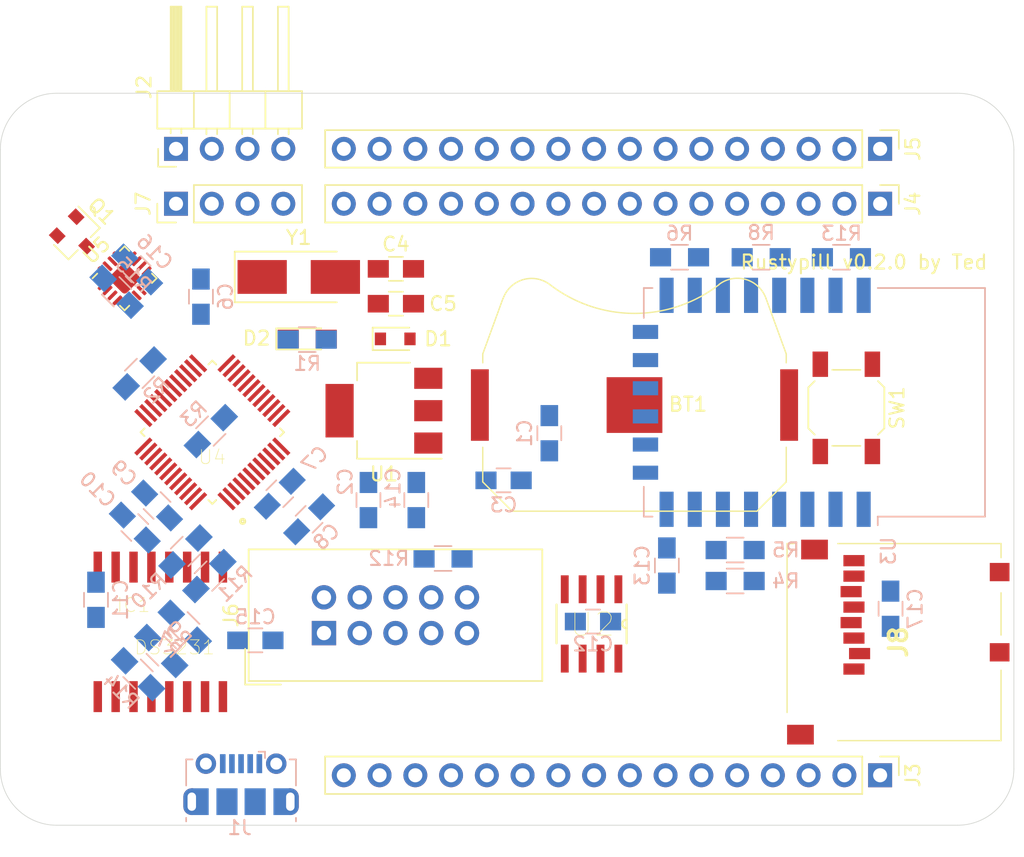
<source format=kicad_pcb>
(kicad_pcb (version 20171130) (host pcbnew 5.1.4)

  (general
    (thickness 1.6)
    (drawings 9)
    (tracks 0)
    (zones 0)
    (modules 56)
    (nets 90)
  )

  (page A4)
  (layers
    (0 F.Cu signal)
    (31 B.Cu signal)
    (32 B.Adhes user)
    (33 F.Adhes user)
    (34 B.Paste user)
    (35 F.Paste user)
    (36 B.SilkS user)
    (37 F.SilkS user)
    (38 B.Mask user)
    (39 F.Mask user)
    (40 Dwgs.User user)
    (41 Cmts.User user)
    (42 Eco1.User user)
    (43 Eco2.User user)
    (44 Edge.Cuts user)
    (45 Margin user)
    (46 B.CrtYd user)
    (47 F.CrtYd user)
    (48 B.Fab user)
    (49 F.Fab user)
  )

  (setup
    (last_trace_width 0.25)
    (trace_clearance 0.2)
    (zone_clearance 0.508)
    (zone_45_only no)
    (trace_min 0.2)
    (via_size 0.8)
    (via_drill 0.4)
    (via_min_size 0.4)
    (via_min_drill 0.3)
    (uvia_size 0.3)
    (uvia_drill 0.1)
    (uvias_allowed no)
    (uvia_min_size 0.2)
    (uvia_min_drill 0.1)
    (edge_width 0.05)
    (segment_width 0.2)
    (pcb_text_width 0.3)
    (pcb_text_size 1.5 1.5)
    (mod_edge_width 0.12)
    (mod_text_size 1 1)
    (mod_text_width 0.15)
    (pad_size 1.524 1.524)
    (pad_drill 0.762)
    (pad_to_mask_clearance 0.051)
    (solder_mask_min_width 0.25)
    (aux_axis_origin 0 0)
    (grid_origin 75.2 111.75)
    (visible_elements FFFFFF7F)
    (pcbplotparams
      (layerselection 0x010fc_ffffffff)
      (usegerberextensions false)
      (usegerberattributes false)
      (usegerberadvancedattributes false)
      (creategerberjobfile false)
      (excludeedgelayer true)
      (linewidth 0.100000)
      (plotframeref false)
      (viasonmask false)
      (mode 1)
      (useauxorigin false)
      (hpglpennumber 1)
      (hpglpenspeed 20)
      (hpglpendiameter 15.000000)
      (psnegative false)
      (psa4output false)
      (plotreference true)
      (plotvalue true)
      (plotinvisibletext false)
      (padsonsilk false)
      (subtractmaskfromsilk false)
      (outputformat 1)
      (mirror false)
      (drillshape 0)
      (scaleselection 1)
      (outputdirectory ""))
  )

  (net 0 "")
  (net 1 "Net-(BT1-Pad1)")
  (net 2 GND)
  (net 3 "Net-(C1-Pad1)")
  (net 4 +3V3)
  (net 5 "Net-(C4-Pad1)")
  (net 6 "Net-(C5-Pad1)")
  (net 7 "Net-(C7-Pad2)")
  (net 8 VPP)
  (net 9 "Net-(D2-Pad1)")
  (net 10 32KHZ_IN)
  (net 11 "Net-(IC1-Pad3)")
  (net 12 "Net-(IC1-Pad4)")
  (net 13 "Net-(IC1-Pad12)")
  (net 14 "Net-(IC1-Pad11)")
  (net 15 "Net-(IC1-Pad6)")
  (net 16 "Net-(IC1-Pad9)")
  (net 17 "Net-(IC1-Pad5)")
  (net 18 "Net-(IC1-Pad7)")
  (net 19 "Net-(IC1-Pad10)")
  (net 20 "Net-(IC1-Pad8)")
  (net 21 B9)
  (net 22 B8)
  (net 23 USB_DP)
  (net 24 "Net-(J1-Pad4)")
  (net 25 USB_DM)
  (net 26 A13)
  (net 27 A14)
  (net 28 B0)
  (net 29 B1)
  (net 30 B2)
  (net 31 B3)
  (net 32 B4)
  (net 33 B5)
  (net 34 B6)
  (net 35 B7)
  (net 36 B10)
  (net 37 B11)
  (net 38 B12)
  (net 39 B13)
  (net 40 B14)
  (net 41 B15)
  (net 42 A15)
  (net 43 A12)
  (net 44 A11)
  (net 45 A10)
  (net 46 A9)
  (net 47 A7)
  (net 48 A6)
  (net 49 A5)
  (net 50 A4)
  (net 51 A3)
  (net 52 A2)
  (net 53 A1)
  (net 54 A0)
  (net 55 "Net-(R6-Pad1)")
  (net 56 "Net-(R8-Pad1)")
  (net 57 "Net-(U3-Pad14)")
  (net 58 "Net-(U3-Pad13)")
  (net 59 "Net-(U3-Pad12)")
  (net 60 "Net-(U3-Pad11)")
  (net 61 "Net-(U3-Pad10)")
  (net 62 "Net-(U3-Pad9)")
  (net 63 "Net-(U3-Pad7)")
  (net 64 "Net-(U3-Pad6)")
  (net 65 "Net-(U3-Pad5)")
  (net 66 "Net-(U3-Pad4)")
  (net 67 "Net-(U3-Pad2)")
  (net 68 "Net-(U4-Pad4)")
  (net 69 "Net-(U4-Pad3)")
  (net 70 "Net-(U4-Pad2)")
  (net 71 "Net-(J5-Pad3)")
  (net 72 "Net-(J5-Pad7)")
  (net 73 "Net-(J5-Pad8)")
  (net 74 "Net-(J5-Pad9)")
  (net 75 "Net-(J5-Pad10)")
  (net 76 IC_RST)
  (net 77 LCD_RS)
  (net 78 LCD_RW)
  (net 79 LCD_EN)
  (net 80 LCD_D4)
  (net 81 LCD_D5)
  (net 82 LCD_D6)
  (net 83 LCD_D7)
  (net 84 LCD_BL)
  (net 85 "Net-(U5-Pad13)")
  (net 86 "Net-(J8-Pad8)")
  (net 87 "Net-(J8-Pad1)")
  (net 88 "Net-(Q1-Pad2)")
  (net 89 "Net-(R15-Pad1)")

  (net_class Default "This is the default net class."
    (clearance 0.2)
    (trace_width 0.25)
    (via_dia 0.8)
    (via_drill 0.4)
    (uvia_dia 0.3)
    (uvia_drill 0.1)
    (add_net +3V3)
    (add_net 32KHZ_IN)
    (add_net A0)
    (add_net A1)
    (add_net A10)
    (add_net A11)
    (add_net A12)
    (add_net A13)
    (add_net A14)
    (add_net A15)
    (add_net A2)
    (add_net A3)
    (add_net A4)
    (add_net A5)
    (add_net A6)
    (add_net A7)
    (add_net A9)
    (add_net B0)
    (add_net B1)
    (add_net B10)
    (add_net B11)
    (add_net B12)
    (add_net B13)
    (add_net B14)
    (add_net B15)
    (add_net B2)
    (add_net B3)
    (add_net B4)
    (add_net B5)
    (add_net B6)
    (add_net B7)
    (add_net B8)
    (add_net B9)
    (add_net GND)
    (add_net IC_RST)
    (add_net LCD_BL)
    (add_net LCD_D4)
    (add_net LCD_D5)
    (add_net LCD_D6)
    (add_net LCD_D7)
    (add_net LCD_EN)
    (add_net LCD_RS)
    (add_net LCD_RW)
    (add_net "Net-(BT1-Pad1)")
    (add_net "Net-(C1-Pad1)")
    (add_net "Net-(C4-Pad1)")
    (add_net "Net-(C5-Pad1)")
    (add_net "Net-(C7-Pad2)")
    (add_net "Net-(D2-Pad1)")
    (add_net "Net-(IC1-Pad10)")
    (add_net "Net-(IC1-Pad11)")
    (add_net "Net-(IC1-Pad12)")
    (add_net "Net-(IC1-Pad3)")
    (add_net "Net-(IC1-Pad4)")
    (add_net "Net-(IC1-Pad5)")
    (add_net "Net-(IC1-Pad6)")
    (add_net "Net-(IC1-Pad7)")
    (add_net "Net-(IC1-Pad8)")
    (add_net "Net-(IC1-Pad9)")
    (add_net "Net-(J1-Pad4)")
    (add_net "Net-(J5-Pad10)")
    (add_net "Net-(J5-Pad3)")
    (add_net "Net-(J5-Pad7)")
    (add_net "Net-(J5-Pad8)")
    (add_net "Net-(J5-Pad9)")
    (add_net "Net-(J8-Pad1)")
    (add_net "Net-(J8-Pad8)")
    (add_net "Net-(Q1-Pad2)")
    (add_net "Net-(R15-Pad1)")
    (add_net "Net-(R6-Pad1)")
    (add_net "Net-(R8-Pad1)")
    (add_net "Net-(U3-Pad10)")
    (add_net "Net-(U3-Pad11)")
    (add_net "Net-(U3-Pad12)")
    (add_net "Net-(U3-Pad13)")
    (add_net "Net-(U3-Pad14)")
    (add_net "Net-(U3-Pad2)")
    (add_net "Net-(U3-Pad4)")
    (add_net "Net-(U3-Pad5)")
    (add_net "Net-(U3-Pad6)")
    (add_net "Net-(U3-Pad7)")
    (add_net "Net-(U3-Pad9)")
    (add_net "Net-(U4-Pad2)")
    (add_net "Net-(U4-Pad3)")
    (add_net "Net-(U4-Pad4)")
    (add_net "Net-(U5-Pad13)")
    (add_net USB_DM)
    (add_net USB_DP)
    (add_net VPP)
  )

  (module Resistors_SMD:R_0805_HandSoldering (layer B.Cu) (tedit 58E0A804) (tstamp 5DCAA2EF)
    (at 73.106594 106.100594 135)
    (descr "Resistor SMD 0805, hand soldering")
    (tags "resistor 0805")
    (path /5E381D09)
    (attr smd)
    (fp_text reference R15 (at 0 1.700001 315) (layer B.SilkS)
      (effects (font (size 1 1) (thickness 0.15)) (justify mirror))
    )
    (fp_text value Rbl (at 0 -1.75 315) (layer B.Fab)
      (effects (font (size 1 1) (thickness 0.15)) (justify mirror))
    )
    (fp_text user %R (at 0 0 315) (layer B.Fab)
      (effects (font (size 0.5 0.5) (thickness 0.075)) (justify mirror))
    )
    (fp_line (start -1 -0.62) (end -1 0.62) (layer B.Fab) (width 0.1))
    (fp_line (start 1 -0.62) (end -1 -0.62) (layer B.Fab) (width 0.1))
    (fp_line (start 1 0.62) (end 1 -0.62) (layer B.Fab) (width 0.1))
    (fp_line (start -1 0.62) (end 1 0.62) (layer B.Fab) (width 0.1))
    (fp_line (start 0.6 -0.88) (end -0.6 -0.88) (layer B.SilkS) (width 0.12))
    (fp_line (start -0.6 0.88) (end 0.6 0.88) (layer B.SilkS) (width 0.12))
    (fp_line (start -2.35 0.9) (end 2.35 0.9) (layer B.CrtYd) (width 0.05))
    (fp_line (start -2.35 0.9) (end -2.35 -0.9) (layer B.CrtYd) (width 0.05))
    (fp_line (start 2.35 -0.9) (end 2.35 0.9) (layer B.CrtYd) (width 0.05))
    (fp_line (start 2.35 -0.9) (end -2.35 -0.9) (layer B.CrtYd) (width 0.05))
    (pad 1 smd rect (at -1.35 0 135) (size 1.5 1.3) (layers B.Cu B.Paste B.Mask)
      (net 89 "Net-(R15-Pad1)"))
    (pad 2 smd rect (at 1.35 0 135) (size 1.5 1.3) (layers B.Cu B.Paste B.Mask)
      (net 88 "Net-(Q1-Pad2)"))
    (model ${KISYS3DMOD}/Resistors_SMD.3dshapes/R_0805.wrl
      (at (xyz 0 0 0))
      (scale (xyz 1 1 1))
      (rotate (xyz 0 0 0))
    )
  )

  (module TO_SOT_Packages_SMD:SOT-23 (layer F.Cu) (tedit 58CE4E7E) (tstamp 5DCA401F)
    (at 70.27 102.15 315)
    (descr "SOT-23, Standard")
    (tags SOT-23)
    (path /5E204241)
    (attr smd)
    (fp_text reference Q1 (at 0 -2.5 135) (layer F.SilkS)
      (effects (font (size 1 1) (thickness 0.15)))
    )
    (fp_text value BC548 (at 0 2.5 135) (layer F.Fab)
      (effects (font (size 1 1) (thickness 0.15)))
    )
    (fp_text user %R (at 0 0 45) (layer F.Fab)
      (effects (font (size 0.5 0.5) (thickness 0.075)))
    )
    (fp_line (start -0.7 -0.95) (end -0.7 1.5) (layer F.Fab) (width 0.1))
    (fp_line (start -0.15 -1.52) (end 0.7 -1.52) (layer F.Fab) (width 0.1))
    (fp_line (start -0.7 -0.95) (end -0.15 -1.52) (layer F.Fab) (width 0.1))
    (fp_line (start 0.7 -1.52) (end 0.7 1.52) (layer F.Fab) (width 0.1))
    (fp_line (start -0.7 1.52) (end 0.7 1.52) (layer F.Fab) (width 0.1))
    (fp_line (start 0.76 1.58) (end 0.76 0.65) (layer F.SilkS) (width 0.12))
    (fp_line (start 0.76 -1.58) (end 0.76 -0.65) (layer F.SilkS) (width 0.12))
    (fp_line (start -1.7 -1.75) (end 1.7 -1.75) (layer F.CrtYd) (width 0.05))
    (fp_line (start 1.7 -1.75) (end 1.7 1.75) (layer F.CrtYd) (width 0.05))
    (fp_line (start 1.7 1.75) (end -1.7 1.75) (layer F.CrtYd) (width 0.05))
    (fp_line (start -1.7 1.75) (end -1.7 -1.75) (layer F.CrtYd) (width 0.05))
    (fp_line (start 0.76 -1.58) (end -1.4 -1.58) (layer F.SilkS) (width 0.12))
    (fp_line (start 0.76 1.58) (end -0.7 1.58) (layer F.SilkS) (width 0.12))
    (pad 1 smd rect (at -1 -0.95 315) (size 0.9 0.8) (layers F.Cu F.Paste F.Mask)
      (net 79 LCD_EN))
    (pad 2 smd rect (at -1 0.95 315) (size 0.9 0.8) (layers F.Cu F.Paste F.Mask)
      (net 88 "Net-(Q1-Pad2)"))
    (pad 3 smd rect (at 1 0 315) (size 0.9 0.8) (layers F.Cu F.Paste F.Mask)
      (net 2 GND))
    (model ${KISYS3DMOD}/TO_SOT_Packages_SMD.3dshapes/SOT-23.wrl
      (at (xyz 0 0 0))
      (scale (xyz 1 1 1))
      (rotate (xyz 0 0 0))
    )
  )

  (module lib:473340001 (layer F.Cu) (tedit 5DC99D16) (tstamp 5DCA6482)
    (at 128.64 130.99 90)
    (descr 47334-0001-2)
    (tags Connector)
    (path /5E29D2F8)
    (attr smd)
    (fp_text reference J8 (at 0 0 90) (layer F.SilkS)
      (effects (font (size 1.27 1.27) (thickness 0.254)))
    )
    (fp_text value Micro_SD_Card (at 0 0 90) (layer F.SilkS) hide
      (effects (font (size 1.27 1.27) (thickness 0.254)))
    )
    (fp_line (start 7 -7.9) (end 7 -7.4) (layer F.SilkS) (width 0.1))
    (fp_line (start -5 -7.9) (end 7 -7.9) (layer F.SilkS) (width 0.1))
    (fp_line (start 7 7.3) (end 6 7.3) (layer F.SilkS) (width 0.1))
    (fp_line (start 7 -4.3) (end 7 7.3) (layer F.SilkS) (width 0.1))
    (fp_line (start -7 7.3) (end -7 -4.3) (layer F.SilkS) (width 0.1))
    (fp_line (start -2 7.3) (end -7 7.3) (layer F.SilkS) (width 0.1))
    (fp_line (start 3.5 7.3) (end 0.5 7.3) (layer F.SilkS) (width 0.1))
    (fp_line (start -8.275 8.9) (end -8.275 -8.9) (layer F.CrtYd) (width 0.1))
    (fp_line (start 8.275 8.9) (end -8.275 8.9) (layer F.CrtYd) (width 0.1))
    (fp_line (start 8.275 -8.9) (end 8.275 8.9) (layer F.CrtYd) (width 0.1))
    (fp_line (start -8.275 -8.9) (end 8.275 -8.9) (layer F.CrtYd) (width 0.1))
    (fp_line (start -7 7.3) (end -7 -7.9) (layer F.Fab) (width 0.2))
    (fp_line (start 7 7.3) (end -7 7.3) (layer F.Fab) (width 0.2))
    (fp_line (start 7 -7.9) (end 7 7.3) (layer F.Fab) (width 0.2))
    (fp_line (start -7 -7.9) (end 7 -7.9) (layer F.Fab) (width 0.2))
    (fp_text user %R (at 0 0 90) (layer F.Fab)
      (effects (font (size 1.27 1.27) (thickness 0.254)))
    )
    (pad "" smd rect (at -0.725 7.2 90) (size 1.3 1.4) (layers F.Cu F.Paste F.Mask))
    (pad "" smd rect (at 4.975 7.2 90) (size 1.3 1.4) (layers F.Cu F.Paste F.Mask))
    (pad 9 smd rect (at 6.575 -5.95 90) (size 1.4 1.9) (layers F.Cu F.Paste F.Mask)
      (net 2 GND))
    (pad 9 smd rect (at -6.575 -6.95 90) (size 1.4 1.9) (layers F.Cu F.Paste F.Mask)
      (net 2 GND))
    (pad 8 smd rect (at 5.785 -3.15 90) (size 0.8 1.5) (layers F.Cu F.Paste F.Mask)
      (net 86 "Net-(J8-Pad8)"))
    (pad 7 smd rect (at 4.685 -3.15 90) (size 0.8 1.5) (layers F.Cu F.Paste F.Mask)
      (net 40 B14))
    (pad 6 smd rect (at 3.585 -3.35 90) (size 0.8 1.5) (layers F.Cu F.Paste F.Mask)
      (net 2 GND))
    (pad 5 smd rect (at 2.485 -3.15 90) (size 0.8 1.5) (layers F.Cu F.Paste F.Mask)
      (net 39 B13))
    (pad 4 smd rect (at 1.385 -3.35 90) (size 0.8 1.5) (layers F.Cu F.Paste F.Mask)
      (net 4 +3V3))
    (pad 3 smd rect (at 0.285 -3.15 90) (size 0.8 1.5) (layers F.Cu F.Paste F.Mask)
      (net 41 B15))
    (pad 2 smd rect (at -0.815 -2.75 90) (size 0.8 1.5) (layers F.Cu F.Paste F.Mask)
      (net 38 B12))
    (pad 1 smd rect (at -1.915 -3.15 90) (size 0.8 1.5) (layers F.Cu F.Paste F.Mask)
      (net 87 "Net-(J8-Pad1)"))
    (model ${KIPRJMOD}/3D/47334-0001.stp
      (at (xyz 0 0 0))
      (scale (xyz 1 1 1))
      (rotate (xyz 0 0 0))
    )
  )

  (module Capacitors_SMD:C_0805_HandSoldering (layer B.Cu) (tedit 58AA84A8) (tstamp 5DCA3D14)
    (at 128.09 128.62 90)
    (descr "Capacitor SMD 0805, hand soldering")
    (tags "capacitor 0805")
    (path /5E3DAB90)
    (attr smd)
    (fp_text reference C17 (at 0 1.75 270) (layer B.SilkS)
      (effects (font (size 1 1) (thickness 0.15)) (justify mirror))
    )
    (fp_text value 100nF (at 0 -1.75 270) (layer B.Fab)
      (effects (font (size 1 1) (thickness 0.15)) (justify mirror))
    )
    (fp_text user %R (at 0 1.75 270) (layer B.Fab)
      (effects (font (size 1 1) (thickness 0.15)) (justify mirror))
    )
    (fp_line (start -1 -0.62) (end -1 0.62) (layer B.Fab) (width 0.1))
    (fp_line (start 1 -0.62) (end -1 -0.62) (layer B.Fab) (width 0.1))
    (fp_line (start 1 0.62) (end 1 -0.62) (layer B.Fab) (width 0.1))
    (fp_line (start -1 0.62) (end 1 0.62) (layer B.Fab) (width 0.1))
    (fp_line (start 0.5 0.85) (end -0.5 0.85) (layer B.SilkS) (width 0.12))
    (fp_line (start -0.5 -0.85) (end 0.5 -0.85) (layer B.SilkS) (width 0.12))
    (fp_line (start -2.25 0.88) (end 2.25 0.88) (layer B.CrtYd) (width 0.05))
    (fp_line (start -2.25 0.88) (end -2.25 -0.87) (layer B.CrtYd) (width 0.05))
    (fp_line (start 2.25 -0.87) (end 2.25 0.88) (layer B.CrtYd) (width 0.05))
    (fp_line (start 2.25 -0.87) (end -2.25 -0.87) (layer B.CrtYd) (width 0.05))
    (pad 1 smd rect (at -1.25 0 90) (size 1.5 1.25) (layers B.Cu B.Paste B.Mask)
      (net 4 +3V3))
    (pad 2 smd rect (at 1.25 0 90) (size 1.5 1.25) (layers B.Cu B.Paste B.Mask)
      (net 2 GND))
    (model Capacitors_SMD.3dshapes/C_0805.wrl
      (at (xyz 0 0 0))
      (scale (xyz 1 1 1))
      (rotate (xyz 0 0 0))
    )
  )

  (module lib:VQFN-16-1EP_3x3mm_P0.5mm_EP1.68x1.68mm (layer F.Cu) (tedit 5C1D3F32) (tstamp 5DCAA1BB)
    (at 73.676 105.146 45)
    (descr "VQFN, 16 Pin (http://www.ti.com/lit/ds/symlink/tlv62095.pdf), generated with kicad-footprint-generator ipc_dfn_qfn_generator.py")
    (tags "VQFN DFN_QFN")
    (path /5DF9CEEE)
    (attr smd)
    (fp_text reference U5 (at 0 -2.82 45) (layer F.SilkS)
      (effects (font (size 1 1) (thickness 0.15)))
    )
    (fp_text value PCF8574 (at 0 2.82 45) (layer F.Fab)
      (effects (font (size 1 1) (thickness 0.15)))
    )
    (fp_text user %R (at 0 0 45) (layer F.Fab)
      (effects (font (size 0.75 0.75) (thickness 0.11)))
    )
    (fp_line (start 2.12 -2.12) (end -2.12 -2.12) (layer F.CrtYd) (width 0.05))
    (fp_line (start 2.12 2.12) (end 2.12 -2.12) (layer F.CrtYd) (width 0.05))
    (fp_line (start -2.12 2.12) (end 2.12 2.12) (layer F.CrtYd) (width 0.05))
    (fp_line (start -2.12 -2.12) (end -2.12 2.12) (layer F.CrtYd) (width 0.05))
    (fp_line (start -1.5 -0.75) (end -0.75 -1.5) (layer F.Fab) (width 0.1))
    (fp_line (start -1.5 1.5) (end -1.5 -0.75) (layer F.Fab) (width 0.1))
    (fp_line (start 1.5 1.5) (end -1.5 1.5) (layer F.Fab) (width 0.1))
    (fp_line (start 1.5 -1.5) (end 1.5 1.5) (layer F.Fab) (width 0.1))
    (fp_line (start -0.75 -1.5) (end 1.5 -1.5) (layer F.Fab) (width 0.1))
    (fp_line (start -1.135 -1.61) (end -1.61 -1.61) (layer F.SilkS) (width 0.12))
    (fp_line (start 1.61 1.61) (end 1.61 1.135) (layer F.SilkS) (width 0.12))
    (fp_line (start 1.135 1.61) (end 1.61 1.61) (layer F.SilkS) (width 0.12))
    (fp_line (start -1.61 1.61) (end -1.61 1.135) (layer F.SilkS) (width 0.12))
    (fp_line (start -1.135 1.61) (end -1.61 1.61) (layer F.SilkS) (width 0.12))
    (fp_line (start 1.61 -1.61) (end 1.61 -1.135) (layer F.SilkS) (width 0.12))
    (fp_line (start 1.135 -1.61) (end 1.61 -1.61) (layer F.SilkS) (width 0.12))
    (pad 16 smd roundrect (at -0.75 -1.4625 45) (size 0.25 0.825) (layers F.Cu F.Paste F.Mask) (roundrect_rratio 0.25)
      (net 4 +3V3))
    (pad 15 smd roundrect (at -0.25 -1.4625 45) (size 0.25 0.825) (layers F.Cu F.Paste F.Mask) (roundrect_rratio 0.25)
      (net 21 B9))
    (pad 14 smd roundrect (at 0.25 -1.4625 45) (size 0.25 0.825) (layers F.Cu F.Paste F.Mask) (roundrect_rratio 0.25)
      (net 22 B8))
    (pad 13 smd roundrect (at 0.75 -1.4625 45) (size 0.25 0.825) (layers F.Cu F.Paste F.Mask) (roundrect_rratio 0.25)
      (net 85 "Net-(U5-Pad13)"))
    (pad 12 smd roundrect (at 1.4625 -0.75 45) (size 0.825 0.25) (layers F.Cu F.Paste F.Mask) (roundrect_rratio 0.25)
      (net 83 LCD_D7))
    (pad 11 smd roundrect (at 1.4625 -0.25 45) (size 0.825 0.25) (layers F.Cu F.Paste F.Mask) (roundrect_rratio 0.25)
      (net 82 LCD_D6))
    (pad 10 smd roundrect (at 1.4625 0.25 45) (size 0.825 0.25) (layers F.Cu F.Paste F.Mask) (roundrect_rratio 0.25)
      (net 81 LCD_D5))
    (pad 9 smd roundrect (at 1.4625 0.75 45) (size 0.825 0.25) (layers F.Cu F.Paste F.Mask) (roundrect_rratio 0.25)
      (net 80 LCD_D4))
    (pad 8 smd roundrect (at 0.75 1.4625 45) (size 0.25 0.825) (layers F.Cu F.Paste F.Mask) (roundrect_rratio 0.25)
      (net 2 GND))
    (pad 7 smd roundrect (at 0.25 1.4625 45) (size 0.25 0.825) (layers F.Cu F.Paste F.Mask) (roundrect_rratio 0.25)
      (net 84 LCD_BL))
    (pad 6 smd roundrect (at -0.25 1.4625 45) (size 0.25 0.825) (layers F.Cu F.Paste F.Mask) (roundrect_rratio 0.25)
      (net 89 "Net-(R15-Pad1)"))
    (pad 5 smd roundrect (at -0.75 1.4625 45) (size 0.25 0.825) (layers F.Cu F.Paste F.Mask) (roundrect_rratio 0.25)
      (net 78 LCD_RW))
    (pad 4 smd roundrect (at -1.4625 0.75 45) (size 0.825 0.25) (layers F.Cu F.Paste F.Mask) (roundrect_rratio 0.25)
      (net 77 LCD_RS))
    (pad 3 smd roundrect (at -1.4625 0.25 45) (size 0.825 0.25) (layers F.Cu F.Paste F.Mask) (roundrect_rratio 0.25)
      (net 2 GND))
    (pad 2 smd roundrect (at -1.4625 -0.25 45) (size 0.825 0.25) (layers F.Cu F.Paste F.Mask) (roundrect_rratio 0.25)
      (net 2 GND))
    (pad 1 smd roundrect (at -1.4625 -0.75 45) (size 0.825 0.25) (layers F.Cu F.Paste F.Mask) (roundrect_rratio 0.25)
      (net 2 GND))
    (pad "" smd roundrect (at 0.42 0.42 45) (size 0.68 0.68) (layers F.Paste) (roundrect_rratio 0.25))
    (pad "" smd roundrect (at 0.42 -0.42 45) (size 0.68 0.68) (layers F.Paste) (roundrect_rratio 0.25))
    (pad "" smd roundrect (at -0.42 0.42 45) (size 0.68 0.68) (layers F.Paste) (roundrect_rratio 0.25))
    (pad "" smd roundrect (at -0.42 -0.42 45) (size 0.68 0.68) (layers F.Paste) (roundrect_rratio 0.25))
    (pad 17 smd roundrect (at 0 0 45) (size 1.68 1.68) (layers F.Cu F.Mask) (roundrect_rratio 0.14881))
    (model ${KISYS3DMOD}/Package_DFN_QFN.3dshapes/VQFN-16-1EP_3x3mm_P0.5mm_EP1.68x1.68mm.wrl
      (at (xyz 0 0 0))
      (scale (xyz 1 1 1))
      (rotate (xyz 0 0 0))
    )
  )

  (module Capacitors_SMD:C_0805_HandSoldering (layer B.Cu) (tedit 58AA84A8) (tstamp 5DCAA25E)
    (at 74.570117 104.516117 135)
    (descr "Capacitor SMD 0805, hand soldering")
    (tags "capacitor 0805")
    (path /5E0E8CA1)
    (attr smd)
    (fp_text reference C16 (at 0 1.75 315) (layer B.SilkS)
      (effects (font (size 1 1) (thickness 0.15)) (justify mirror))
    )
    (fp_text value 100nF (at 0 -1.75 315) (layer B.Fab)
      (effects (font (size 1 1) (thickness 0.15)) (justify mirror))
    )
    (fp_text user %R (at 0 1.75 315) (layer B.Fab)
      (effects (font (size 1 1) (thickness 0.15)) (justify mirror))
    )
    (fp_line (start -1 -0.62) (end -1 0.62) (layer B.Fab) (width 0.1))
    (fp_line (start 1 -0.62) (end -1 -0.62) (layer B.Fab) (width 0.1))
    (fp_line (start 1 0.62) (end 1 -0.62) (layer B.Fab) (width 0.1))
    (fp_line (start -1 0.62) (end 1 0.62) (layer B.Fab) (width 0.1))
    (fp_line (start 0.5 0.85) (end -0.5 0.85) (layer B.SilkS) (width 0.12))
    (fp_line (start -0.5 -0.85) (end 0.5 -0.85) (layer B.SilkS) (width 0.12))
    (fp_line (start -2.25 0.88) (end 2.25 0.88) (layer B.CrtYd) (width 0.05))
    (fp_line (start -2.25 0.88) (end -2.25 -0.87) (layer B.CrtYd) (width 0.05))
    (fp_line (start 2.25 -0.87) (end 2.25 0.88) (layer B.CrtYd) (width 0.05))
    (fp_line (start 2.25 -0.87) (end -2.25 -0.87) (layer B.CrtYd) (width 0.05))
    (pad 1 smd rect (at -1.25 0 135) (size 1.5 1.25) (layers B.Cu B.Paste B.Mask)
      (net 2 GND))
    (pad 2 smd rect (at 1.25 0 135) (size 1.5 1.25) (layers B.Cu B.Paste B.Mask)
      (net 4 +3V3))
    (model Capacitors_SMD.3dshapes/C_0805.wrl
      (at (xyz 0 0 0))
      (scale (xyz 1 1 1))
      (rotate (xyz 0 0 0))
    )
  )

  (module lib:PinHeader_1x04_P2.54mm_Vertical (layer F.Cu) (tedit 59FED5CC) (tstamp 5DC93C19)
    (at 77.33 99.85 90)
    (descr "Through hole straight pin header, 1x04, 2.54mm pitch, single row")
    (tags "Through hole pin header THT 1x04 2.54mm single row")
    (path /5DED0768)
    (fp_text reference J7 (at 0 -2.33 90) (layer F.SilkS)
      (effects (font (size 1 1) (thickness 0.15)))
    )
    (fp_text value I2C (at 0 9.95 90) (layer F.Fab)
      (effects (font (size 1 1) (thickness 0.15)))
    )
    (fp_text user %R (at 0 3.81) (layer F.Fab)
      (effects (font (size 1 1) (thickness 0.15)))
    )
    (fp_line (start 1.8 -1.8) (end -1.8 -1.8) (layer F.CrtYd) (width 0.05))
    (fp_line (start 1.8 9.4) (end 1.8 -1.8) (layer F.CrtYd) (width 0.05))
    (fp_line (start -1.8 9.4) (end 1.8 9.4) (layer F.CrtYd) (width 0.05))
    (fp_line (start -1.8 -1.8) (end -1.8 9.4) (layer F.CrtYd) (width 0.05))
    (fp_line (start -1.33 -1.33) (end 0 -1.33) (layer F.SilkS) (width 0.12))
    (fp_line (start -1.33 0) (end -1.33 -1.33) (layer F.SilkS) (width 0.12))
    (fp_line (start -1.33 1.27) (end 1.33 1.27) (layer F.SilkS) (width 0.12))
    (fp_line (start 1.33 1.27) (end 1.33 8.95) (layer F.SilkS) (width 0.12))
    (fp_line (start -1.33 1.27) (end -1.33 8.95) (layer F.SilkS) (width 0.12))
    (fp_line (start -1.33 8.95) (end 1.33 8.95) (layer F.SilkS) (width 0.12))
    (fp_line (start -1.27 -0.635) (end -0.635 -1.27) (layer F.Fab) (width 0.1))
    (fp_line (start -1.27 8.89) (end -1.27 -0.635) (layer F.Fab) (width 0.1))
    (fp_line (start 1.27 8.89) (end -1.27 8.89) (layer F.Fab) (width 0.1))
    (fp_line (start 1.27 -1.27) (end 1.27 8.89) (layer F.Fab) (width 0.1))
    (fp_line (start -0.635 -1.27) (end 1.27 -1.27) (layer F.Fab) (width 0.1))
    (pad 4 thru_hole oval (at 0 7.62 90) (size 1.7 1.7) (drill 1) (layers *.Cu *.Mask)
      (net 2 GND))
    (pad 3 thru_hole oval (at 0 5.08 90) (size 1.7 1.7) (drill 1) (layers *.Cu *.Mask)
      (net 4 +3V3))
    (pad 2 thru_hole oval (at 0 2.54 90) (size 1.7 1.7) (drill 1) (layers *.Cu *.Mask)
      (net 22 B8))
    (pad 1 thru_hole rect (at 0 0 90) (size 1.7 1.7) (drill 1) (layers *.Cu *.Mask)
      (net 21 B9))
    (model ${KISYS3DMOD}/Connector_PinHeader_2.54mm.3dshapes/PinHeader_1x04_P2.54mm_Vertical.wrl
      (at (xyz 0 0 0))
      (scale (xyz 1 1 1))
      (rotate (xyz 0 0 0))
    )
  )

  (module lib:IDC-Header_2x05_P2.54mm_Vertical (layer F.Cu) (tedit 59DE0611) (tstamp 5DCA85E6)
    (at 87.84 130.35 90)
    (descr "Through hole straight IDC box header, 2x05, 2.54mm pitch, double rows")
    (tags "Through hole IDC box header THT 2x05 2.54mm double row")
    (path /5DE1718D)
    (fp_text reference J6 (at 1.27 -6.604 90) (layer F.SilkS)
      (effects (font (size 1 1) (thickness 0.15)))
    )
    (fp_text value IDC_10P (at 1.27 16.764 90) (layer F.Fab)
      (effects (font (size 1 1) (thickness 0.15)))
    )
    (fp_text user %R (at 1.27 5.08 90) (layer F.Fab)
      (effects (font (size 1 1) (thickness 0.15)))
    )
    (fp_line (start 5.695 -5.1) (end 5.695 15.26) (layer F.Fab) (width 0.1))
    (fp_line (start 5.145 -4.56) (end 5.145 14.7) (layer F.Fab) (width 0.1))
    (fp_line (start -3.155 -5.1) (end -3.155 15.26) (layer F.Fab) (width 0.1))
    (fp_line (start -2.605 -4.56) (end -2.605 2.83) (layer F.Fab) (width 0.1))
    (fp_line (start -2.605 7.33) (end -2.605 14.7) (layer F.Fab) (width 0.1))
    (fp_line (start -2.605 2.83) (end -3.155 2.83) (layer F.Fab) (width 0.1))
    (fp_line (start -2.605 7.33) (end -3.155 7.33) (layer F.Fab) (width 0.1))
    (fp_line (start 5.695 -5.1) (end -3.155 -5.1) (layer F.Fab) (width 0.1))
    (fp_line (start 5.145 -4.56) (end -2.605 -4.56) (layer F.Fab) (width 0.1))
    (fp_line (start 5.695 15.26) (end -3.155 15.26) (layer F.Fab) (width 0.1))
    (fp_line (start 5.145 14.7) (end -2.605 14.7) (layer F.Fab) (width 0.1))
    (fp_line (start 5.695 -5.1) (end 5.145 -4.56) (layer F.Fab) (width 0.1))
    (fp_line (start 5.695 15.26) (end 5.145 14.7) (layer F.Fab) (width 0.1))
    (fp_line (start -3.155 -5.1) (end -2.605 -4.56) (layer F.Fab) (width 0.1))
    (fp_line (start -3.155 15.26) (end -2.605 14.7) (layer F.Fab) (width 0.1))
    (fp_line (start 5.95 -5.35) (end 5.95 15.51) (layer F.CrtYd) (width 0.05))
    (fp_line (start 5.95 15.51) (end -3.41 15.51) (layer F.CrtYd) (width 0.05))
    (fp_line (start -3.41 15.51) (end -3.41 -5.35) (layer F.CrtYd) (width 0.05))
    (fp_line (start -3.41 -5.35) (end 5.95 -5.35) (layer F.CrtYd) (width 0.05))
    (fp_line (start 5.945 -5.35) (end 5.945 15.51) (layer F.SilkS) (width 0.12))
    (fp_line (start 5.945 15.51) (end -3.405 15.51) (layer F.SilkS) (width 0.12))
    (fp_line (start -3.405 15.51) (end -3.405 -5.35) (layer F.SilkS) (width 0.12))
    (fp_line (start -3.405 -5.35) (end 5.945 -5.35) (layer F.SilkS) (width 0.12))
    (fp_line (start -3.655 -5.6) (end -3.655 -3.06) (layer F.SilkS) (width 0.12))
    (fp_line (start -3.655 -5.6) (end -1.115 -5.6) (layer F.SilkS) (width 0.12))
    (pad 1 thru_hole rect (at 0 0 90) (size 1.7272 1.7272) (drill 1.016) (layers *.Cu *.Mask)
      (net 2 GND))
    (pad 2 thru_hole oval (at 2.54 0 90) (size 1.7272 1.7272) (drill 1.016) (layers *.Cu *.Mask)
      (net 8 VPP))
    (pad 3 thru_hole oval (at 0 2.54 90) (size 1.7272 1.7272) (drill 1.016) (layers *.Cu *.Mask)
      (net 50 A4))
    (pad 4 thru_hole oval (at 2.54 2.54 90) (size 1.7272 1.7272) (drill 1.016) (layers *.Cu *.Mask)
      (net 54 A0))
    (pad 5 thru_hole oval (at 0 5.08 90) (size 1.7272 1.7272) (drill 1.016) (layers *.Cu *.Mask)
      (net 49 A5))
    (pad 6 thru_hole oval (at 2.54 5.08 90) (size 1.7272 1.7272) (drill 1.016) (layers *.Cu *.Mask)
      (net 53 A1))
    (pad 7 thru_hole oval (at 0 7.62 90) (size 1.7272 1.7272) (drill 1.016) (layers *.Cu *.Mask)
      (net 48 A6))
    (pad 8 thru_hole oval (at 2.54 7.62 90) (size 1.7272 1.7272) (drill 1.016) (layers *.Cu *.Mask)
      (net 52 A2))
    (pad 9 thru_hole oval (at 0 10.16 90) (size 1.7272 1.7272) (drill 1.016) (layers *.Cu *.Mask)
      (net 47 A7))
    (pad 10 thru_hole oval (at 2.54 10.16 90) (size 1.7272 1.7272) (drill 1.016) (layers *.Cu *.Mask)
      (net 51 A3))
    (model ${KISYS3DMOD}/Connector_IDC.3dshapes/IDC-Header_2x05_P2.54mm_Vertical.wrl
      (at (xyz 0 0 0))
      (scale (xyz 1 1 1))
      (rotate (xyz 0 0 0))
    )
  )

  (module Crystals:Crystal_SMD_5032-2pin_5.0x3.2mm_HandSoldering (layer F.Cu) (tedit 58CD2E9C) (tstamp 5DC44AEA)
    (at 86.05 105.05)
    (descr "SMD Crystal SERIES SMD2520/2 http://www.icbase.com/File/PDF/HKC/HKC00061008.pdf, hand-soldering, 5.0x3.2mm^2 package")
    (tags "SMD SMT crystal hand-soldering")
    (path /5DD4F649)
    (attr smd)
    (fp_text reference Y1 (at 0 -2.8) (layer F.SilkS)
      (effects (font (size 1 1) (thickness 0.15)))
    )
    (fp_text value 8MHz (at 0 2.8) (layer F.Fab)
      (effects (font (size 1 1) (thickness 0.15)))
    )
    (fp_text user %R (at 0 0) (layer F.Fab)
      (effects (font (size 1 1) (thickness 0.15)))
    )
    (fp_line (start -2.3 -1.6) (end 2.3 -1.6) (layer F.Fab) (width 0.1))
    (fp_line (start 2.3 -1.6) (end 2.5 -1.4) (layer F.Fab) (width 0.1))
    (fp_line (start 2.5 -1.4) (end 2.5 1.4) (layer F.Fab) (width 0.1))
    (fp_line (start 2.5 1.4) (end 2.3 1.6) (layer F.Fab) (width 0.1))
    (fp_line (start 2.3 1.6) (end -2.3 1.6) (layer F.Fab) (width 0.1))
    (fp_line (start -2.3 1.6) (end -2.5 1.4) (layer F.Fab) (width 0.1))
    (fp_line (start -2.5 1.4) (end -2.5 -1.4) (layer F.Fab) (width 0.1))
    (fp_line (start -2.5 -1.4) (end -2.3 -1.6) (layer F.Fab) (width 0.1))
    (fp_line (start -2.5 0.6) (end -1.5 1.6) (layer F.Fab) (width 0.1))
    (fp_line (start 2.7 -1.8) (end -4.55 -1.8) (layer F.SilkS) (width 0.12))
    (fp_line (start -4.55 -1.8) (end -4.55 1.8) (layer F.SilkS) (width 0.12))
    (fp_line (start -4.55 1.8) (end 2.7 1.8) (layer F.SilkS) (width 0.12))
    (fp_line (start -4.6 -1.9) (end -4.6 1.9) (layer F.CrtYd) (width 0.05))
    (fp_line (start -4.6 1.9) (end 4.6 1.9) (layer F.CrtYd) (width 0.05))
    (fp_line (start 4.6 1.9) (end 4.6 -1.9) (layer F.CrtYd) (width 0.05))
    (fp_line (start 4.6 -1.9) (end -4.6 -1.9) (layer F.CrtYd) (width 0.05))
    (fp_circle (center 0 0) (end 0.4 0) (layer F.Adhes) (width 0.1))
    (fp_circle (center 0 0) (end 0.333333 0) (layer F.Adhes) (width 0.133333))
    (fp_circle (center 0 0) (end 0.213333 0) (layer F.Adhes) (width 0.133333))
    (fp_circle (center 0 0) (end 0.093333 0) (layer F.Adhes) (width 0.186667))
    (pad 1 smd rect (at -2.6 0) (size 3.5 2.4) (layers F.Cu F.Paste F.Mask)
      (net 5 "Net-(C4-Pad1)"))
    (pad 2 smd rect (at 2.6 0) (size 3.5 2.4) (layers F.Cu F.Paste F.Mask)
      (net 6 "Net-(C5-Pad1)"))
    (model ${KISYS3DMOD}/Crystals.3dshapes/Crystal_SMD_5032-2pin_5.0x3.2mm_HandSoldering.wrl
      (at (xyz 0 0 0))
      (scale (xyz 0.393701 0.393701 0.393701))
      (rotate (xyz 0 0 0))
    )
  )

  (module lib:my3034_holder (layer F.Cu) (tedit 5DC721BD) (tstamp 5DC7D52D)
    (at 109.9 114.15 180)
    (descr "Keystone 3034 SMD battery holder for 2020, 2025 and 2032 coincell batteries. http://www.keyelco.com/product-pdf.cfm?p=798")
    (tags "Keystone type 3034 coin cell retainer")
    (path /5DC29EDF)
    (attr smd)
    (fp_text reference BT1 (at -3.8 0.05) (layer F.SilkS)
      (effects (font (size 1 1) (thickness 0.15)))
    )
    (fp_text value CR (at 0 11.5) (layer F.Fab)
      (effects (font (size 1 1) (thickness 0.15)))
    )
    (fp_line (start 11.87 2.79) (end 11.87 -2.79) (layer F.CrtYd) (width 0.05))
    (fp_line (start 10.88 2.79) (end 11.87 2.79) (layer F.CrtYd) (width 0.05))
    (fp_line (start 10.88 3.64) (end 10.88 2.79) (layer F.CrtYd) (width 0.05))
    (fp_line (start 9.43 7.63) (end 10.88 3.64) (layer F.CrtYd) (width 0.05))
    (fp_arc (start 7.31 6.85) (end 5.96 8.64) (angle -106.9) (layer F.CrtYd) (width 0.05))
    (fp_arc (start 0 0) (end -5.96 8.64) (angle -69.1) (layer F.CrtYd) (width 0.05))
    (fp_arc (start -7.31 6.85) (end -9.43 7.62) (angle -106.9) (layer F.CrtYd) (width 0.05))
    (fp_line (start -10.88 3.64) (end -9.44 7.62) (layer F.CrtYd) (width 0.05))
    (fp_line (start -10.88 2.79) (end -10.88 3.64) (layer F.CrtYd) (width 0.05))
    (fp_line (start -11.87 2.79) (end -10.88 2.79) (layer F.CrtYd) (width 0.05))
    (fp_line (start -11.87 -2.79) (end -11.87 2.79) (layer F.CrtYd) (width 0.05))
    (fp_line (start -10.88 -2.79) (end -11.87 -2.79) (layer F.CrtYd) (width 0.05))
    (fp_line (start -10.88 -5.5) (end -10.88 -2.79) (layer F.CrtYd) (width 0.05))
    (fp_line (start -8.74 -7.64) (end -10.88 -5.5) (layer F.CrtYd) (width 0.05))
    (fp_line (start -7.2 -7.64) (end -8.74 -7.64) (layer F.CrtYd) (width 0.05))
    (fp_arc (start 0 0) (end 7.2 -7.64) (angle -86.6) (layer F.CrtYd) (width 0.05))
    (fp_line (start 8.74 -7.64) (end 7.2 -7.64) (layer F.CrtYd) (width 0.05))
    (fp_line (start 10.88 -5.5) (end 8.74 -7.64) (layer F.CrtYd) (width 0.05))
    (fp_line (start 10.88 -2.79) (end 10.88 -5.5) (layer F.CrtYd) (width 0.05))
    (fp_line (start 11.87 -2.79) (end 10.88 -2.79) (layer F.CrtYd) (width 0.05))
    (fp_arc (start -7.31 6.85) (end -9.19 7.53) (angle -107.5) (layer F.Fab) (width 0.1))
    (fp_arc (start 0 16.36) (end 6.1 8.43) (angle -75.1) (layer F.Fab) (width 0.1))
    (fp_arc (start 7.31 6.85) (end 6.1 8.43) (angle -107.5) (layer F.Fab) (width 0.1))
    (fp_line (start 10.63 3.6) (end 9.19 7.53) (layer F.Fab) (width 0.1))
    (fp_line (start 10.63 -5.4) (end 10.63 3.6) (layer F.Fab) (width 0.1))
    (fp_line (start 8.64 -7.39) (end 10.63 -5.4) (layer F.Fab) (width 0.1))
    (fp_line (start -8.64 -7.39) (end 8.64 -7.39) (layer F.Fab) (width 0.1))
    (fp_line (start -10.63 -5.4) (end -8.64 -7.39) (layer F.Fab) (width 0.1))
    (fp_line (start -10.63 3.6) (end -10.63 -5.4) (layer F.Fab) (width 0.1))
    (fp_line (start -9.19 7.53) (end -10.63 3.6) (layer F.Fab) (width 0.1))
    (fp_line (start 10.78 3) (end 10.78 3.63) (layer F.SilkS) (width 0.1))
    (fp_line (start 10.78 -5.46) (end 10.78 -3) (layer F.SilkS) (width 0.1))
    (fp_line (start -10.78 3) (end -10.78 3.63) (layer F.SilkS) (width 0.1))
    (fp_line (start -10.78 -5.46) (end -10.78 -3) (layer F.SilkS) (width 0.1))
    (fp_arc (start 7.31 6.85) (end 6 8.55) (angle -107.5) (layer F.SilkS) (width 0.1))
    (fp_line (start 10.78 3.63) (end 9.34 7.58) (layer F.SilkS) (width 0.1))
    (fp_line (start 8.7 -7.54) (end 10.78 -5.46) (layer F.SilkS) (width 0.1))
    (fp_line (start 8.7 -7.54) (end -8.7 -7.54) (layer F.SilkS) (width 0.1))
    (fp_line (start -8.7 -7.54) (end -10.78 -5.46) (layer F.SilkS) (width 0.1))
    (fp_line (start -10.78 3.63) (end -9.34 7.58) (layer F.SilkS) (width 0.1))
    (fp_arc (start -7.31 6.85) (end -9.34 7.58) (angle -107.5) (layer F.SilkS) (width 0.1))
    (fp_arc (start 0 16.36) (end 6 8.55) (angle -75.1) (layer F.SilkS) (width 0.1))
    (fp_circle (center 0 0) (end 0 10.25) (layer Dwgs.User) (width 0.15))
    (fp_text user %R (at 0 -2.9) (layer F.Fab)
      (effects (font (size 1 1) (thickness 0.15)))
    )
    (pad 1 smd rect (at -10.985 0 180) (size 1.27 5.08) (layers F.Cu F.Paste F.Mask)
      (net 1 "Net-(BT1-Pad1)"))
    (pad "" smd rect (at 10.985 0 180) (size 1.27 5.08) (layers F.Cu F.Paste F.Mask))
    (pad 2 smd rect (at 0 0 180) (size 3.96 3.96) (layers F.Cu F.Paste F.Mask)
      (net 2 GND))
    (model ${KISYS3DMOD}/Battery_Holders.3dshapes/Keystone_3034_1x20mm-CoinCell.wrl
      (at (xyz 0 0 0))
      (scale (xyz 1 1 1))
      (rotate (xyz 0 0 0))
    )
  )

  (module Buttons_Switches_SMD:SW_SPST_SKQG (layer F.Cu) (tedit 58724BB1) (tstamp 5DC7C391)
    (at 124.95 114.35 270)
    (descr "ALPS 5.2mm Square Low-profile TACT Switch (SMD), http://www.alps.com/prod/info/E/PDF/Tact/SurfaceMount/SKQG/SKQG.PDF")
    (tags "SPST Button Switch")
    (path /5DD889D6)
    (attr smd)
    (fp_text reference SW1 (at 0 -3.6 90) (layer F.SilkS)
      (effects (font (size 1 1) (thickness 0.15)))
    )
    (fp_text value Reset (at 0 3.7 90) (layer F.Fab)
      (effects (font (size 1 1) (thickness 0.15)))
    )
    (fp_line (start 1.45 -2.6) (end 2.55 -1.5) (layer F.Fab) (width 0.1))
    (fp_line (start 2.55 -1.5) (end 2.55 1.45) (layer F.Fab) (width 0.1))
    (fp_line (start 2.55 1.45) (end 1.4 2.6) (layer F.Fab) (width 0.1))
    (fp_line (start 1.4 2.6) (end -1.45 2.6) (layer F.Fab) (width 0.1))
    (fp_line (start -1.45 2.6) (end -2.6 1.45) (layer F.Fab) (width 0.1))
    (fp_line (start -2.6 1.45) (end -2.6 -1.45) (layer F.Fab) (width 0.1))
    (fp_line (start -2.6 -1.45) (end -1.45 -2.6) (layer F.Fab) (width 0.1))
    (fp_line (start -1.45 -2.6) (end 1.45 -2.6) (layer F.Fab) (width 0.1))
    (fp_text user %R (at 0 -3.6 90) (layer F.Fab)
      (effects (font (size 1 1) (thickness 0.15)))
    )
    (fp_line (start -4.25 -2.95) (end -4.25 2.95) (layer F.CrtYd) (width 0.05))
    (fp_line (start 4.25 -2.95) (end -4.25 -2.95) (layer F.CrtYd) (width 0.05))
    (fp_line (start 4.25 2.95) (end 4.25 -2.95) (layer F.CrtYd) (width 0.05))
    (fp_line (start -4.25 2.95) (end 4.25 2.95) (layer F.CrtYd) (width 0.05))
    (fp_line (start -1.2 -1.8) (end 1.2 -1.8) (layer F.Fab) (width 0.1))
    (fp_line (start -1.8 -1.2) (end -1.2 -1.8) (layer F.Fab) (width 0.1))
    (fp_line (start -1.8 1.2) (end -1.8 -1.2) (layer F.Fab) (width 0.1))
    (fp_line (start -1.2 1.8) (end -1.8 1.2) (layer F.Fab) (width 0.1))
    (fp_line (start 1.2 1.8) (end -1.2 1.8) (layer F.Fab) (width 0.1))
    (fp_line (start 1.8 1.2) (end 1.2 1.8) (layer F.Fab) (width 0.1))
    (fp_line (start 1.8 -1.2) (end 1.8 1.2) (layer F.Fab) (width 0.1))
    (fp_line (start 1.2 -1.8) (end 1.8 -1.2) (layer F.Fab) (width 0.1))
    (fp_line (start -1.45 -2.7) (end 1.45 -2.7) (layer F.SilkS) (width 0.12))
    (fp_line (start -1.9 -2.25) (end -1.45 -2.7) (layer F.SilkS) (width 0.12))
    (fp_line (start -2.7 1) (end -2.7 -1) (layer F.SilkS) (width 0.12))
    (fp_line (start -1.45 2.7) (end -1.9 2.25) (layer F.SilkS) (width 0.12))
    (fp_line (start 1.45 2.7) (end -1.45 2.7) (layer F.SilkS) (width 0.12))
    (fp_line (start 1.9 2.25) (end 1.45 2.7) (layer F.SilkS) (width 0.12))
    (fp_line (start 2.7 -1) (end 2.7 1) (layer F.SilkS) (width 0.12))
    (fp_line (start 1.45 -2.7) (end 1.9 -2.25) (layer F.SilkS) (width 0.12))
    (fp_circle (center 0 0) (end 1 0) (layer F.Fab) (width 0.1))
    (pad 1 smd rect (at -3.1 -1.85 270) (size 1.8 1.1) (layers F.Cu F.Paste F.Mask)
      (net 2 GND))
    (pad 1 smd rect (at 3.1 -1.85 270) (size 1.8 1.1) (layers F.Cu F.Paste F.Mask)
      (net 2 GND))
    (pad 2 smd rect (at -3.1 1.85 270) (size 1.8 1.1) (layers F.Cu F.Paste F.Mask)
      (net 76 IC_RST))
    (pad 2 smd rect (at 3.1 1.85 270) (size 1.8 1.1) (layers F.Cu F.Paste F.Mask)
      (net 76 IC_RST))
    (model ${KISYS3DMOD}/Buttons_Switches_SMD.3dshapes/SW_SPST_SKQG.wrl
      (at (xyz 0 0 0))
      (scale (xyz 1 1 1))
      (rotate (xyz 0 0 0))
    )
  )

  (module Capacitors_SMD:C_0805_HandSoldering (layer B.Cu) (tedit 58AA84A8) (tstamp 5DCA84A1)
    (at 103.85 116.15 270)
    (descr "Capacitor SMD 0805, hand soldering")
    (tags "capacitor 0805")
    (path /5DC0FBB0)
    (attr smd)
    (fp_text reference C1 (at 0 1.75 270) (layer B.SilkS)
      (effects (font (size 1 1) (thickness 0.15)) (justify mirror))
    )
    (fp_text value 100nF (at 0 -1.75 270) (layer B.Fab)
      (effects (font (size 1 1) (thickness 0.15)) (justify mirror))
    )
    (fp_line (start 2.25 -0.87) (end -2.25 -0.87) (layer B.CrtYd) (width 0.05))
    (fp_line (start 2.25 -0.87) (end 2.25 0.88) (layer B.CrtYd) (width 0.05))
    (fp_line (start -2.25 0.88) (end -2.25 -0.87) (layer B.CrtYd) (width 0.05))
    (fp_line (start -2.25 0.88) (end 2.25 0.88) (layer B.CrtYd) (width 0.05))
    (fp_line (start -0.5 -0.85) (end 0.5 -0.85) (layer B.SilkS) (width 0.12))
    (fp_line (start 0.5 0.85) (end -0.5 0.85) (layer B.SilkS) (width 0.12))
    (fp_line (start -1 0.62) (end 1 0.62) (layer B.Fab) (width 0.1))
    (fp_line (start 1 0.62) (end 1 -0.62) (layer B.Fab) (width 0.1))
    (fp_line (start 1 -0.62) (end -1 -0.62) (layer B.Fab) (width 0.1))
    (fp_line (start -1 -0.62) (end -1 0.62) (layer B.Fab) (width 0.1))
    (fp_text user %R (at 0 1.75 270) (layer B.Fab)
      (effects (font (size 1 1) (thickness 0.15)) (justify mirror))
    )
    (pad 2 smd rect (at 1.25 0 270) (size 1.5 1.25) (layers B.Cu B.Paste B.Mask)
      (net 2 GND))
    (pad 1 smd rect (at -1.25 0 270) (size 1.5 1.25) (layers B.Cu B.Paste B.Mask)
      (net 3 "Net-(C1-Pad1)"))
    (model Capacitors_SMD.3dshapes/C_0805.wrl
      (at (xyz 0 0 0))
      (scale (xyz 1 1 1))
      (rotate (xyz 0 0 0))
    )
  )

  (module Capacitors_SMD:C_0805_HandSoldering (layer B.Cu) (tedit 58AA84A8) (tstamp 5DC4532E)
    (at 91 120.9 270)
    (descr "Capacitor SMD 0805, hand soldering")
    (tags "capacitor 0805")
    (path /5DC31924)
    (attr smd)
    (fp_text reference C2 (at -1.3 1.65 270) (layer B.SilkS)
      (effects (font (size 1 1) (thickness 0.15)) (justify mirror))
    )
    (fp_text value 10uF (at 0 -1.75 270) (layer B.Fab)
      (effects (font (size 1 1) (thickness 0.15)) (justify mirror))
    )
    (fp_line (start 2.25 -0.87) (end -2.25 -0.87) (layer B.CrtYd) (width 0.05))
    (fp_line (start 2.25 -0.87) (end 2.25 0.88) (layer B.CrtYd) (width 0.05))
    (fp_line (start -2.25 0.88) (end -2.25 -0.87) (layer B.CrtYd) (width 0.05))
    (fp_line (start -2.25 0.88) (end 2.25 0.88) (layer B.CrtYd) (width 0.05))
    (fp_line (start -0.5 -0.85) (end 0.5 -0.85) (layer B.SilkS) (width 0.12))
    (fp_line (start 0.5 0.85) (end -0.5 0.85) (layer B.SilkS) (width 0.12))
    (fp_line (start -1 0.62) (end 1 0.62) (layer B.Fab) (width 0.1))
    (fp_line (start 1 0.62) (end 1 -0.62) (layer B.Fab) (width 0.1))
    (fp_line (start 1 -0.62) (end -1 -0.62) (layer B.Fab) (width 0.1))
    (fp_line (start -1 -0.62) (end -1 0.62) (layer B.Fab) (width 0.1))
    (fp_text user %R (at 0 1.75 270) (layer B.Fab)
      (effects (font (size 1 1) (thickness 0.15)) (justify mirror))
    )
    (pad 2 smd rect (at 1.25 0 270) (size 1.5 1.25) (layers B.Cu B.Paste B.Mask)
      (net 2 GND))
    (pad 1 smd rect (at -1.25 0 270) (size 1.5 1.25) (layers B.Cu B.Paste B.Mask)
      (net 3 "Net-(C1-Pad1)"))
    (model Capacitors_SMD.3dshapes/C_0805.wrl
      (at (xyz 0 0 0))
      (scale (xyz 1 1 1))
      (rotate (xyz 0 0 0))
    )
  )

  (module Capacitors_SMD:C_0805_HandSoldering (layer B.Cu) (tedit 58AA84A8) (tstamp 5DCA837A)
    (at 100.6 119.5)
    (descr "Capacitor SMD 0805, hand soldering")
    (tags "capacitor 0805")
    (path /5DC4A3E2)
    (attr smd)
    (fp_text reference C3 (at 0 1.75) (layer B.SilkS)
      (effects (font (size 1 1) (thickness 0.15)) (justify mirror))
    )
    (fp_text value 100nF (at 0 -1.75) (layer B.Fab)
      (effects (font (size 1 1) (thickness 0.15)) (justify mirror))
    )
    (fp_text user %R (at 0 1.75) (layer B.Fab)
      (effects (font (size 1 1) (thickness 0.15)) (justify mirror))
    )
    (fp_line (start -1 -0.62) (end -1 0.62) (layer B.Fab) (width 0.1))
    (fp_line (start 1 -0.62) (end -1 -0.62) (layer B.Fab) (width 0.1))
    (fp_line (start 1 0.62) (end 1 -0.62) (layer B.Fab) (width 0.1))
    (fp_line (start -1 0.62) (end 1 0.62) (layer B.Fab) (width 0.1))
    (fp_line (start 0.5 0.85) (end -0.5 0.85) (layer B.SilkS) (width 0.12))
    (fp_line (start -0.5 -0.85) (end 0.5 -0.85) (layer B.SilkS) (width 0.12))
    (fp_line (start -2.25 0.88) (end 2.25 0.88) (layer B.CrtYd) (width 0.05))
    (fp_line (start -2.25 0.88) (end -2.25 -0.87) (layer B.CrtYd) (width 0.05))
    (fp_line (start 2.25 -0.87) (end 2.25 0.88) (layer B.CrtYd) (width 0.05))
    (fp_line (start 2.25 -0.87) (end -2.25 -0.87) (layer B.CrtYd) (width 0.05))
    (pad 1 smd rect (at -1.25 0) (size 1.5 1.25) (layers B.Cu B.Paste B.Mask)
      (net 4 +3V3))
    (pad 2 smd rect (at 1.25 0) (size 1.5 1.25) (layers B.Cu B.Paste B.Mask)
      (net 2 GND))
    (model Capacitors_SMD.3dshapes/C_0805.wrl
      (at (xyz 0 0 0))
      (scale (xyz 1 1 1))
      (rotate (xyz 0 0 0))
    )
  )

  (module Capacitors_SMD:C_0805_HandSoldering (layer F.Cu) (tedit 58AA84A8) (tstamp 5DC44B5D)
    (at 92.95 104.475)
    (descr "Capacitor SMD 0805, hand soldering")
    (tags "capacitor 0805")
    (path /5DD709A4)
    (attr smd)
    (fp_text reference C4 (at 0 -1.75) (layer F.SilkS)
      (effects (font (size 1 1) (thickness 0.15)))
    )
    (fp_text value 12pF (at 0 1.75) (layer F.Fab)
      (effects (font (size 1 1) (thickness 0.15)))
    )
    (fp_text user %R (at 0 -1.75) (layer F.Fab)
      (effects (font (size 1 1) (thickness 0.15)))
    )
    (fp_line (start -1 0.62) (end -1 -0.62) (layer F.Fab) (width 0.1))
    (fp_line (start 1 0.62) (end -1 0.62) (layer F.Fab) (width 0.1))
    (fp_line (start 1 -0.62) (end 1 0.62) (layer F.Fab) (width 0.1))
    (fp_line (start -1 -0.62) (end 1 -0.62) (layer F.Fab) (width 0.1))
    (fp_line (start 0.5 -0.85) (end -0.5 -0.85) (layer F.SilkS) (width 0.12))
    (fp_line (start -0.5 0.85) (end 0.5 0.85) (layer F.SilkS) (width 0.12))
    (fp_line (start -2.25 -0.88) (end 2.25 -0.88) (layer F.CrtYd) (width 0.05))
    (fp_line (start -2.25 -0.88) (end -2.25 0.87) (layer F.CrtYd) (width 0.05))
    (fp_line (start 2.25 0.87) (end 2.25 -0.88) (layer F.CrtYd) (width 0.05))
    (fp_line (start 2.25 0.87) (end -2.25 0.87) (layer F.CrtYd) (width 0.05))
    (pad 1 smd rect (at -1.25 0) (size 1.5 1.25) (layers F.Cu F.Paste F.Mask)
      (net 5 "Net-(C4-Pad1)"))
    (pad 2 smd rect (at 1.25 0) (size 1.5 1.25) (layers F.Cu F.Paste F.Mask)
      (net 2 GND))
    (model Capacitors_SMD.3dshapes/C_0805.wrl
      (at (xyz 0 0 0))
      (scale (xyz 1 1 1))
      (rotate (xyz 0 0 0))
    )
  )

  (module Capacitors_SMD:C_0805_HandSoldering (layer F.Cu) (tedit 58AA84A8) (tstamp 5DC44E12)
    (at 92.95 106.95)
    (descr "Capacitor SMD 0805, hand soldering")
    (tags "capacitor 0805")
    (path /5DD77D53)
    (attr smd)
    (fp_text reference C5 (at 3.35 0) (layer F.SilkS)
      (effects (font (size 1 1) (thickness 0.15)))
    )
    (fp_text value 12pF (at 0 1.75) (layer F.Fab)
      (effects (font (size 1 1) (thickness 0.15)))
    )
    (fp_line (start 2.25 0.87) (end -2.25 0.87) (layer F.CrtYd) (width 0.05))
    (fp_line (start 2.25 0.87) (end 2.25 -0.88) (layer F.CrtYd) (width 0.05))
    (fp_line (start -2.25 -0.88) (end -2.25 0.87) (layer F.CrtYd) (width 0.05))
    (fp_line (start -2.25 -0.88) (end 2.25 -0.88) (layer F.CrtYd) (width 0.05))
    (fp_line (start -0.5 0.85) (end 0.5 0.85) (layer F.SilkS) (width 0.12))
    (fp_line (start 0.5 -0.85) (end -0.5 -0.85) (layer F.SilkS) (width 0.12))
    (fp_line (start -1 -0.62) (end 1 -0.62) (layer F.Fab) (width 0.1))
    (fp_line (start 1 -0.62) (end 1 0.62) (layer F.Fab) (width 0.1))
    (fp_line (start 1 0.62) (end -1 0.62) (layer F.Fab) (width 0.1))
    (fp_line (start -1 0.62) (end -1 -0.62) (layer F.Fab) (width 0.1))
    (fp_text user %R (at 0 -1.75) (layer F.Fab)
      (effects (font (size 1 1) (thickness 0.15)))
    )
    (pad 2 smd rect (at 1.25 0) (size 1.5 1.25) (layers F.Cu F.Paste F.Mask)
      (net 2 GND))
    (pad 1 smd rect (at -1.25 0) (size 1.5 1.25) (layers F.Cu F.Paste F.Mask)
      (net 6 "Net-(C5-Pad1)"))
    (model Capacitors_SMD.3dshapes/C_0805.wrl
      (at (xyz 0 0 0))
      (scale (xyz 1 1 1))
      (rotate (xyz 0 0 0))
    )
  )

  (module Capacitors_SMD:C_0805_HandSoldering (layer B.Cu) (tedit 58AA84A8) (tstamp 5DC45F28)
    (at 79.1 106.45 90)
    (descr "Capacitor SMD 0805, hand soldering")
    (tags "capacitor 0805")
    (path /5DD9B148)
    (attr smd)
    (fp_text reference C6 (at 0 1.75 270) (layer B.SilkS)
      (effects (font (size 1 1) (thickness 0.15)) (justify mirror))
    )
    (fp_text value 100nF (at 0 -1.75 270) (layer B.Fab)
      (effects (font (size 1 1) (thickness 0.15)) (justify mirror))
    )
    (fp_text user %R (at 0 1.75 270) (layer B.Fab)
      (effects (font (size 1 1) (thickness 0.15)) (justify mirror))
    )
    (fp_line (start -1 -0.62) (end -1 0.62) (layer B.Fab) (width 0.1))
    (fp_line (start 1 -0.62) (end -1 -0.62) (layer B.Fab) (width 0.1))
    (fp_line (start 1 0.62) (end 1 -0.62) (layer B.Fab) (width 0.1))
    (fp_line (start -1 0.62) (end 1 0.62) (layer B.Fab) (width 0.1))
    (fp_line (start 0.5 0.85) (end -0.5 0.85) (layer B.SilkS) (width 0.12))
    (fp_line (start -0.5 -0.85) (end 0.5 -0.85) (layer B.SilkS) (width 0.12))
    (fp_line (start -2.25 0.88) (end 2.25 0.88) (layer B.CrtYd) (width 0.05))
    (fp_line (start -2.25 0.88) (end -2.25 -0.87) (layer B.CrtYd) (width 0.05))
    (fp_line (start 2.25 -0.87) (end 2.25 0.88) (layer B.CrtYd) (width 0.05))
    (fp_line (start 2.25 -0.87) (end -2.25 -0.87) (layer B.CrtYd) (width 0.05))
    (pad 1 smd rect (at -1.25 0 90) (size 1.5 1.25) (layers B.Cu B.Paste B.Mask)
      (net 76 IC_RST))
    (pad 2 smd rect (at 1.25 0 90) (size 1.5 1.25) (layers B.Cu B.Paste B.Mask)
      (net 2 GND))
    (model Capacitors_SMD.3dshapes/C_0805.wrl
      (at (xyz 0 0 0))
      (scale (xyz 1 1 1))
      (rotate (xyz 0 0 0))
    )
  )

  (module Capacitors_SMD:C_0805_HandSoldering (layer B.Cu) (tedit 58AA84A8) (tstamp 5DC44D3A)
    (at 84.7 120.45 45)
    (descr "Capacitor SMD 0805, hand soldering")
    (tags "capacitor 0805")
    (path /5DCFC550)
    (attr smd)
    (fp_text reference C7 (at 3.500179 0.035355 225) (layer B.SilkS)
      (effects (font (size 1 1) (thickness 0.15)) (justify mirror))
    )
    (fp_text value 10nF (at 0 -1.75 225) (layer B.Fab)
      (effects (font (size 1 1) (thickness 0.15)) (justify mirror))
    )
    (fp_text user %R (at 0 1.75 225) (layer B.Fab)
      (effects (font (size 1 1) (thickness 0.15)) (justify mirror))
    )
    (fp_line (start -1 -0.62) (end -1 0.62) (layer B.Fab) (width 0.1))
    (fp_line (start 1 -0.62) (end -1 -0.62) (layer B.Fab) (width 0.1))
    (fp_line (start 1 0.62) (end 1 -0.62) (layer B.Fab) (width 0.1))
    (fp_line (start -1 0.62) (end 1 0.62) (layer B.Fab) (width 0.1))
    (fp_line (start 0.5 0.85) (end -0.5 0.85) (layer B.SilkS) (width 0.12))
    (fp_line (start -0.5 -0.85) (end 0.5 -0.85) (layer B.SilkS) (width 0.12))
    (fp_line (start -2.25 0.88) (end 2.25 0.88) (layer B.CrtYd) (width 0.05))
    (fp_line (start -2.25 0.88) (end -2.25 -0.87) (layer B.CrtYd) (width 0.05))
    (fp_line (start 2.25 -0.87) (end 2.25 0.88) (layer B.CrtYd) (width 0.05))
    (fp_line (start 2.25 -0.87) (end -2.25 -0.87) (layer B.CrtYd) (width 0.05))
    (pad 1 smd rect (at -1.25 0 45) (size 1.5 1.25) (layers B.Cu B.Paste B.Mask)
      (net 2 GND))
    (pad 2 smd rect (at 1.25 0 45) (size 1.5 1.25) (layers B.Cu B.Paste B.Mask)
      (net 7 "Net-(C7-Pad2)"))
    (model Capacitors_SMD.3dshapes/C_0805.wrl
      (at (xyz 0 0 0))
      (scale (xyz 1 1 1))
      (rotate (xyz 0 0 0))
    )
  )

  (module Capacitors_SMD:C_0805_HandSoldering (layer B.Cu) (tedit 58AA84A8) (tstamp 5DC44C08)
    (at 86.7839 122.266 45)
    (descr "Capacitor SMD 0805, hand soldering")
    (tags "capacitor 0805")
    (path /5DCFD6CB)
    (attr smd)
    (fp_text reference C8 (at 0 1.75 225) (layer B.SilkS)
      (effects (font (size 1 1) (thickness 0.15)) (justify mirror))
    )
    (fp_text value 1uF (at 0 -1.75 225) (layer B.Fab)
      (effects (font (size 1 1) (thickness 0.15)) (justify mirror))
    )
    (fp_line (start 2.25 -0.87) (end -2.25 -0.87) (layer B.CrtYd) (width 0.05))
    (fp_line (start 2.25 -0.87) (end 2.25 0.88) (layer B.CrtYd) (width 0.05))
    (fp_line (start -2.25 0.88) (end -2.25 -0.87) (layer B.CrtYd) (width 0.05))
    (fp_line (start -2.25 0.88) (end 2.25 0.88) (layer B.CrtYd) (width 0.05))
    (fp_line (start -0.5 -0.85) (end 0.5 -0.85) (layer B.SilkS) (width 0.12))
    (fp_line (start 0.5 0.85) (end -0.5 0.85) (layer B.SilkS) (width 0.12))
    (fp_line (start -1 0.62) (end 1 0.62) (layer B.Fab) (width 0.1))
    (fp_line (start 1 0.62) (end 1 -0.62) (layer B.Fab) (width 0.1))
    (fp_line (start 1 -0.62) (end -1 -0.62) (layer B.Fab) (width 0.1))
    (fp_line (start -1 -0.62) (end -1 0.62) (layer B.Fab) (width 0.1))
    (fp_text user %R (at 0 1.75 225) (layer B.Fab)
      (effects (font (size 1 1) (thickness 0.15)) (justify mirror))
    )
    (pad 2 smd rect (at 1.25 0 45) (size 1.5 1.25) (layers B.Cu B.Paste B.Mask)
      (net 7 "Net-(C7-Pad2)"))
    (pad 1 smd rect (at -1.25 0 45) (size 1.5 1.25) (layers B.Cu B.Paste B.Mask)
      (net 2 GND))
    (model Capacitors_SMD.3dshapes/C_0805.wrl
      (at (xyz 0 0 0))
      (scale (xyz 1 1 1))
      (rotate (xyz 0 0 0))
    )
  )

  (module Capacitors_SMD:C_0805_HandSoldering (layer B.Cu) (tedit 58AA84A8) (tstamp 5DC44CA4)
    (at 75.9839 121.284 315)
    (descr "Capacitor SMD 0805, hand soldering")
    (tags "capacitor 0805")
    (path /5DD145D6)
    (attr smd)
    (fp_text reference C9 (at -3.300704 0.07064 135) (layer B.SilkS)
      (effects (font (size 1 1) (thickness 0.15)) (justify mirror))
    )
    (fp_text value 100nF (at 0 -1.75 135) (layer B.Fab)
      (effects (font (size 1 1) (thickness 0.15)) (justify mirror))
    )
    (fp_text user %R (at 0 1.75 135) (layer B.Fab)
      (effects (font (size 1 1) (thickness 0.15)) (justify mirror))
    )
    (fp_line (start -1 -0.62) (end -1 0.62) (layer B.Fab) (width 0.1))
    (fp_line (start 1 -0.62) (end -1 -0.62) (layer B.Fab) (width 0.1))
    (fp_line (start 1 0.62) (end 1 -0.62) (layer B.Fab) (width 0.1))
    (fp_line (start -1 0.62) (end 1 0.62) (layer B.Fab) (width 0.1))
    (fp_line (start 0.5 0.85) (end -0.5 0.85) (layer B.SilkS) (width 0.12))
    (fp_line (start -0.5 -0.85) (end 0.5 -0.85) (layer B.SilkS) (width 0.12))
    (fp_line (start -2.25 0.88) (end 2.25 0.88) (layer B.CrtYd) (width 0.05))
    (fp_line (start -2.25 0.88) (end -2.25 -0.87) (layer B.CrtYd) (width 0.05))
    (fp_line (start 2.25 -0.87) (end 2.25 0.88) (layer B.CrtYd) (width 0.05))
    (fp_line (start 2.25 -0.87) (end -2.25 -0.87) (layer B.CrtYd) (width 0.05))
    (pad 1 smd rect (at -1.25 0 315) (size 1.5 1.25) (layers B.Cu B.Paste B.Mask)
      (net 2 GND))
    (pad 2 smd rect (at 1.25 0 315) (size 1.5 1.25) (layers B.Cu B.Paste B.Mask)
      (net 4 +3V3))
    (model Capacitors_SMD.3dshapes/C_0805.wrl
      (at (xyz 0 0 0))
      (scale (xyz 1 1 1))
      (rotate (xyz 0 0 0))
    )
  )

  (module Capacitors_SMD:C_0805_HandSoldering (layer B.Cu) (tedit 58AA84A8) (tstamp 5DC44DB8)
    (at 74.4 122.85 315)
    (descr "Capacitor SMD 0805, hand soldering")
    (tags "capacitor 0805")
    (path /5DD14CC6)
    (attr smd)
    (fp_text reference C10 (at -3.783021 -0.035355 135) (layer B.SilkS)
      (effects (font (size 1 1) (thickness 0.15)) (justify mirror))
    )
    (fp_text value 100nF (at 0 -1.75 135) (layer B.Fab)
      (effects (font (size 1 1) (thickness 0.15)) (justify mirror))
    )
    (fp_line (start 2.25 -0.87) (end -2.25 -0.87) (layer B.CrtYd) (width 0.05))
    (fp_line (start 2.25 -0.87) (end 2.25 0.88) (layer B.CrtYd) (width 0.05))
    (fp_line (start -2.25 0.88) (end -2.25 -0.87) (layer B.CrtYd) (width 0.05))
    (fp_line (start -2.25 0.88) (end 2.25 0.88) (layer B.CrtYd) (width 0.05))
    (fp_line (start -0.5 -0.85) (end 0.5 -0.85) (layer B.SilkS) (width 0.12))
    (fp_line (start 0.5 0.85) (end -0.5 0.85) (layer B.SilkS) (width 0.12))
    (fp_line (start -1 0.62) (end 1 0.62) (layer B.Fab) (width 0.1))
    (fp_line (start 1 0.62) (end 1 -0.62) (layer B.Fab) (width 0.1))
    (fp_line (start 1 -0.62) (end -1 -0.62) (layer B.Fab) (width 0.1))
    (fp_line (start -1 -0.62) (end -1 0.62) (layer B.Fab) (width 0.1))
    (fp_text user %R (at 0 1.75 135) (layer B.Fab)
      (effects (font (size 1 1) (thickness 0.15)) (justify mirror))
    )
    (pad 2 smd rect (at 1.25 0 315) (size 1.5 1.25) (layers B.Cu B.Paste B.Mask)
      (net 4 +3V3))
    (pad 1 smd rect (at -1.25 0 315) (size 1.5 1.25) (layers B.Cu B.Paste B.Mask)
      (net 2 GND))
    (model Capacitors_SMD.3dshapes/C_0805.wrl
      (at (xyz 0 0 0))
      (scale (xyz 1 1 1))
      (rotate (xyz 0 0 0))
    )
  )

  (module Capacitors_SMD:C_0805_HandSoldering (layer B.Cu) (tedit 58AA84A8) (tstamp 5DCA4DAD)
    (at 71.644 127.986 90)
    (descr "Capacitor SMD 0805, hand soldering")
    (tags "capacitor 0805")
    (path /5E11EBEA)
    (attr smd)
    (fp_text reference C11 (at 0 1.75 90) (layer B.SilkS)
      (effects (font (size 1 1) (thickness 0.15)) (justify mirror))
    )
    (fp_text value 100nF (at 0 -1.75 90) (layer B.Fab)
      (effects (font (size 1 1) (thickness 0.15)) (justify mirror))
    )
    (fp_line (start 2.25 -0.87) (end -2.25 -0.87) (layer B.CrtYd) (width 0.05))
    (fp_line (start 2.25 -0.87) (end 2.25 0.88) (layer B.CrtYd) (width 0.05))
    (fp_line (start -2.25 0.88) (end -2.25 -0.87) (layer B.CrtYd) (width 0.05))
    (fp_line (start -2.25 0.88) (end 2.25 0.88) (layer B.CrtYd) (width 0.05))
    (fp_line (start -0.5 -0.85) (end 0.5 -0.85) (layer B.SilkS) (width 0.12))
    (fp_line (start 0.5 0.85) (end -0.5 0.85) (layer B.SilkS) (width 0.12))
    (fp_line (start -1 0.62) (end 1 0.62) (layer B.Fab) (width 0.1))
    (fp_line (start 1 0.62) (end 1 -0.62) (layer B.Fab) (width 0.1))
    (fp_line (start 1 -0.62) (end -1 -0.62) (layer B.Fab) (width 0.1))
    (fp_line (start -1 -0.62) (end -1 0.62) (layer B.Fab) (width 0.1))
    (fp_text user %R (at 0 1.75 90) (layer B.Fab)
      (effects (font (size 1 1) (thickness 0.15)) (justify mirror))
    )
    (pad 2 smd rect (at 1.25 0 90) (size 1.5 1.25) (layers B.Cu B.Paste B.Mask)
      (net 2 GND))
    (pad 1 smd rect (at -1.25 0 90) (size 1.5 1.25) (layers B.Cu B.Paste B.Mask)
      (net 4 +3V3))
    (model Capacitors_SMD.3dshapes/C_0805.wrl
      (at (xyz 0 0 0))
      (scale (xyz 1 1 1))
      (rotate (xyz 0 0 0))
    )
  )

  (module Capacitors_SMD:C_0805_HandSoldering (layer B.Cu) (tedit 58AA84A8) (tstamp 5DCA871C)
    (at 106.95 129.53 180)
    (descr "Capacitor SMD 0805, hand soldering")
    (tags "capacitor 0805")
    (path /5E45811A)
    (attr smd)
    (fp_text reference C12 (at 0 -1.6 180) (layer B.SilkS)
      (effects (font (size 1 1) (thickness 0.15)) (justify mirror))
    )
    (fp_text value 100nF (at 0 -1.75 180) (layer B.Fab)
      (effects (font (size 1 1) (thickness 0.15)) (justify mirror))
    )
    (fp_line (start 2.25 -0.87) (end -2.25 -0.87) (layer B.CrtYd) (width 0.05))
    (fp_line (start 2.25 -0.87) (end 2.25 0.88) (layer B.CrtYd) (width 0.05))
    (fp_line (start -2.25 0.88) (end -2.25 -0.87) (layer B.CrtYd) (width 0.05))
    (fp_line (start -2.25 0.88) (end 2.25 0.88) (layer B.CrtYd) (width 0.05))
    (fp_line (start -0.5 -0.85) (end 0.5 -0.85) (layer B.SilkS) (width 0.12))
    (fp_line (start 0.5 0.85) (end -0.5 0.85) (layer B.SilkS) (width 0.12))
    (fp_line (start -1 0.62) (end 1 0.62) (layer B.Fab) (width 0.1))
    (fp_line (start 1 0.62) (end 1 -0.62) (layer B.Fab) (width 0.1))
    (fp_line (start 1 -0.62) (end -1 -0.62) (layer B.Fab) (width 0.1))
    (fp_line (start -1 -0.62) (end -1 0.62) (layer B.Fab) (width 0.1))
    (fp_text user %R (at 0 1.75 180) (layer B.Fab)
      (effects (font (size 1 1) (thickness 0.15)) (justify mirror))
    )
    (pad 2 smd rect (at 1.25 0 180) (size 1.5 1.25) (layers B.Cu B.Paste B.Mask)
      (net 2 GND))
    (pad 1 smd rect (at -1.25 0 180) (size 1.5 1.25) (layers B.Cu B.Paste B.Mask)
      (net 4 +3V3))
    (model Capacitors_SMD.3dshapes/C_0805.wrl
      (at (xyz 0 0 0))
      (scale (xyz 1 1 1))
      (rotate (xyz 0 0 0))
    )
  )

  (module Capacitors_SMD:C_0805_HandSoldering (layer B.Cu) (tedit 58AA84A8) (tstamp 5DCA842E)
    (at 112.2 125.55 90)
    (descr "Capacitor SMD 0805, hand soldering")
    (tags "capacitor 0805")
    (path /5E50EB72)
    (attr smd)
    (fp_text reference C13 (at 0 -1.75 90) (layer B.SilkS)
      (effects (font (size 1 1) (thickness 0.15)) (justify mirror))
    )
    (fp_text value 100nF (at 0 -1.75 90) (layer B.Fab)
      (effects (font (size 1 1) (thickness 0.15)) (justify mirror))
    )
    (fp_line (start 2.25 -0.87) (end -2.25 -0.87) (layer B.CrtYd) (width 0.05))
    (fp_line (start 2.25 -0.87) (end 2.25 0.88) (layer B.CrtYd) (width 0.05))
    (fp_line (start -2.25 0.88) (end -2.25 -0.87) (layer B.CrtYd) (width 0.05))
    (fp_line (start -2.25 0.88) (end 2.25 0.88) (layer B.CrtYd) (width 0.05))
    (fp_line (start -0.5 -0.85) (end 0.5 -0.85) (layer B.SilkS) (width 0.12))
    (fp_line (start 0.5 0.85) (end -0.5 0.85) (layer B.SilkS) (width 0.12))
    (fp_line (start -1 0.62) (end 1 0.62) (layer B.Fab) (width 0.1))
    (fp_line (start 1 0.62) (end 1 -0.62) (layer B.Fab) (width 0.1))
    (fp_line (start 1 -0.62) (end -1 -0.62) (layer B.Fab) (width 0.1))
    (fp_line (start -1 -0.62) (end -1 0.62) (layer B.Fab) (width 0.1))
    (fp_text user %R (at 0 1.75 90) (layer B.Fab)
      (effects (font (size 1 1) (thickness 0.15)) (justify mirror))
    )
    (pad 2 smd rect (at 1.25 0 90) (size 1.5 1.25) (layers B.Cu B.Paste B.Mask)
      (net 4 +3V3))
    (pad 1 smd rect (at -1.25 0 90) (size 1.5 1.25) (layers B.Cu B.Paste B.Mask)
      (net 2 GND))
    (model Capacitors_SMD.3dshapes/C_0805.wrl
      (at (xyz 0 0 0))
      (scale (xyz 1 1 1))
      (rotate (xyz 0 0 0))
    )
  )

  (module Capacitors_SMD:C_0805_HandSoldering (layer B.Cu) (tedit 58AA84A8) (tstamp 5DC462C1)
    (at 94.4 120.9 270)
    (descr "Capacitor SMD 0805, hand soldering")
    (tags "capacitor 0805")
    (path /5E585C55)
    (attr smd)
    (fp_text reference C14 (at -0.85 1.65 90) (layer B.SilkS)
      (effects (font (size 1 1) (thickness 0.15)) (justify mirror))
    )
    (fp_text value 10uF (at 0 -1.75 90) (layer B.Fab)
      (effects (font (size 1 1) (thickness 0.15)) (justify mirror))
    )
    (fp_text user %R (at 0 1.75 90) (layer B.Fab)
      (effects (font (size 1 1) (thickness 0.15)) (justify mirror))
    )
    (fp_line (start -1 -0.62) (end -1 0.62) (layer B.Fab) (width 0.1))
    (fp_line (start 1 -0.62) (end -1 -0.62) (layer B.Fab) (width 0.1))
    (fp_line (start 1 0.62) (end 1 -0.62) (layer B.Fab) (width 0.1))
    (fp_line (start -1 0.62) (end 1 0.62) (layer B.Fab) (width 0.1))
    (fp_line (start 0.5 0.85) (end -0.5 0.85) (layer B.SilkS) (width 0.12))
    (fp_line (start -0.5 -0.85) (end 0.5 -0.85) (layer B.SilkS) (width 0.12))
    (fp_line (start -2.25 0.88) (end 2.25 0.88) (layer B.CrtYd) (width 0.05))
    (fp_line (start -2.25 0.88) (end -2.25 -0.87) (layer B.CrtYd) (width 0.05))
    (fp_line (start 2.25 -0.87) (end 2.25 0.88) (layer B.CrtYd) (width 0.05))
    (fp_line (start 2.25 -0.87) (end -2.25 -0.87) (layer B.CrtYd) (width 0.05))
    (pad 1 smd rect (at -1.25 0 270) (size 1.5 1.25) (layers B.Cu B.Paste B.Mask)
      (net 4 +3V3))
    (pad 2 smd rect (at 1.25 0 270) (size 1.5 1.25) (layers B.Cu B.Paste B.Mask)
      (net 2 GND))
    (model Capacitors_SMD.3dshapes/C_0805.wrl
      (at (xyz 0 0 0))
      (scale (xyz 1 1 1))
      (rotate (xyz 0 0 0))
    )
  )

  (module Capacitors_SMD:C_0805_HandSoldering (layer B.Cu) (tedit 58AA84A8) (tstamp 5DC46744)
    (at 82.9661 130.866)
    (descr "Capacitor SMD 0805, hand soldering")
    (tags "capacitor 0805")
    (path /5E095F4D)
    (attr smd)
    (fp_text reference C15 (at 0 -1.666) (layer B.SilkS)
      (effects (font (size 1 1) (thickness 0.15)) (justify mirror))
    )
    (fp_text value 100nF (at 0 -1.75) (layer B.Fab)
      (effects (font (size 1 1) (thickness 0.15)) (justify mirror))
    )
    (fp_line (start 2.25 -0.87) (end -2.25 -0.87) (layer B.CrtYd) (width 0.05))
    (fp_line (start 2.25 -0.87) (end 2.25 0.88) (layer B.CrtYd) (width 0.05))
    (fp_line (start -2.25 0.88) (end -2.25 -0.87) (layer B.CrtYd) (width 0.05))
    (fp_line (start -2.25 0.88) (end 2.25 0.88) (layer B.CrtYd) (width 0.05))
    (fp_line (start -0.5 -0.85) (end 0.5 -0.85) (layer B.SilkS) (width 0.12))
    (fp_line (start 0.5 0.85) (end -0.5 0.85) (layer B.SilkS) (width 0.12))
    (fp_line (start -1 0.62) (end 1 0.62) (layer B.Fab) (width 0.1))
    (fp_line (start 1 0.62) (end 1 -0.62) (layer B.Fab) (width 0.1))
    (fp_line (start 1 -0.62) (end -1 -0.62) (layer B.Fab) (width 0.1))
    (fp_line (start -1 -0.62) (end -1 0.62) (layer B.Fab) (width 0.1))
    (fp_text user %R (at 0 1.75) (layer B.Fab)
      (effects (font (size 1 1) (thickness 0.15)) (justify mirror))
    )
    (pad 2 smd rect (at 1.25 0) (size 1.5 1.25) (layers B.Cu B.Paste B.Mask)
      (net 8 VPP))
    (pad 1 smd rect (at -1.25 0) (size 1.5 1.25) (layers B.Cu B.Paste B.Mask)
      (net 2 GND))
    (model Capacitors_SMD.3dshapes/C_0805.wrl
      (at (xyz 0 0 0))
      (scale (xyz 1 1 1))
      (rotate (xyz 0 0 0))
    )
  )

  (module Diodes_SMD:D_0805 (layer F.Cu) (tedit 590CE9A4) (tstamp 5DC44E70)
    (at 92.9 109.45)
    (descr "Diode SMD in 0805 package http://datasheets.avx.com/schottky.pdf")
    (tags "smd diode")
    (path /5DC51050)
    (attr smd)
    (fp_text reference D1 (at 3.05 0) (layer F.SilkS)
      (effects (font (size 1 1) (thickness 0.15)))
    )
    (fp_text value Schottky (at 0 1.7) (layer F.Fab)
      (effects (font (size 1 1) (thickness 0.15)))
    )
    (fp_line (start -1.6 -0.8) (end 1 -0.8) (layer F.SilkS) (width 0.12))
    (fp_line (start -1.6 0.8) (end 1 0.8) (layer F.SilkS) (width 0.12))
    (fp_line (start -1 -0.65) (end 1 -0.65) (layer F.Fab) (width 0.1))
    (fp_line (start 1 -0.65) (end 1 0.65) (layer F.Fab) (width 0.1))
    (fp_line (start 1 0.65) (end -1 0.65) (layer F.Fab) (width 0.1))
    (fp_line (start -1 0.65) (end -1 -0.65) (layer F.Fab) (width 0.1))
    (fp_line (start 0.2 -0.2) (end -0.1 0) (layer F.Fab) (width 0.1))
    (fp_line (start -0.1 0) (end 0.2 0.2) (layer F.Fab) (width 0.1))
    (fp_line (start 0.2 0.2) (end 0.2 -0.2) (layer F.Fab) (width 0.1))
    (fp_line (start -0.1 -0.2) (end -0.1 0.2) (layer F.Fab) (width 0.1))
    (fp_line (start -0.1 0) (end -0.3 0) (layer F.Fab) (width 0.1))
    (fp_line (start 0.2 0) (end 0.4 0) (layer F.Fab) (width 0.1))
    (fp_line (start -1.7 -0.88) (end 1.7 -0.88) (layer F.CrtYd) (width 0.05))
    (fp_line (start 1.7 -0.88) (end 1.7 0.88) (layer F.CrtYd) (width 0.05))
    (fp_line (start 1.7 0.88) (end -1.7 0.88) (layer F.CrtYd) (width 0.05))
    (fp_line (start -1.7 0.88) (end -1.7 -0.88) (layer F.CrtYd) (width 0.05))
    (fp_line (start -1.6 -0.8) (end -1.6 0.8) (layer F.SilkS) (width 0.12))
    (fp_text user %R (at 2.85 -0.05) (layer F.Fab)
      (effects (font (size 1 1) (thickness 0.15)))
    )
    (pad 2 smd rect (at 1.05 0) (size 0.8 0.9) (layers F.Cu F.Paste F.Mask)
      (net 8 VPP))
    (pad 1 smd rect (at -1.05 0) (size 0.8 0.9) (layers F.Cu F.Paste F.Mask)
      (net 3 "Net-(C1-Pad1)"))
    (model ${KISYS3DMOD}/Diodes_SMD.3dshapes/D_0805.wrl
      (at (xyz 0 0 0))
      (scale (xyz 1 1 1))
      (rotate (xyz 0 0 0))
    )
  )

  (module LEDs:LED_0805_HandSoldering (layer F.Cu) (tedit 595FCA25) (tstamp 5DC44CD8)
    (at 86.65 109.45)
    (descr "Resistor SMD 0805, hand soldering")
    (tags "resistor 0805")
    (path /5DC9D91C)
    (attr smd)
    (fp_text reference D2 (at -3.6 -0.05) (layer F.SilkS)
      (effects (font (size 1 1) (thickness 0.15)))
    )
    (fp_text value LED (at 0 1.75) (layer F.Fab)
      (effects (font (size 1 1) (thickness 0.15)))
    )
    (fp_line (start -2.2 -0.75) (end -2.2 0.75) (layer F.SilkS) (width 0.12))
    (fp_line (start 2.35 0.9) (end -2.35 0.9) (layer F.CrtYd) (width 0.05))
    (fp_line (start 2.35 0.9) (end 2.35 -0.9) (layer F.CrtYd) (width 0.05))
    (fp_line (start -2.35 -0.9) (end -2.35 0.9) (layer F.CrtYd) (width 0.05))
    (fp_line (start -2.35 -0.9) (end 2.35 -0.9) (layer F.CrtYd) (width 0.05))
    (fp_line (start -2.2 -0.75) (end 1 -0.75) (layer F.SilkS) (width 0.12))
    (fp_line (start 1 0.75) (end -2.2 0.75) (layer F.SilkS) (width 0.12))
    (fp_line (start -1 -0.62) (end 1 -0.62) (layer F.Fab) (width 0.1))
    (fp_line (start 1 -0.62) (end 1 0.62) (layer F.Fab) (width 0.1))
    (fp_line (start 1 0.62) (end -1 0.62) (layer F.Fab) (width 0.1))
    (fp_line (start -1 0.62) (end -1 -0.62) (layer F.Fab) (width 0.1))
    (fp_line (start 0.2 -0.4) (end 0.2 0.4) (layer F.Fab) (width 0.1))
    (fp_line (start 0.2 0.4) (end -0.4 0) (layer F.Fab) (width 0.1))
    (fp_line (start -0.4 0) (end 0.2 -0.4) (layer F.Fab) (width 0.1))
    (fp_line (start -0.4 -0.4) (end -0.4 0.4) (layer F.Fab) (width 0.1))
    (pad 2 smd rect (at 1.35 0) (size 1.5 1.3) (layers F.Cu F.Paste F.Mask)
      (net 4 +3V3))
    (pad 1 smd rect (at -1.35 0) (size 1.5 1.3) (layers F.Cu F.Paste F.Mask)
      (net 9 "Net-(D2-Pad1)"))
    (model ${KISYS3DMOD}/LEDs.3dshapes/LED_0805.wrl
      (at (xyz 0 0 0))
      (scale (xyz 1 1 1))
      (rotate (xyz 0 0 0))
    )
  )

  (module DS3231:SO16W (layer F.Cu) (tedit 0) (tstamp 5DCA7901)
    (at 76.216 130.264)
    (descr "<b>SMALL OUTLINE INTEGRATED CIRCUIT</b><p>wide body 7.5 mm/JEDEC MS-013AA")
    (path /5DC2219D)
    (attr smd)
    (fp_text reference IC1 (at -1.905 -1.905 180) (layer F.SilkS)
      (effects (font (size 1 1) (thickness 0.05)))
    )
    (fp_text value DS3231 (at 1.015 1.1 180) (layer F.SilkS)
      (effects (font (size 1 1) (thickness 0.05)))
    )
    (fp_line (start -5.395 -5.9) (end 5.395 -5.9) (layer Eco1.User) (width 0.1998))
    (fp_line (start 5.395 5.9) (end -5.395 5.9) (layer Eco1.User) (width 0.1998))
    (fp_line (start -5.395 5.9) (end -5.395 -5.9) (layer Eco1.User) (width 0.1998))
    (fp_line (start 5.19 3.7) (end -5.19 3.7) (layer Eco2.User) (width 0.2032))
    (fp_line (start -5.19 3.7) (end -5.19 3.2) (layer Eco2.User) (width 0.2032))
    (fp_line (start -5.19 3.2) (end -5.19 -3.7) (layer Eco2.User) (width 0.2032))
    (fp_line (start -5.19 -3.7) (end 5.19 -3.7) (layer Eco2.User) (width 0.2032))
    (fp_line (start 5.19 3.2) (end -5.19 3.2) (layer Eco2.User) (width 0.2032))
    (fp_line (start 5.19 -3.7) (end 5.19 3.2) (layer Eco2.User) (width 0.2032))
    (fp_line (start 5.19 3.2) (end 5.19 3.7) (layer Eco2.User) (width 0.2032))
    (fp_line (start 5.395 -5.9) (end 5.395 5.9) (layer Eco1.User) (width 0.1998))
    (fp_poly (pts (xy -4.6901 3.8001) (xy -4.1999 3.8001) (xy -4.1999 5.32) (xy -4.6901 5.32)) (layer Eco2.User) (width 0))
    (fp_poly (pts (xy -3.4201 3.8001) (xy -2.9299 3.8001) (xy -2.9299 5.32) (xy -3.4201 5.32)) (layer Eco2.User) (width 0))
    (fp_poly (pts (xy -2.1501 3.8001) (xy -1.6599 3.8001) (xy -1.6599 5.32) (xy -2.1501 5.32)) (layer Eco2.User) (width 0))
    (fp_poly (pts (xy -0.8801 3.8001) (xy -0.3899 3.8001) (xy -0.3899 5.32) (xy -0.8801 5.32)) (layer Eco2.User) (width 0))
    (fp_poly (pts (xy 0.3899 3.8001) (xy 0.8801 3.8001) (xy 0.8801 5.32) (xy 0.3899 5.32)) (layer Eco2.User) (width 0))
    (fp_poly (pts (xy 1.6599 3.8001) (xy 2.1501 3.8001) (xy 2.1501 5.32) (xy 1.6599 5.32)) (layer Eco2.User) (width 0))
    (fp_poly (pts (xy 2.9299 3.8001) (xy 3.4201 3.8001) (xy 3.4201 5.32) (xy 2.9299 5.32)) (layer Eco2.User) (width 0))
    (fp_poly (pts (xy 4.1999 3.8001) (xy 4.6901 3.8001) (xy 4.6901 5.32) (xy 4.1999 5.32)) (layer Eco2.User) (width 0))
    (fp_poly (pts (xy 4.1999 -5.32) (xy 4.6901 -5.32) (xy 4.6901 -3.8001) (xy 4.1999 -3.8001)) (layer Eco2.User) (width 0))
    (fp_poly (pts (xy 2.9299 -5.32) (xy 3.4201 -5.32) (xy 3.4201 -3.8001) (xy 2.9299 -3.8001)) (layer Eco2.User) (width 0))
    (fp_poly (pts (xy 1.6599 -5.32) (xy 2.1501 -5.32) (xy 2.1501 -3.8001) (xy 1.6599 -3.8001)) (layer Eco2.User) (width 0))
    (fp_poly (pts (xy 0.3899 -5.32) (xy 0.8801 -5.32) (xy 0.8801 -3.8001) (xy 0.3899 -3.8001)) (layer Eco2.User) (width 0))
    (fp_poly (pts (xy -0.8801 -5.32) (xy -0.3899 -5.32) (xy -0.3899 -3.8001) (xy -0.8801 -3.8001)) (layer Eco2.User) (width 0))
    (fp_poly (pts (xy -2.1501 -5.32) (xy -1.6599 -5.32) (xy -1.6599 -3.8001) (xy -2.1501 -3.8001)) (layer Eco2.User) (width 0))
    (fp_poly (pts (xy -3.4201 -5.32) (xy -2.9299 -5.32) (xy -2.9299 -3.8001) (xy -3.4201 -3.8001)) (layer Eco2.User) (width 0))
    (fp_poly (pts (xy -4.6901 -5.32) (xy -4.1999 -5.32) (xy -4.1999 -3.8001) (xy -4.6901 -3.8001)) (layer Eco2.User) (width 0))
    (pad 2 smd rect (at -3.175 4.6) (size 0.6 2.2) (layers F.Cu F.Paste F.Mask)
      (net 4 +3V3))
    (pad 13 smd rect (at -0.635 -4.6) (size 0.6 2.2) (layers F.Cu F.Paste F.Mask)
      (net 2 GND))
    (pad 1 smd rect (at -4.445 4.6) (size 0.6 2.2) (layers F.Cu F.Paste F.Mask)
      (net 10 32KHZ_IN))
    (pad 3 smd rect (at -1.905 4.6) (size 0.6 2.2) (layers F.Cu F.Paste F.Mask)
      (net 11 "Net-(IC1-Pad3)"))
    (pad 4 smd rect (at -0.635 4.6) (size 0.6 2.2) (layers F.Cu F.Paste F.Mask)
      (net 12 "Net-(IC1-Pad4)"))
    (pad 14 smd rect (at -1.905 -4.6) (size 0.6 2.2) (layers F.Cu F.Paste F.Mask)
      (net 1 "Net-(BT1-Pad1)"))
    (pad 12 smd rect (at 0.635 -4.6) (size 0.6 2.2) (layers F.Cu F.Paste F.Mask)
      (net 13 "Net-(IC1-Pad12)"))
    (pad 11 smd rect (at 1.905 -4.6) (size 0.6 2.2) (layers F.Cu F.Paste F.Mask)
      (net 14 "Net-(IC1-Pad11)"))
    (pad 6 smd rect (at 1.905 4.6) (size 0.6 2.2) (layers F.Cu F.Paste F.Mask)
      (net 15 "Net-(IC1-Pad6)"))
    (pad 9 smd rect (at 4.445 -4.6) (size 0.6 2.2) (layers F.Cu F.Paste F.Mask)
      (net 16 "Net-(IC1-Pad9)"))
    (pad 5 smd rect (at 0.635 4.6) (size 0.6 2.2) (layers F.Cu F.Paste F.Mask)
      (net 17 "Net-(IC1-Pad5)"))
    (pad 7 smd rect (at 3.175 4.6) (size 0.6 2.2) (layers F.Cu F.Paste F.Mask)
      (net 18 "Net-(IC1-Pad7)"))
    (pad 10 smd rect (at 3.175 -4.6) (size 0.6 2.2) (layers F.Cu F.Paste F.Mask)
      (net 19 "Net-(IC1-Pad10)"))
    (pad 8 smd rect (at 4.445 4.6) (size 0.6 2.2) (layers F.Cu F.Paste F.Mask)
      (net 20 "Net-(IC1-Pad8)"))
    (pad 15 smd rect (at -3.175 -4.6) (size 0.6 2.2) (layers F.Cu F.Paste F.Mask)
      (net 21 B9))
    (pad 16 smd rect (at -4.445 -4.6) (size 0.6 2.2) (layers F.Cu F.Paste F.Mask)
      (net 22 B8))
  )

  (module Connectors_USB:USB_Micro-B_Molex-105017-0001 (layer B.Cu) (tedit 598B308E) (tstamp 5DC44BA8)
    (at 81.95 141.976 180)
    (descr http://www.molex.com/pdm_docs/sd/1050170001_sd.pdf)
    (tags "Micro-USB SMD Typ-B")
    (path /5E6647C2)
    (attr smd)
    (fp_text reference J1 (at 0.1 -2.2) (layer B.SilkS)
      (effects (font (size 1 1) (thickness 0.15)) (justify mirror))
    )
    (fp_text value USB (at 0.3 -3.45) (layer B.Fab)
      (effects (font (size 1 1) (thickness 0.15)) (justify mirror))
    )
    (fp_line (start -4.4 -2.75) (end 4.4 -2.75) (layer B.CrtYd) (width 0.05))
    (fp_line (start 4.4 3.35) (end 4.4 -2.75) (layer B.CrtYd) (width 0.05))
    (fp_line (start -4.4 3.35) (end 4.4 3.35) (layer B.CrtYd) (width 0.05))
    (fp_line (start -4.4 -2.75) (end -4.4 3.35) (layer B.CrtYd) (width 0.05))
    (fp_text user "PCB Edge" (at 0 -1.8) (layer Dwgs.User)
      (effects (font (size 0.5 0.5) (thickness 0.08)))
    )
    (fp_line (start -3.9 2.65) (end -3.45 2.65) (layer B.SilkS) (width 0.12))
    (fp_line (start -3.9 0.8) (end -3.9 2.65) (layer B.SilkS) (width 0.12))
    (fp_line (start 3.9 -1.75) (end 3.9 -1.5) (layer B.SilkS) (width 0.12))
    (fp_line (start 3.75 -2.5) (end 3.75 2.5) (layer B.Fab) (width 0.1))
    (fp_line (start -3 -1.801704) (end 3 -1.801704) (layer B.Fab) (width 0.1))
    (fp_line (start -3.75 -2.501704) (end 3.75 -2.501704) (layer B.Fab) (width 0.1))
    (fp_line (start -3.75 2.5) (end 3.75 2.5) (layer B.Fab) (width 0.1))
    (fp_line (start -3.75 -2.5) (end -3.75 2.5) (layer B.Fab) (width 0.1))
    (fp_line (start -3.9 -1.75) (end -3.9 -1.5) (layer B.SilkS) (width 0.12))
    (fp_line (start 3.9 0.8) (end 3.9 2.65) (layer B.SilkS) (width 0.12))
    (fp_line (start 3.9 2.65) (end 3.45 2.65) (layer B.SilkS) (width 0.12))
    (fp_text user %R (at 0 0) (layer B.Fab)
      (effects (font (size 1 1) (thickness 0.15)) (justify mirror))
    )
    (fp_line (start -1.7 3.2) (end -1.25 3.2) (layer B.SilkS) (width 0.12))
    (fp_line (start -1.7 3.2) (end -1.7 2.75) (layer B.SilkS) (width 0.12))
    (fp_line (start -1.3 2.6) (end -1.5 2.8) (layer B.Fab) (width 0.1))
    (fp_line (start -1.1 2.8) (end -1.3 2.6) (layer B.Fab) (width 0.1))
    (fp_line (start -1.5 3.01) (end -1.1 3.01) (layer B.Fab) (width 0.1))
    (fp_line (start -1.5 3.01) (end -1.5 2.8) (layer B.Fab) (width 0.1))
    (fp_line (start -1.1 3.01) (end -1.1 2.8) (layer B.Fab) (width 0.1))
    (pad 6 smd rect (at 1 -0.35 180) (size 1.5 1.9) (layers B.Cu B.Paste B.Mask)
      (net 2 GND))
    (pad 6 thru_hole circle (at -2.5 2.35 180) (size 1.45 1.45) (drill 0.85) (layers *.Cu *.Mask)
      (net 2 GND))
    (pad 2 smd rect (at -0.65 2.35 180) (size 0.4 1.35) (layers B.Cu B.Paste B.Mask)
      (net 25 USB_DM))
    (pad 1 smd rect (at -1.3 2.35 180) (size 0.4 1.35) (layers B.Cu B.Paste B.Mask)
      (net 8 VPP))
    (pad 5 smd rect (at 1.3 2.35 180) (size 0.4 1.35) (layers B.Cu B.Paste B.Mask)
      (net 2 GND))
    (pad 4 smd rect (at 0.65 2.35 180) (size 0.4 1.35) (layers B.Cu B.Paste B.Mask)
      (net 24 "Net-(J1-Pad4)"))
    (pad 3 smd rect (at 0 2.35 180) (size 0.4 1.35) (layers B.Cu B.Paste B.Mask)
      (net 23 USB_DP))
    (pad 6 thru_hole circle (at 2.5 2.35 180) (size 1.45 1.45) (drill 0.85) (layers *.Cu *.Mask)
      (net 2 GND))
    (pad 6 smd rect (at -1 -0.35 180) (size 1.5 1.9) (layers B.Cu B.Paste B.Mask)
      (net 2 GND))
    (pad 6 thru_hole oval (at -3.5 -0.35) (size 1.2 1.9) (drill oval 0.6 1.3) (layers *.Cu *.Mask)
      (net 2 GND))
    (pad 6 thru_hole oval (at 3.5 -0.35 180) (size 1.2 1.9) (drill oval 0.6 1.3) (layers *.Cu *.Mask)
      (net 2 GND))
    (pad 6 smd rect (at 2.9 -0.35 180) (size 1.2 1.9) (layers B.Cu B.Mask)
      (net 2 GND))
    (pad 6 smd rect (at -2.9 -0.35 180) (size 1.2 1.9) (layers B.Cu B.Mask)
      (net 2 GND))
    (model ${KISYS3DMOD}/Connectors_USB.3dshapes/USB_Micro-B_Molex-105017-0001.wrl
      (at (xyz 0 0 0))
      (scale (xyz 1 1 1))
      (rotate (xyz 0 0 0))
    )
  )

  (module lib:PinHeader_1x04_P2.54mm_Horizontal (layer F.Cu) (tedit 59FED5CB) (tstamp 5DC93A5C)
    (at 77.33 95.95 90)
    (descr "Through hole angled pin header, 1x04, 2.54mm pitch, 6mm pin length, single row")
    (tags "Through hole angled pin header THT 1x04 2.54mm single row")
    (path /5E6D49A8)
    (fp_text reference J2 (at 4.385 -2.27 90) (layer F.SilkS)
      (effects (font (size 1 1) (thickness 0.15)))
    )
    (fp_text value PROG (at 4.385 9.89 90) (layer F.Fab)
      (effects (font (size 1 1) (thickness 0.15)))
    )
    (fp_text user %R (at 2.77 3.81) (layer F.Fab)
      (effects (font (size 1 1) (thickness 0.15)))
    )
    (fp_line (start 10.55 -1.8) (end -1.8 -1.8) (layer F.CrtYd) (width 0.05))
    (fp_line (start 10.55 9.4) (end 10.55 -1.8) (layer F.CrtYd) (width 0.05))
    (fp_line (start -1.8 9.4) (end 10.55 9.4) (layer F.CrtYd) (width 0.05))
    (fp_line (start -1.8 -1.8) (end -1.8 9.4) (layer F.CrtYd) (width 0.05))
    (fp_line (start -1.27 -1.27) (end 0 -1.27) (layer F.SilkS) (width 0.12))
    (fp_line (start -1.27 0) (end -1.27 -1.27) (layer F.SilkS) (width 0.12))
    (fp_line (start 1.042929 8) (end 1.44 8) (layer F.SilkS) (width 0.12))
    (fp_line (start 1.042929 7.24) (end 1.44 7.24) (layer F.SilkS) (width 0.12))
    (fp_line (start 10.1 8) (end 4.1 8) (layer F.SilkS) (width 0.12))
    (fp_line (start 10.1 7.24) (end 10.1 8) (layer F.SilkS) (width 0.12))
    (fp_line (start 4.1 7.24) (end 10.1 7.24) (layer F.SilkS) (width 0.12))
    (fp_line (start 1.44 6.35) (end 4.1 6.35) (layer F.SilkS) (width 0.12))
    (fp_line (start 1.042929 5.46) (end 1.44 5.46) (layer F.SilkS) (width 0.12))
    (fp_line (start 1.042929 4.7) (end 1.44 4.7) (layer F.SilkS) (width 0.12))
    (fp_line (start 10.1 5.46) (end 4.1 5.46) (layer F.SilkS) (width 0.12))
    (fp_line (start 10.1 4.7) (end 10.1 5.46) (layer F.SilkS) (width 0.12))
    (fp_line (start 4.1 4.7) (end 10.1 4.7) (layer F.SilkS) (width 0.12))
    (fp_line (start 1.44 3.81) (end 4.1 3.81) (layer F.SilkS) (width 0.12))
    (fp_line (start 1.042929 2.92) (end 1.44 2.92) (layer F.SilkS) (width 0.12))
    (fp_line (start 1.042929 2.16) (end 1.44 2.16) (layer F.SilkS) (width 0.12))
    (fp_line (start 10.1 2.92) (end 4.1 2.92) (layer F.SilkS) (width 0.12))
    (fp_line (start 10.1 2.16) (end 10.1 2.92) (layer F.SilkS) (width 0.12))
    (fp_line (start 4.1 2.16) (end 10.1 2.16) (layer F.SilkS) (width 0.12))
    (fp_line (start 1.44 1.27) (end 4.1 1.27) (layer F.SilkS) (width 0.12))
    (fp_line (start 1.11 0.38) (end 1.44 0.38) (layer F.SilkS) (width 0.12))
    (fp_line (start 1.11 -0.38) (end 1.44 -0.38) (layer F.SilkS) (width 0.12))
    (fp_line (start 4.1 0.28) (end 10.1 0.28) (layer F.SilkS) (width 0.12))
    (fp_line (start 4.1 0.16) (end 10.1 0.16) (layer F.SilkS) (width 0.12))
    (fp_line (start 4.1 0.04) (end 10.1 0.04) (layer F.SilkS) (width 0.12))
    (fp_line (start 4.1 -0.08) (end 10.1 -0.08) (layer F.SilkS) (width 0.12))
    (fp_line (start 4.1 -0.2) (end 10.1 -0.2) (layer F.SilkS) (width 0.12))
    (fp_line (start 4.1 -0.32) (end 10.1 -0.32) (layer F.SilkS) (width 0.12))
    (fp_line (start 10.1 0.38) (end 4.1 0.38) (layer F.SilkS) (width 0.12))
    (fp_line (start 10.1 -0.38) (end 10.1 0.38) (layer F.SilkS) (width 0.12))
    (fp_line (start 4.1 -0.38) (end 10.1 -0.38) (layer F.SilkS) (width 0.12))
    (fp_line (start 4.1 -1.33) (end 1.44 -1.33) (layer F.SilkS) (width 0.12))
    (fp_line (start 4.1 8.95) (end 4.1 -1.33) (layer F.SilkS) (width 0.12))
    (fp_line (start 1.44 8.95) (end 4.1 8.95) (layer F.SilkS) (width 0.12))
    (fp_line (start 1.44 -1.33) (end 1.44 8.95) (layer F.SilkS) (width 0.12))
    (fp_line (start 4.04 7.94) (end 10.04 7.94) (layer F.Fab) (width 0.1))
    (fp_line (start 10.04 7.3) (end 10.04 7.94) (layer F.Fab) (width 0.1))
    (fp_line (start 4.04 7.3) (end 10.04 7.3) (layer F.Fab) (width 0.1))
    (fp_line (start -0.32 7.94) (end 1.5 7.94) (layer F.Fab) (width 0.1))
    (fp_line (start -0.32 7.3) (end -0.32 7.94) (layer F.Fab) (width 0.1))
    (fp_line (start -0.32 7.3) (end 1.5 7.3) (layer F.Fab) (width 0.1))
    (fp_line (start 4.04 5.4) (end 10.04 5.4) (layer F.Fab) (width 0.1))
    (fp_line (start 10.04 4.76) (end 10.04 5.4) (layer F.Fab) (width 0.1))
    (fp_line (start 4.04 4.76) (end 10.04 4.76) (layer F.Fab) (width 0.1))
    (fp_line (start -0.32 5.4) (end 1.5 5.4) (layer F.Fab) (width 0.1))
    (fp_line (start -0.32 4.76) (end -0.32 5.4) (layer F.Fab) (width 0.1))
    (fp_line (start -0.32 4.76) (end 1.5 4.76) (layer F.Fab) (width 0.1))
    (fp_line (start 4.04 2.86) (end 10.04 2.86) (layer F.Fab) (width 0.1))
    (fp_line (start 10.04 2.22) (end 10.04 2.86) (layer F.Fab) (width 0.1))
    (fp_line (start 4.04 2.22) (end 10.04 2.22) (layer F.Fab) (width 0.1))
    (fp_line (start -0.32 2.86) (end 1.5 2.86) (layer F.Fab) (width 0.1))
    (fp_line (start -0.32 2.22) (end -0.32 2.86) (layer F.Fab) (width 0.1))
    (fp_line (start -0.32 2.22) (end 1.5 2.22) (layer F.Fab) (width 0.1))
    (fp_line (start 4.04 0.32) (end 10.04 0.32) (layer F.Fab) (width 0.1))
    (fp_line (start 10.04 -0.32) (end 10.04 0.32) (layer F.Fab) (width 0.1))
    (fp_line (start 4.04 -0.32) (end 10.04 -0.32) (layer F.Fab) (width 0.1))
    (fp_line (start -0.32 0.32) (end 1.5 0.32) (layer F.Fab) (width 0.1))
    (fp_line (start -0.32 -0.32) (end -0.32 0.32) (layer F.Fab) (width 0.1))
    (fp_line (start -0.32 -0.32) (end 1.5 -0.32) (layer F.Fab) (width 0.1))
    (fp_line (start 1.5 -0.635) (end 2.135 -1.27) (layer F.Fab) (width 0.1))
    (fp_line (start 1.5 8.89) (end 1.5 -0.635) (layer F.Fab) (width 0.1))
    (fp_line (start 4.04 8.89) (end 1.5 8.89) (layer F.Fab) (width 0.1))
    (fp_line (start 4.04 -1.27) (end 4.04 8.89) (layer F.Fab) (width 0.1))
    (fp_line (start 2.135 -1.27) (end 4.04 -1.27) (layer F.Fab) (width 0.1))
    (pad 4 thru_hole oval (at 0 7.62 90) (size 1.7 1.7) (drill 1) (layers *.Cu *.Mask)
      (net 2 GND))
    (pad 3 thru_hole oval (at 0 5.08 90) (size 1.7 1.7) (drill 1) (layers *.Cu *.Mask)
      (net 27 A14))
    (pad 2 thru_hole oval (at 0 2.54 90) (size 1.7 1.7) (drill 1) (layers *.Cu *.Mask)
      (net 26 A13))
    (pad 1 thru_hole rect (at 0 0 90) (size 1.7 1.7) (drill 1) (layers *.Cu *.Mask)
      (net 4 +3V3))
    (model ${KISYS3DMOD}/Connector_PinHeader_2.54mm.3dshapes/PinHeader_1x04_P2.54mm_Horizontal.wrl
      (at (xyz 0 0 0))
      (scale (xyz 1 1 1))
      (rotate (xyz 0 0 0))
    )
  )

  (module lib:PinHeader_1x16_P2.54mm_Vertical (layer F.Cu) (tedit 59FED5CC) (tstamp 5DCA5565)
    (at 127.35 140.45 270)
    (descr "Through hole straight pin header, 1x16, 2.54mm pitch, single row")
    (tags "Through hole pin header THT 1x16 2.54mm single row")
    (path /5E95FD9A)
    (fp_text reference J3 (at 0 -2.33 90) (layer F.SilkS)
      (effects (font (size 1 1) (thickness 0.15)))
    )
    (fp_text value GPIOB (at 0 40.43 90) (layer F.Fab)
      (effects (font (size 1 1) (thickness 0.15)))
    )
    (fp_line (start -0.635 -1.27) (end 1.27 -1.27) (layer F.Fab) (width 0.1))
    (fp_line (start 1.27 -1.27) (end 1.27 39.37) (layer F.Fab) (width 0.1))
    (fp_line (start 1.27 39.37) (end -1.27 39.37) (layer F.Fab) (width 0.1))
    (fp_line (start -1.27 39.37) (end -1.27 -0.635) (layer F.Fab) (width 0.1))
    (fp_line (start -1.27 -0.635) (end -0.635 -1.27) (layer F.Fab) (width 0.1))
    (fp_line (start -1.33 39.43) (end 1.33 39.43) (layer F.SilkS) (width 0.12))
    (fp_line (start -1.33 1.27) (end -1.33 39.43) (layer F.SilkS) (width 0.12))
    (fp_line (start 1.33 1.27) (end 1.33 39.43) (layer F.SilkS) (width 0.12))
    (fp_line (start -1.33 1.27) (end 1.33 1.27) (layer F.SilkS) (width 0.12))
    (fp_line (start -1.33 0) (end -1.33 -1.33) (layer F.SilkS) (width 0.12))
    (fp_line (start -1.33 -1.33) (end 0 -1.33) (layer F.SilkS) (width 0.12))
    (fp_line (start -1.8 -1.8) (end -1.8 39.9) (layer F.CrtYd) (width 0.05))
    (fp_line (start -1.8 39.9) (end 1.8 39.9) (layer F.CrtYd) (width 0.05))
    (fp_line (start 1.8 39.9) (end 1.8 -1.8) (layer F.CrtYd) (width 0.05))
    (fp_line (start 1.8 -1.8) (end -1.8 -1.8) (layer F.CrtYd) (width 0.05))
    (fp_text user %R (at 0 19.05) (layer F.Fab)
      (effects (font (size 1 1) (thickness 0.15)))
    )
    (pad 1 thru_hole rect (at 0 0 270) (size 1.7 1.7) (drill 1) (layers *.Cu *.Mask)
      (net 28 B0))
    (pad 2 thru_hole oval (at 0 2.54 270) (size 1.7 1.7) (drill 1) (layers *.Cu *.Mask)
      (net 29 B1))
    (pad 3 thru_hole oval (at 0 5.08 270) (size 1.7 1.7) (drill 1) (layers *.Cu *.Mask)
      (net 30 B2))
    (pad 4 thru_hole oval (at 0 7.62 270) (size 1.7 1.7) (drill 1) (layers *.Cu *.Mask)
      (net 31 B3))
    (pad 5 thru_hole oval (at 0 10.16 270) (size 1.7 1.7) (drill 1) (layers *.Cu *.Mask)
      (net 32 B4))
    (pad 6 thru_hole oval (at 0 12.7 270) (size 1.7 1.7) (drill 1) (layers *.Cu *.Mask)
      (net 33 B5))
    (pad 7 thru_hole oval (at 0 15.24 270) (size 1.7 1.7) (drill 1) (layers *.Cu *.Mask)
      (net 34 B6))
    (pad 8 thru_hole oval (at 0 17.78 270) (size 1.7 1.7) (drill 1) (layers *.Cu *.Mask)
      (net 35 B7))
    (pad 9 thru_hole oval (at 0 20.32 270) (size 1.7 1.7) (drill 1) (layers *.Cu *.Mask)
      (net 22 B8))
    (pad 10 thru_hole oval (at 0 22.86 270) (size 1.7 1.7) (drill 1) (layers *.Cu *.Mask)
      (net 21 B9))
    (pad 11 thru_hole oval (at 0 25.4 270) (size 1.7 1.7) (drill 1) (layers *.Cu *.Mask)
      (net 36 B10))
    (pad 12 thru_hole oval (at 0 27.94 270) (size 1.7 1.7) (drill 1) (layers *.Cu *.Mask)
      (net 37 B11))
    (pad 13 thru_hole oval (at 0 30.48 270) (size 1.7 1.7) (drill 1) (layers *.Cu *.Mask)
      (net 38 B12))
    (pad 14 thru_hole oval (at 0 33.02 270) (size 1.7 1.7) (drill 1) (layers *.Cu *.Mask)
      (net 39 B13))
    (pad 15 thru_hole oval (at 0 35.56 270) (size 1.7 1.7) (drill 1) (layers *.Cu *.Mask)
      (net 40 B14))
    (pad 16 thru_hole oval (at 0 38.1 270) (size 1.7 1.7) (drill 1) (layers *.Cu *.Mask)
      (net 41 B15))
    (model ${KISYS3DMOD}/Connector_PinHeader_2.54mm.3dshapes/PinHeader_1x16_P2.54mm_Vertical.wrl
      (at (xyz 0 0 0))
      (scale (xyz 1 1 1))
      (rotate (xyz 0 0 0))
    )
  )

  (module lib:PinHeader_1x16_P2.54mm_Vertical (layer F.Cu) (tedit 59FED5CC) (tstamp 5DCA56FC)
    (at 127.35 99.85 270)
    (descr "Through hole straight pin header, 1x16, 2.54mm pitch, single row")
    (tags "Through hole pin header THT 1x16 2.54mm single row")
    (path /5E95BB9A)
    (fp_text reference J4 (at 0 -2.33 90) (layer F.SilkS)
      (effects (font (size 1 1) (thickness 0.15)))
    )
    (fp_text value GPIOA (at 0 40.43 90) (layer F.Fab)
      (effects (font (size 1 1) (thickness 0.15)))
    )
    (fp_text user %R (at 0 19.05) (layer F.Fab)
      (effects (font (size 1 1) (thickness 0.15)))
    )
    (fp_line (start 1.8 -1.8) (end -1.8 -1.8) (layer F.CrtYd) (width 0.05))
    (fp_line (start 1.8 39.9) (end 1.8 -1.8) (layer F.CrtYd) (width 0.05))
    (fp_line (start -1.8 39.9) (end 1.8 39.9) (layer F.CrtYd) (width 0.05))
    (fp_line (start -1.8 -1.8) (end -1.8 39.9) (layer F.CrtYd) (width 0.05))
    (fp_line (start -1.33 -1.33) (end 0 -1.33) (layer F.SilkS) (width 0.12))
    (fp_line (start -1.33 0) (end -1.33 -1.33) (layer F.SilkS) (width 0.12))
    (fp_line (start -1.33 1.27) (end 1.33 1.27) (layer F.SilkS) (width 0.12))
    (fp_line (start 1.33 1.27) (end 1.33 39.43) (layer F.SilkS) (width 0.12))
    (fp_line (start -1.33 1.27) (end -1.33 39.43) (layer F.SilkS) (width 0.12))
    (fp_line (start -1.33 39.43) (end 1.33 39.43) (layer F.SilkS) (width 0.12))
    (fp_line (start -1.27 -0.635) (end -0.635 -1.27) (layer F.Fab) (width 0.1))
    (fp_line (start -1.27 39.37) (end -1.27 -0.635) (layer F.Fab) (width 0.1))
    (fp_line (start 1.27 39.37) (end -1.27 39.37) (layer F.Fab) (width 0.1))
    (fp_line (start 1.27 -1.27) (end 1.27 39.37) (layer F.Fab) (width 0.1))
    (fp_line (start -0.635 -1.27) (end 1.27 -1.27) (layer F.Fab) (width 0.1))
    (pad 16 thru_hole oval (at 0 38.1 270) (size 1.7 1.7) (drill 1) (layers *.Cu *.Mask)
      (net 42 A15))
    (pad 15 thru_hole oval (at 0 35.56 270) (size 1.7 1.7) (drill 1) (layers *.Cu *.Mask)
      (net 27 A14))
    (pad 14 thru_hole oval (at 0 33.02 270) (size 1.7 1.7) (drill 1) (layers *.Cu *.Mask)
      (net 26 A13))
    (pad 13 thru_hole oval (at 0 30.48 270) (size 1.7 1.7) (drill 1) (layers *.Cu *.Mask)
      (net 43 A12))
    (pad 12 thru_hole oval (at 0 27.94 270) (size 1.7 1.7) (drill 1) (layers *.Cu *.Mask)
      (net 44 A11))
    (pad 11 thru_hole oval (at 0 25.4 270) (size 1.7 1.7) (drill 1) (layers *.Cu *.Mask)
      (net 45 A10))
    (pad 10 thru_hole oval (at 0 22.86 270) (size 1.7 1.7) (drill 1) (layers *.Cu *.Mask)
      (net 46 A9))
    (pad 9 thru_hole oval (at 0 20.32 270) (size 1.7 1.7) (drill 1) (layers *.Cu *.Mask)
      (net 10 32KHZ_IN))
    (pad 8 thru_hole oval (at 0 17.78 270) (size 1.7 1.7) (drill 1) (layers *.Cu *.Mask)
      (net 47 A7))
    (pad 7 thru_hole oval (at 0 15.24 270) (size 1.7 1.7) (drill 1) (layers *.Cu *.Mask)
      (net 48 A6))
    (pad 6 thru_hole oval (at 0 12.7 270) (size 1.7 1.7) (drill 1) (layers *.Cu *.Mask)
      (net 49 A5))
    (pad 5 thru_hole oval (at 0 10.16 270) (size 1.7 1.7) (drill 1) (layers *.Cu *.Mask)
      (net 50 A4))
    (pad 4 thru_hole oval (at 0 7.62 270) (size 1.7 1.7) (drill 1) (layers *.Cu *.Mask)
      (net 51 A3))
    (pad 3 thru_hole oval (at 0 5.08 270) (size 1.7 1.7) (drill 1) (layers *.Cu *.Mask)
      (net 52 A2))
    (pad 2 thru_hole oval (at 0 2.54 270) (size 1.7 1.7) (drill 1) (layers *.Cu *.Mask)
      (net 53 A1))
    (pad 1 thru_hole rect (at 0 0 270) (size 1.7 1.7) (drill 1) (layers *.Cu *.Mask)
      (net 54 A0))
    (model ${KISYS3DMOD}/Connector_PinHeader_2.54mm.3dshapes/PinHeader_1x16_P2.54mm_Vertical.wrl
      (at (xyz 0 0 0))
      (scale (xyz 1 1 1))
      (rotate (xyz 0 0 0))
    )
  )

  (module lib:PinHeader_1x16_P2.54mm_Vertical (layer F.Cu) (tedit 59FED5CC) (tstamp 5DC91853)
    (at 127.35 95.95 270)
    (descr "Through hole straight pin header, 1x16, 2.54mm pitch, single row")
    (tags "Through hole pin header THT 1x16 2.54mm single row")
    (path /5DC6E0E9)
    (fp_text reference J5 (at 0 -2.33 90) (layer F.SilkS)
      (effects (font (size 1 1) (thickness 0.15)))
    )
    (fp_text value LCD1602 (at 0 40.43 90) (layer F.Fab)
      (effects (font (size 1 1) (thickness 0.15)))
    )
    (fp_line (start -0.635 -1.27) (end 1.27 -1.27) (layer F.Fab) (width 0.1))
    (fp_line (start 1.27 -1.27) (end 1.27 39.37) (layer F.Fab) (width 0.1))
    (fp_line (start 1.27 39.37) (end -1.27 39.37) (layer F.Fab) (width 0.1))
    (fp_line (start -1.27 39.37) (end -1.27 -0.635) (layer F.Fab) (width 0.1))
    (fp_line (start -1.27 -0.635) (end -0.635 -1.27) (layer F.Fab) (width 0.1))
    (fp_line (start -1.33 39.43) (end 1.33 39.43) (layer F.SilkS) (width 0.12))
    (fp_line (start -1.33 1.27) (end -1.33 39.43) (layer F.SilkS) (width 0.12))
    (fp_line (start 1.33 1.27) (end 1.33 39.43) (layer F.SilkS) (width 0.12))
    (fp_line (start -1.33 1.27) (end 1.33 1.27) (layer F.SilkS) (width 0.12))
    (fp_line (start -1.33 0) (end -1.33 -1.33) (layer F.SilkS) (width 0.12))
    (fp_line (start -1.33 -1.33) (end 0 -1.33) (layer F.SilkS) (width 0.12))
    (fp_line (start -1.8 -1.8) (end -1.8 39.9) (layer F.CrtYd) (width 0.05))
    (fp_line (start -1.8 39.9) (end 1.8 39.9) (layer F.CrtYd) (width 0.05))
    (fp_line (start 1.8 39.9) (end 1.8 -1.8) (layer F.CrtYd) (width 0.05))
    (fp_line (start 1.8 -1.8) (end -1.8 -1.8) (layer F.CrtYd) (width 0.05))
    (fp_text user %R (at 0 19.05) (layer F.Fab)
      (effects (font (size 1 1) (thickness 0.15)))
    )
    (pad 1 thru_hole rect (at 0 0 270) (size 1.7 1.7) (drill 1) (layers *.Cu *.Mask)
      (net 2 GND))
    (pad 2 thru_hole oval (at 0 2.54 270) (size 1.7 1.7) (drill 1) (layers *.Cu *.Mask)
      (net 8 VPP))
    (pad 3 thru_hole oval (at 0 5.08 270) (size 1.7 1.7) (drill 1) (layers *.Cu *.Mask)
      (net 71 "Net-(J5-Pad3)"))
    (pad 4 thru_hole oval (at 0 7.62 270) (size 1.7 1.7) (drill 1) (layers *.Cu *.Mask)
      (net 77 LCD_RS))
    (pad 5 thru_hole oval (at 0 10.16 270) (size 1.7 1.7) (drill 1) (layers *.Cu *.Mask)
      (net 78 LCD_RW))
    (pad 6 thru_hole oval (at 0 12.7 270) (size 1.7 1.7) (drill 1) (layers *.Cu *.Mask)
      (net 79 LCD_EN))
    (pad 7 thru_hole oval (at 0 15.24 270) (size 1.7 1.7) (drill 1) (layers *.Cu *.Mask)
      (net 72 "Net-(J5-Pad7)"))
    (pad 8 thru_hole oval (at 0 17.78 270) (size 1.7 1.7) (drill 1) (layers *.Cu *.Mask)
      (net 73 "Net-(J5-Pad8)"))
    (pad 9 thru_hole oval (at 0 20.32 270) (size 1.7 1.7) (drill 1) (layers *.Cu *.Mask)
      (net 74 "Net-(J5-Pad9)"))
    (pad 10 thru_hole oval (at 0 22.86 270) (size 1.7 1.7) (drill 1) (layers *.Cu *.Mask)
      (net 75 "Net-(J5-Pad10)"))
    (pad 11 thru_hole oval (at 0 25.4 270) (size 1.7 1.7) (drill 1) (layers *.Cu *.Mask)
      (net 80 LCD_D4))
    (pad 12 thru_hole oval (at 0 27.94 270) (size 1.7 1.7) (drill 1) (layers *.Cu *.Mask)
      (net 81 LCD_D5))
    (pad 13 thru_hole oval (at 0 30.48 270) (size 1.7 1.7) (drill 1) (layers *.Cu *.Mask)
      (net 82 LCD_D6))
    (pad 14 thru_hole oval (at 0 33.02 270) (size 1.7 1.7) (drill 1) (layers *.Cu *.Mask)
      (net 83 LCD_D7))
    (pad 15 thru_hole oval (at 0 35.56 270) (size 1.7 1.7) (drill 1) (layers *.Cu *.Mask)
      (net 4 +3V3))
    (pad 16 thru_hole oval (at 0 38.1 270) (size 1.7 1.7) (drill 1) (layers *.Cu *.Mask)
      (net 84 LCD_BL))
    (model ${KISYS3DMOD}/Connector_PinHeader_2.54mm.3dshapes/PinHeader_1x16_P2.54mm_Vertical.wrl
      (at (xyz 0 0 0))
      (scale (xyz 1 1 1))
      (rotate (xyz 0 0 0))
    )
  )

  (module Resistors_SMD:R_0805_HandSoldering (layer B.Cu) (tedit 58E0A804) (tstamp 5DC45D18)
    (at 86.65 109.5)
    (descr "Resistor SMD 0805, hand soldering")
    (tags "resistor 0805")
    (path /5DCA4308)
    (attr smd)
    (fp_text reference R1 (at 0 1.7) (layer B.SilkS)
      (effects (font (size 1 1) (thickness 0.15)) (justify mirror))
    )
    (fp_text value RLED (at 0 -1.75) (layer B.Fab)
      (effects (font (size 1 1) (thickness 0.15)) (justify mirror))
    )
    (fp_text user %R (at 0 0) (layer B.Fab)
      (effects (font (size 0.5 0.5) (thickness 0.075)) (justify mirror))
    )
    (fp_line (start -1 -0.62) (end -1 0.62) (layer B.Fab) (width 0.1))
    (fp_line (start 1 -0.62) (end -1 -0.62) (layer B.Fab) (width 0.1))
    (fp_line (start 1 0.62) (end 1 -0.62) (layer B.Fab) (width 0.1))
    (fp_line (start -1 0.62) (end 1 0.62) (layer B.Fab) (width 0.1))
    (fp_line (start 0.6 -0.88) (end -0.6 -0.88) (layer B.SilkS) (width 0.12))
    (fp_line (start -0.6 0.88) (end 0.6 0.88) (layer B.SilkS) (width 0.12))
    (fp_line (start -2.35 0.9) (end 2.35 0.9) (layer B.CrtYd) (width 0.05))
    (fp_line (start -2.35 0.9) (end -2.35 -0.9) (layer B.CrtYd) (width 0.05))
    (fp_line (start 2.35 -0.9) (end 2.35 0.9) (layer B.CrtYd) (width 0.05))
    (fp_line (start 2.35 -0.9) (end -2.35 -0.9) (layer B.CrtYd) (width 0.05))
    (pad 1 smd rect (at -1.35 0) (size 1.5 1.3) (layers B.Cu B.Paste B.Mask)
      (net 9 "Net-(D2-Pad1)"))
    (pad 2 smd rect (at 1.35 0) (size 1.5 1.3) (layers B.Cu B.Paste B.Mask)
      (net 2 GND))
    (model ${KISYS3DMOD}/Resistors_SMD.3dshapes/R_0805.wrl
      (at (xyz 0 0 0))
      (scale (xyz 1 1 1))
      (rotate (xyz 0 0 0))
    )
  )

  (module Resistors_SMD:R_0805_HandSoldering (layer B.Cu) (tedit 58E0A804) (tstamp 5DC466E4)
    (at 74.7454 111.905 45)
    (descr "Resistor SMD 0805, hand soldering")
    (tags "resistor 0805")
    (path /5DDBF723)
    (attr smd)
    (fp_text reference R2 (at 0 1.700001 225) (layer B.SilkS)
      (effects (font (size 1 1) (thickness 0.15)) (justify mirror))
    )
    (fp_text value 10k (at 0 -1.75 225) (layer B.Fab)
      (effects (font (size 1 1) (thickness 0.15)) (justify mirror))
    )
    (fp_line (start 2.35 -0.9) (end -2.35 -0.9) (layer B.CrtYd) (width 0.05))
    (fp_line (start 2.35 -0.9) (end 2.35 0.9) (layer B.CrtYd) (width 0.05))
    (fp_line (start -2.35 0.9) (end -2.35 -0.9) (layer B.CrtYd) (width 0.05))
    (fp_line (start -2.35 0.9) (end 2.35 0.9) (layer B.CrtYd) (width 0.05))
    (fp_line (start -0.6 0.88) (end 0.6 0.88) (layer B.SilkS) (width 0.12))
    (fp_line (start 0.6 -0.88) (end -0.6 -0.88) (layer B.SilkS) (width 0.12))
    (fp_line (start -1 0.62) (end 1 0.62) (layer B.Fab) (width 0.1))
    (fp_line (start 1 0.62) (end 1 -0.62) (layer B.Fab) (width 0.1))
    (fp_line (start 1 -0.62) (end -1 -0.62) (layer B.Fab) (width 0.1))
    (fp_line (start -1 -0.62) (end -1 0.62) (layer B.Fab) (width 0.1))
    (fp_text user %R (at 0 0 225) (layer B.Fab)
      (effects (font (size 0.5 0.5) (thickness 0.075)) (justify mirror))
    )
    (pad 2 smd rect (at 1.35 0 45) (size 1.5 1.3) (layers B.Cu B.Paste B.Mask)
      (net 76 IC_RST))
    (pad 1 smd rect (at -1.35 0 45) (size 1.5 1.3) (layers B.Cu B.Paste B.Mask)
      (net 4 +3V3))
    (model ${KISYS3DMOD}/Resistors_SMD.3dshapes/R_0805.wrl
      (at (xyz 0 0 0))
      (scale (xyz 1 1 1))
      (rotate (xyz 0 0 0))
    )
  )

  (module Resistors_SMD:R_0805_HandSoldering (layer B.Cu) (tedit 58E0A804) (tstamp 5DC46321)
    (at 79.8 116 225)
    (descr "Resistor SMD 0805, hand soldering")
    (tags "resistor 0805")
    (path /5DD0270C)
    (attr smd)
    (fp_text reference R3 (at 0 1.700001 225) (layer B.SilkS)
      (effects (font (size 1 1) (thickness 0.15)) (justify mirror))
    )
    (fp_text value FBead (at 0 -1.75 225) (layer B.Fab)
      (effects (font (size 1 1) (thickness 0.15)) (justify mirror))
    )
    (fp_line (start 2.35 -0.9) (end -2.35 -0.9) (layer B.CrtYd) (width 0.05))
    (fp_line (start 2.35 -0.9) (end 2.35 0.9) (layer B.CrtYd) (width 0.05))
    (fp_line (start -2.35 0.9) (end -2.35 -0.9) (layer B.CrtYd) (width 0.05))
    (fp_line (start -2.35 0.9) (end 2.35 0.9) (layer B.CrtYd) (width 0.05))
    (fp_line (start -0.6 0.88) (end 0.6 0.88) (layer B.SilkS) (width 0.12))
    (fp_line (start 0.6 -0.88) (end -0.6 -0.88) (layer B.SilkS) (width 0.12))
    (fp_line (start -1 0.62) (end 1 0.62) (layer B.Fab) (width 0.1))
    (fp_line (start 1 0.62) (end 1 -0.62) (layer B.Fab) (width 0.1))
    (fp_line (start 1 -0.62) (end -1 -0.62) (layer B.Fab) (width 0.1))
    (fp_line (start -1 -0.62) (end -1 0.62) (layer B.Fab) (width 0.1))
    (fp_text user %R (at 0 0 225) (layer B.Fab)
      (effects (font (size 0.5 0.5) (thickness 0.075)) (justify mirror))
    )
    (pad 2 smd rect (at 1.35 0 225) (size 1.5 1.3) (layers B.Cu B.Paste B.Mask)
      (net 7 "Net-(C7-Pad2)"))
    (pad 1 smd rect (at -1.35 0 225) (size 1.5 1.3) (layers B.Cu B.Paste B.Mask)
      (net 4 +3V3))
    (model ${KISYS3DMOD}/Resistors_SMD.3dshapes/R_0805.wrl
      (at (xyz 0 0 0))
      (scale (xyz 1 1 1))
      (rotate (xyz 0 0 0))
    )
  )

  (module Resistors_SMD:R_0805_HandSoldering (layer B.Cu) (tedit 58E0A804) (tstamp 5DC45CE8)
    (at 117.05 126.65)
    (descr "Resistor SMD 0805, hand soldering")
    (tags "resistor 0805")
    (path /5DF48FD3)
    (attr smd)
    (fp_text reference R4 (at 3.6 0) (layer B.SilkS)
      (effects (font (size 1 1) (thickness 0.15)) (justify mirror))
    )
    (fp_text value 10k (at 0 -1.75) (layer B.Fab)
      (effects (font (size 1 1) (thickness 0.15)) (justify mirror))
    )
    (fp_line (start 2.35 -0.9) (end -2.35 -0.9) (layer B.CrtYd) (width 0.05))
    (fp_line (start 2.35 -0.9) (end 2.35 0.9) (layer B.CrtYd) (width 0.05))
    (fp_line (start -2.35 0.9) (end -2.35 -0.9) (layer B.CrtYd) (width 0.05))
    (fp_line (start -2.35 0.9) (end 2.35 0.9) (layer B.CrtYd) (width 0.05))
    (fp_line (start -0.6 0.88) (end 0.6 0.88) (layer B.SilkS) (width 0.12))
    (fp_line (start 0.6 -0.88) (end -0.6 -0.88) (layer B.SilkS) (width 0.12))
    (fp_line (start -1 0.62) (end 1 0.62) (layer B.Fab) (width 0.1))
    (fp_line (start 1 0.62) (end 1 -0.62) (layer B.Fab) (width 0.1))
    (fp_line (start 1 -0.62) (end -1 -0.62) (layer B.Fab) (width 0.1))
    (fp_line (start -1 -0.62) (end -1 0.62) (layer B.Fab) (width 0.1))
    (fp_text user %R (at 0 0) (layer B.Fab)
      (effects (font (size 0.5 0.5) (thickness 0.075)) (justify mirror))
    )
    (pad 2 smd rect (at 1.35 0) (size 1.5 1.3) (layers B.Cu B.Paste B.Mask)
      (net 35 B7))
    (pad 1 smd rect (at -1.35 0) (size 1.5 1.3) (layers B.Cu B.Paste B.Mask)
      (net 4 +3V3))
    (model ${KISYS3DMOD}/Resistors_SMD.3dshapes/R_0805.wrl
      (at (xyz 0 0 0))
      (scale (xyz 1 1 1))
      (rotate (xyz 0 0 0))
    )
  )

  (module Resistors_SMD:R_0805_HandSoldering (layer B.Cu) (tedit 58E0A804) (tstamp 5DC465A9)
    (at 117.05 124.45)
    (descr "Resistor SMD 0805, hand soldering")
    (tags "resistor 0805")
    (path /5DF1863F)
    (attr smd)
    (fp_text reference R5 (at 3.6 0) (layer B.SilkS)
      (effects (font (size 1 1) (thickness 0.15)) (justify mirror))
    )
    (fp_text value 10k (at 0 -1.75) (layer B.Fab)
      (effects (font (size 1 1) (thickness 0.15)) (justify mirror))
    )
    (fp_text user %R (at 0 0) (layer B.Fab)
      (effects (font (size 0.5 0.5) (thickness 0.075)) (justify mirror))
    )
    (fp_line (start -1 -0.62) (end -1 0.62) (layer B.Fab) (width 0.1))
    (fp_line (start 1 -0.62) (end -1 -0.62) (layer B.Fab) (width 0.1))
    (fp_line (start 1 0.62) (end 1 -0.62) (layer B.Fab) (width 0.1))
    (fp_line (start -1 0.62) (end 1 0.62) (layer B.Fab) (width 0.1))
    (fp_line (start 0.6 -0.88) (end -0.6 -0.88) (layer B.SilkS) (width 0.12))
    (fp_line (start -0.6 0.88) (end 0.6 0.88) (layer B.SilkS) (width 0.12))
    (fp_line (start -2.35 0.9) (end 2.35 0.9) (layer B.CrtYd) (width 0.05))
    (fp_line (start -2.35 0.9) (end -2.35 -0.9) (layer B.CrtYd) (width 0.05))
    (fp_line (start 2.35 -0.9) (end 2.35 0.9) (layer B.CrtYd) (width 0.05))
    (fp_line (start 2.35 -0.9) (end -2.35 -0.9) (layer B.CrtYd) (width 0.05))
    (pad 1 smd rect (at -1.35 0) (size 1.5 1.3) (layers B.Cu B.Paste B.Mask)
      (net 4 +3V3))
    (pad 2 smd rect (at 1.35 0) (size 1.5 1.3) (layers B.Cu B.Paste B.Mask)
      (net 34 B6))
    (model ${KISYS3DMOD}/Resistors_SMD.3dshapes/R_0805.wrl
      (at (xyz 0 0 0))
      (scale (xyz 1 1 1))
      (rotate (xyz 0 0 0))
    )
  )

  (module Resistors_SMD:R_0805_HandSoldering (layer B.Cu) (tedit 58E0A804) (tstamp 5DC462F1)
    (at 113.1 103.65 180)
    (descr "Resistor SMD 0805, hand soldering")
    (tags "resistor 0805")
    (path /5DED84F9)
    (attr smd)
    (fp_text reference R6 (at 0 1.7 180) (layer B.SilkS)
      (effects (font (size 1 1) (thickness 0.15)) (justify mirror))
    )
    (fp_text value 10k (at 0 -1.75 180) (layer B.Fab)
      (effects (font (size 1 1) (thickness 0.15)) (justify mirror))
    )
    (fp_text user %R (at 0 0 180) (layer B.Fab)
      (effects (font (size 0.5 0.5) (thickness 0.075)) (justify mirror))
    )
    (fp_line (start -1 -0.62) (end -1 0.62) (layer B.Fab) (width 0.1))
    (fp_line (start 1 -0.62) (end -1 -0.62) (layer B.Fab) (width 0.1))
    (fp_line (start 1 0.62) (end 1 -0.62) (layer B.Fab) (width 0.1))
    (fp_line (start -1 0.62) (end 1 0.62) (layer B.Fab) (width 0.1))
    (fp_line (start 0.6 -0.88) (end -0.6 -0.88) (layer B.SilkS) (width 0.12))
    (fp_line (start -0.6 0.88) (end 0.6 0.88) (layer B.SilkS) (width 0.12))
    (fp_line (start -2.35 0.9) (end 2.35 0.9) (layer B.CrtYd) (width 0.05))
    (fp_line (start -2.35 0.9) (end -2.35 -0.9) (layer B.CrtYd) (width 0.05))
    (fp_line (start 2.35 -0.9) (end 2.35 0.9) (layer B.CrtYd) (width 0.05))
    (fp_line (start 2.35 -0.9) (end -2.35 -0.9) (layer B.CrtYd) (width 0.05))
    (pad 1 smd rect (at -1.35 0 180) (size 1.5 1.3) (layers B.Cu B.Paste B.Mask)
      (net 55 "Net-(R6-Pad1)"))
    (pad 2 smd rect (at 1.35 0 180) (size 1.5 1.3) (layers B.Cu B.Paste B.Mask)
      (net 2 GND))
    (model ${KISYS3DMOD}/Resistors_SMD.3dshapes/R_0805.wrl
      (at (xyz 0 0 0))
      (scale (xyz 1 1 1))
      (rotate (xyz 0 0 0))
    )
  )

  (module Resistors_SMD:R_0805_HandSoldering (layer B.Cu) (tedit 58E0A804) (tstamp 5DC45F58)
    (at 77.95 129.9 135)
    (descr "Resistor SMD 0805, hand soldering")
    (tags "resistor 0805")
    (path /5E6287A2)
    (attr smd)
    (fp_text reference R7 (at -0.070711 -1.767767 315) (layer B.SilkS)
      (effects (font (size 1 1) (thickness 0.15)) (justify mirror))
    )
    (fp_text value 22 (at 0 -1.75 315) (layer B.Fab)
      (effects (font (size 1 1) (thickness 0.15)) (justify mirror))
    )
    (fp_line (start 2.35 -0.9) (end -2.35 -0.9) (layer B.CrtYd) (width 0.05))
    (fp_line (start 2.35 -0.9) (end 2.35 0.9) (layer B.CrtYd) (width 0.05))
    (fp_line (start -2.35 0.9) (end -2.35 -0.9) (layer B.CrtYd) (width 0.05))
    (fp_line (start -2.35 0.9) (end 2.35 0.9) (layer B.CrtYd) (width 0.05))
    (fp_line (start -0.6 0.88) (end 0.6 0.88) (layer B.SilkS) (width 0.12))
    (fp_line (start 0.6 -0.88) (end -0.6 -0.88) (layer B.SilkS) (width 0.12))
    (fp_line (start -1 0.62) (end 1 0.62) (layer B.Fab) (width 0.1))
    (fp_line (start 1 0.62) (end 1 -0.62) (layer B.Fab) (width 0.1))
    (fp_line (start 1 -0.62) (end -1 -0.62) (layer B.Fab) (width 0.1))
    (fp_line (start -1 -0.62) (end -1 0.62) (layer B.Fab) (width 0.1))
    (fp_text user %R (at 0 0 315) (layer B.Fab)
      (effects (font (size 0.5 0.5) (thickness 0.075)) (justify mirror))
    )
    (pad 2 smd rect (at 1.35 0 135) (size 1.5 1.3) (layers B.Cu B.Paste B.Mask)
      (net 44 A11))
    (pad 1 smd rect (at -1.35 0 135) (size 1.5 1.3) (layers B.Cu B.Paste B.Mask)
      (net 25 USB_DM))
    (model ${KISYS3DMOD}/Resistors_SMD.3dshapes/R_0805.wrl
      (at (xyz 0 0 0))
      (scale (xyz 1 1 1))
      (rotate (xyz 0 0 0))
    )
  )

  (module Resistors_SMD:R_0805_HandSoldering (layer B.Cu) (tedit 58E0A804) (tstamp 5DC4602A)
    (at 118.9 103.65)
    (descr "Resistor SMD 0805, hand soldering")
    (tags "resistor 0805")
    (path /5DF02B67)
    (attr smd)
    (fp_text reference R8 (at 0 -1.75 -180) (layer B.SilkS)
      (effects (font (size 1 1) (thickness 0.15)) (justify mirror))
    )
    (fp_text value 10k (at 0 -1.75 -180) (layer B.Fab)
      (effects (font (size 1 1) (thickness 0.15)) (justify mirror))
    )
    (fp_line (start 2.35 -0.9) (end -2.35 -0.9) (layer B.CrtYd) (width 0.05))
    (fp_line (start 2.35 -0.9) (end 2.35 0.9) (layer B.CrtYd) (width 0.05))
    (fp_line (start -2.35 0.9) (end -2.35 -0.9) (layer B.CrtYd) (width 0.05))
    (fp_line (start -2.35 0.9) (end 2.35 0.9) (layer B.CrtYd) (width 0.05))
    (fp_line (start -0.6 0.88) (end 0.6 0.88) (layer B.SilkS) (width 0.12))
    (fp_line (start 0.6 -0.88) (end -0.6 -0.88) (layer B.SilkS) (width 0.12))
    (fp_line (start -1 0.62) (end 1 0.62) (layer B.Fab) (width 0.1))
    (fp_line (start 1 0.62) (end 1 -0.62) (layer B.Fab) (width 0.1))
    (fp_line (start 1 -0.62) (end -1 -0.62) (layer B.Fab) (width 0.1))
    (fp_line (start -1 -0.62) (end -1 0.62) (layer B.Fab) (width 0.1))
    (fp_text user %R (at 0 0 -180) (layer B.Fab)
      (effects (font (size 0.5 0.5) (thickness 0.075)) (justify mirror))
    )
    (pad 2 smd rect (at 1.35 0) (size 1.5 1.3) (layers B.Cu B.Paste B.Mask)
      (net 4 +3V3))
    (pad 1 smd rect (at -1.35 0) (size 1.5 1.3) (layers B.Cu B.Paste B.Mask)
      (net 56 "Net-(R8-Pad1)"))
    (model ${KISYS3DMOD}/Resistors_SMD.3dshapes/R_0805.wrl
      (at (xyz 0 0 0))
      (scale (xyz 1 1 1))
      (rotate (xyz 0 0 0))
    )
  )

  (module Resistors_SMD:R_0805_HandSoldering (layer B.Cu) (tedit 58E0A804) (tstamp 5DC465DF)
    (at 76.28 131.62 135)
    (descr "Resistor SMD 0805, hand soldering")
    (tags "resistor 0805")
    (path /5E645161)
    (attr smd)
    (fp_text reference R9 (at 0 1.700001 315) (layer B.SilkS)
      (effects (font (size 1 1) (thickness 0.15)) (justify mirror))
    )
    (fp_text value 22 (at 0 -1.75 315) (layer B.Fab)
      (effects (font (size 1 1) (thickness 0.15)) (justify mirror))
    )
    (fp_text user %R (at 0 0 315) (layer B.Fab)
      (effects (font (size 0.5 0.5) (thickness 0.075)) (justify mirror))
    )
    (fp_line (start -1 -0.62) (end -1 0.62) (layer B.Fab) (width 0.1))
    (fp_line (start 1 -0.62) (end -1 -0.62) (layer B.Fab) (width 0.1))
    (fp_line (start 1 0.62) (end 1 -0.62) (layer B.Fab) (width 0.1))
    (fp_line (start -1 0.62) (end 1 0.62) (layer B.Fab) (width 0.1))
    (fp_line (start 0.6 -0.88) (end -0.6 -0.88) (layer B.SilkS) (width 0.12))
    (fp_line (start -0.6 0.88) (end 0.6 0.88) (layer B.SilkS) (width 0.12))
    (fp_line (start -2.35 0.9) (end 2.35 0.9) (layer B.CrtYd) (width 0.05))
    (fp_line (start -2.35 0.9) (end -2.35 -0.9) (layer B.CrtYd) (width 0.05))
    (fp_line (start 2.35 -0.9) (end 2.35 0.9) (layer B.CrtYd) (width 0.05))
    (fp_line (start 2.35 -0.9) (end -2.35 -0.9) (layer B.CrtYd) (width 0.05))
    (pad 1 smd rect (at -1.35 0 135) (size 1.5 1.3) (layers B.Cu B.Paste B.Mask)
      (net 23 USB_DP))
    (pad 2 smd rect (at 1.35 0 135) (size 1.5 1.3) (layers B.Cu B.Paste B.Mask)
      (net 43 A12))
    (model ${KISYS3DMOD}/Resistors_SMD.3dshapes/R_0805.wrl
      (at (xyz 0 0 0))
      (scale (xyz 1 1 1))
      (rotate (xyz 0 0 0))
    )
  )

  (module Resistors_SMD:R_0805_HandSoldering (layer B.Cu) (tedit 58E0A804) (tstamp 5DC46774)
    (at 78 124.55 45)
    (descr "Resistor SMD 0805, hand soldering")
    (tags "resistor 0805")
    (path /5E1C4BEA)
    (attr smd)
    (fp_text reference R10 (at -3.818377 0.141421 225) (layer B.SilkS)
      (effects (font (size 1 1) (thickness 0.15)) (justify mirror))
    )
    (fp_text value 4.7k (at 0 -1.75 225) (layer B.Fab)
      (effects (font (size 1 1) (thickness 0.15)) (justify mirror))
    )
    (fp_line (start 2.35 -0.9) (end -2.35 -0.9) (layer B.CrtYd) (width 0.05))
    (fp_line (start 2.35 -0.9) (end 2.35 0.9) (layer B.CrtYd) (width 0.05))
    (fp_line (start -2.35 0.9) (end -2.35 -0.9) (layer B.CrtYd) (width 0.05))
    (fp_line (start -2.35 0.9) (end 2.35 0.9) (layer B.CrtYd) (width 0.05))
    (fp_line (start -0.6 0.88) (end 0.6 0.88) (layer B.SilkS) (width 0.12))
    (fp_line (start 0.6 -0.88) (end -0.6 -0.88) (layer B.SilkS) (width 0.12))
    (fp_line (start -1 0.62) (end 1 0.62) (layer B.Fab) (width 0.1))
    (fp_line (start 1 0.62) (end 1 -0.62) (layer B.Fab) (width 0.1))
    (fp_line (start 1 -0.62) (end -1 -0.62) (layer B.Fab) (width 0.1))
    (fp_line (start -1 -0.62) (end -1 0.62) (layer B.Fab) (width 0.1))
    (fp_text user %R (at 0 0 225) (layer B.Fab)
      (effects (font (size 0.5 0.5) (thickness 0.075)) (justify mirror))
    )
    (pad 2 smd rect (at 1.35 0 45) (size 1.5 1.3) (layers B.Cu B.Paste B.Mask)
      (net 22 B8))
    (pad 1 smd rect (at -1.35 0 45) (size 1.5 1.3) (layers B.Cu B.Paste B.Mask)
      (net 4 +3V3))
    (model ${KISYS3DMOD}/Resistors_SMD.3dshapes/R_0805.wrl
      (at (xyz 0 0 0))
      (scale (xyz 1 1 1))
      (rotate (xyz 0 0 0))
    )
  )

  (module Resistors_SMD:R_0805_HandSoldering (layer B.Cu) (tedit 58E0A804) (tstamp 5DC46354)
    (at 79.7 126.3 45)
    (descr "Resistor SMD 0805, hand soldering")
    (tags "resistor 0805")
    (path /5E1C5375)
    (attr smd)
    (fp_text reference R11 (at 0.883883 1.661701 225) (layer B.SilkS)
      (effects (font (size 1 1) (thickness 0.15)) (justify mirror))
    )
    (fp_text value 4.7k (at 0 -1.75 225) (layer B.Fab)
      (effects (font (size 1 1) (thickness 0.15)) (justify mirror))
    )
    (fp_text user %R (at 0 0 225) (layer B.Fab)
      (effects (font (size 0.5 0.5) (thickness 0.075)) (justify mirror))
    )
    (fp_line (start -1 -0.62) (end -1 0.62) (layer B.Fab) (width 0.1))
    (fp_line (start 1 -0.62) (end -1 -0.62) (layer B.Fab) (width 0.1))
    (fp_line (start 1 0.62) (end 1 -0.62) (layer B.Fab) (width 0.1))
    (fp_line (start -1 0.62) (end 1 0.62) (layer B.Fab) (width 0.1))
    (fp_line (start 0.6 -0.88) (end -0.6 -0.88) (layer B.SilkS) (width 0.12))
    (fp_line (start -0.6 0.88) (end 0.6 0.88) (layer B.SilkS) (width 0.12))
    (fp_line (start -2.35 0.9) (end 2.35 0.9) (layer B.CrtYd) (width 0.05))
    (fp_line (start -2.35 0.9) (end -2.35 -0.9) (layer B.CrtYd) (width 0.05))
    (fp_line (start 2.35 -0.9) (end 2.35 0.9) (layer B.CrtYd) (width 0.05))
    (fp_line (start 2.35 -0.9) (end -2.35 -0.9) (layer B.CrtYd) (width 0.05))
    (pad 1 smd rect (at -1.35 0 45) (size 1.5 1.3) (layers B.Cu B.Paste B.Mask)
      (net 4 +3V3))
    (pad 2 smd rect (at 1.35 0 45) (size 1.5 1.3) (layers B.Cu B.Paste B.Mask)
      (net 21 B9))
    (model ${KISYS3DMOD}/Resistors_SMD.3dshapes/R_0805.wrl
      (at (xyz 0 0 0))
      (scale (xyz 1 1 1))
      (rotate (xyz 0 0 0))
    )
  )

  (module Resistors_SMD:R_0805_HandSoldering (layer B.Cu) (tedit 58E0A804) (tstamp 5DCA8509)
    (at 96.3 125.05)
    (descr "Resistor SMD 0805, hand soldering")
    (tags "resistor 0805")
    (path /5E26D0A2)
    (attr smd)
    (fp_text reference R12 (at -3.85 0 -180) (layer B.SilkS)
      (effects (font (size 1 1) (thickness 0.15)) (justify mirror))
    )
    (fp_text value 4.7k (at 0 -1.75 -180) (layer B.Fab)
      (effects (font (size 1 1) (thickness 0.15)) (justify mirror))
    )
    (fp_text user %R (at 0 0 -180) (layer B.Fab)
      (effects (font (size 0.5 0.5) (thickness 0.075)) (justify mirror))
    )
    (fp_line (start -1 -0.62) (end -1 0.62) (layer B.Fab) (width 0.1))
    (fp_line (start 1 -0.62) (end -1 -0.62) (layer B.Fab) (width 0.1))
    (fp_line (start 1 0.62) (end 1 -0.62) (layer B.Fab) (width 0.1))
    (fp_line (start -1 0.62) (end 1 0.62) (layer B.Fab) (width 0.1))
    (fp_line (start 0.6 -0.88) (end -0.6 -0.88) (layer B.SilkS) (width 0.12))
    (fp_line (start -0.6 0.88) (end 0.6 0.88) (layer B.SilkS) (width 0.12))
    (fp_line (start -2.35 0.9) (end 2.35 0.9) (layer B.CrtYd) (width 0.05))
    (fp_line (start -2.35 0.9) (end -2.35 -0.9) (layer B.CrtYd) (width 0.05))
    (fp_line (start 2.35 -0.9) (end 2.35 0.9) (layer B.CrtYd) (width 0.05))
    (fp_line (start 2.35 -0.9) (end -2.35 -0.9) (layer B.CrtYd) (width 0.05))
    (pad 1 smd rect (at -1.35 0) (size 1.5 1.3) (layers B.Cu B.Paste B.Mask)
      (net 4 +3V3))
    (pad 2 smd rect (at 1.35 0) (size 1.5 1.3) (layers B.Cu B.Paste B.Mask)
      (net 10 32KHZ_IN))
    (model ${KISYS3DMOD}/Resistors_SMD.3dshapes/R_0805.wrl
      (at (xyz 0 0 0))
      (scale (xyz 1 1 1))
      (rotate (xyz 0 0 0))
    )
  )

  (module Resistors_SMD:R_0805_HandSoldering (layer B.Cu) (tedit 58E0A804) (tstamp 5DC4687C)
    (at 124.6 103.65 180)
    (descr "Resistor SMD 0805, hand soldering")
    (tags "resistor 0805")
    (path /5DC8CA1C)
    (attr smd)
    (fp_text reference R13 (at 0 1.7 180) (layer B.SilkS)
      (effects (font (size 1 1) (thickness 0.15)) (justify mirror))
    )
    (fp_text value RCON (at 0 -1.75 180) (layer B.Fab)
      (effects (font (size 1 1) (thickness 0.15)) (justify mirror))
    )
    (fp_line (start 2.35 -0.9) (end -2.35 -0.9) (layer B.CrtYd) (width 0.05))
    (fp_line (start 2.35 -0.9) (end 2.35 0.9) (layer B.CrtYd) (width 0.05))
    (fp_line (start -2.35 0.9) (end -2.35 -0.9) (layer B.CrtYd) (width 0.05))
    (fp_line (start -2.35 0.9) (end 2.35 0.9) (layer B.CrtYd) (width 0.05))
    (fp_line (start -0.6 0.88) (end 0.6 0.88) (layer B.SilkS) (width 0.12))
    (fp_line (start 0.6 -0.88) (end -0.6 -0.88) (layer B.SilkS) (width 0.12))
    (fp_line (start -1 0.62) (end 1 0.62) (layer B.Fab) (width 0.1))
    (fp_line (start 1 0.62) (end 1 -0.62) (layer B.Fab) (width 0.1))
    (fp_line (start 1 -0.62) (end -1 -0.62) (layer B.Fab) (width 0.1))
    (fp_line (start -1 -0.62) (end -1 0.62) (layer B.Fab) (width 0.1))
    (fp_text user %R (at 0 0 180) (layer B.Fab)
      (effects (font (size 0.5 0.5) (thickness 0.075)) (justify mirror))
    )
    (pad 2 smd rect (at 1.35 0 180) (size 1.5 1.3) (layers B.Cu B.Paste B.Mask)
      (net 71 "Net-(J5-Pad3)"))
    (pad 1 smd rect (at -1.35 0 180) (size 1.5 1.3) (layers B.Cu B.Paste B.Mask)
      (net 2 GND))
    (model ${KISYS3DMOD}/Resistors_SMD.3dshapes/R_0805.wrl
      (at (xyz 0 0 0))
      (scale (xyz 1 1 1))
      (rotate (xyz 0 0 0))
    )
  )

  (module Resistors_SMD:R_0805_HandSoldering (layer B.Cu) (tedit 58E0A804) (tstamp 5DC45FFA)
    (at 74.63 133.27 315)
    (descr "Resistor SMD 0805, hand soldering")
    (tags "resistor 0805")
    (path /5DFE5F1E)
    (attr smd)
    (fp_text reference R14 (at 0 1.700001 135) (layer B.SilkS)
      (effects (font (size 1 1) (thickness 0.15)) (justify mirror))
    )
    (fp_text value 10k (at 0 -1.75 135) (layer B.Fab)
      (effects (font (size 1 1) (thickness 0.15)) (justify mirror))
    )
    (fp_text user %R (at 0 0 135) (layer B.Fab)
      (effects (font (size 0.5 0.5) (thickness 0.075)) (justify mirror))
    )
    (fp_line (start -1 -0.62) (end -1 0.62) (layer B.Fab) (width 0.1))
    (fp_line (start 1 -0.62) (end -1 -0.62) (layer B.Fab) (width 0.1))
    (fp_line (start 1 0.62) (end 1 -0.62) (layer B.Fab) (width 0.1))
    (fp_line (start -1 0.62) (end 1 0.62) (layer B.Fab) (width 0.1))
    (fp_line (start 0.6 -0.88) (end -0.6 -0.88) (layer B.SilkS) (width 0.12))
    (fp_line (start -0.6 0.88) (end 0.6 0.88) (layer B.SilkS) (width 0.12))
    (fp_line (start -2.35 0.9) (end 2.35 0.9) (layer B.CrtYd) (width 0.05))
    (fp_line (start -2.35 0.9) (end -2.35 -0.9) (layer B.CrtYd) (width 0.05))
    (fp_line (start 2.35 -0.9) (end 2.35 0.9) (layer B.CrtYd) (width 0.05))
    (fp_line (start 2.35 -0.9) (end -2.35 -0.9) (layer B.CrtYd) (width 0.05))
    (pad 1 smd rect (at -1.35 0 315) (size 1.5 1.3) (layers B.Cu B.Paste B.Mask)
      (net 4 +3V3))
    (pad 2 smd rect (at 1.35 0 315) (size 1.5 1.3) (layers B.Cu B.Paste B.Mask)
      (net 23 USB_DP))
    (model ${KISYS3DMOD}/Resistors_SMD.3dshapes/R_0805.wrl
      (at (xyz 0 0 0))
      (scale (xyz 1 1 1))
      (rotate (xyz 0 0 0))
    )
  )

  (module TO_SOT_Packages_SMD:SOT-223-3_TabPin2 (layer F.Cu) (tedit 58CE4E7E) (tstamp 5DC45EEE)
    (at 92.1 114.55 180)
    (descr "module CMS SOT223 4 pins")
    (tags "CMS SOT")
    (path /5DC0EB35)
    (attr smd)
    (fp_text reference U1 (at 0 -4.5) (layer F.SilkS)
      (effects (font (size 1 1) (thickness 0.15)))
    )
    (fp_text value AMS1117-3.3 (at 0 4.5) (layer F.Fab)
      (effects (font (size 1 1) (thickness 0.15)))
    )
    (fp_line (start 1.85 -3.35) (end 1.85 3.35) (layer F.Fab) (width 0.1))
    (fp_line (start -1.85 3.35) (end 1.85 3.35) (layer F.Fab) (width 0.1))
    (fp_line (start -4.1 -3.41) (end 1.91 -3.41) (layer F.SilkS) (width 0.12))
    (fp_line (start -0.85 -3.35) (end 1.85 -3.35) (layer F.Fab) (width 0.1))
    (fp_line (start -1.85 3.41) (end 1.91 3.41) (layer F.SilkS) (width 0.12))
    (fp_line (start -1.85 -2.35) (end -1.85 3.35) (layer F.Fab) (width 0.1))
    (fp_line (start -1.85 -2.35) (end -0.85 -3.35) (layer F.Fab) (width 0.1))
    (fp_line (start -4.4 -3.6) (end -4.4 3.6) (layer F.CrtYd) (width 0.05))
    (fp_line (start -4.4 3.6) (end 4.4 3.6) (layer F.CrtYd) (width 0.05))
    (fp_line (start 4.4 3.6) (end 4.4 -3.6) (layer F.CrtYd) (width 0.05))
    (fp_line (start 4.4 -3.6) (end -4.4 -3.6) (layer F.CrtYd) (width 0.05))
    (fp_line (start 1.91 -3.41) (end 1.91 -2.15) (layer F.SilkS) (width 0.12))
    (fp_line (start 1.91 3.41) (end 1.91 2.15) (layer F.SilkS) (width 0.12))
    (fp_text user %R (at 0 0 90) (layer F.Fab)
      (effects (font (size 0.8 0.8) (thickness 0.12)))
    )
    (pad 1 smd rect (at -3.15 -2.3 180) (size 2 1.5) (layers F.Cu F.Paste F.Mask)
      (net 2 GND))
    (pad 3 smd rect (at -3.15 2.3 180) (size 2 1.5) (layers F.Cu F.Paste F.Mask)
      (net 3 "Net-(C1-Pad1)"))
    (pad 2 smd rect (at -3.15 0 180) (size 2 1.5) (layers F.Cu F.Paste F.Mask)
      (net 4 +3V3))
    (pad 2 smd rect (at 3.15 0 180) (size 2 3.8) (layers F.Cu F.Paste F.Mask)
      (net 4 +3V3))
    (model ${KISYS3DMOD}/TO_SOT_Packages_SMD.3dshapes/SOT-223.wrl
      (at (xyz 0 0 0))
      (scale (xyz 1 1 1))
      (rotate (xyz 0 0 0))
    )
  )

  (module AT24C512C-SSHD-T:SOIC127P600X175-8N (layer F.Cu) (tedit 0) (tstamp 5DC81903)
    (at 106.85 129.7 270)
    (path /5DC25FD3)
    (attr smd)
    (fp_text reference U2 (at 0.036 -0.065 180) (layer F.SilkS)
      (effects (font (size 1.64321 1.64321) (thickness 0.05)))
    )
    (fp_text value AT24C512C-SSHD-T (at 4.736 0.035 180) (layer F.SilkS) hide
      (effects (font (size 1.64424 1.64424) (thickness 0.05)))
    )
    (fp_arc (start 0 -2.4892) (end -0.3048 -2.4892) (angle -180) (layer F.SilkS) (width 0.1524))
    (fp_line (start -0.3048 -2.4892) (end -1.3716 -2.4892) (layer F.SilkS) (width 0.1524))
    (fp_line (start 0.3048 -2.4892) (end -0.3048 -2.4892) (layer F.SilkS) (width 0.1524))
    (fp_line (start 1.3716 -2.4892) (end 0.3048 -2.4892) (layer F.SilkS) (width 0.1524))
    (fp_line (start -1.3716 2.4892) (end 1.3716 2.4892) (layer F.SilkS) (width 0.1524))
    (fp_arc (start 0 -2.4892) (end -0.3048 -2.4892) (angle -180) (layer Eco2.User) (width 0.1))
    (fp_line (start -2.0066 -2.4892) (end -2.0066 2.4892) (layer Eco2.User) (width 0.1))
    (fp_line (start -0.3048 -2.4892) (end -2.0066 -2.4892) (layer Eco2.User) (width 0.1))
    (fp_line (start 0.3048 -2.4892) (end -0.3048 -2.4892) (layer Eco2.User) (width 0.1))
    (fp_line (start 2.0066 -2.4892) (end 0.3048 -2.4892) (layer Eco2.User) (width 0.1))
    (fp_line (start 2.0066 2.4892) (end 2.0066 -2.4892) (layer Eco2.User) (width 0.1))
    (fp_line (start -2.0066 2.4892) (end 2.0066 2.4892) (layer Eco2.User) (width 0.1))
    (fp_line (start 3.0988 -2.159) (end 2.0066 -2.159) (layer Eco2.User) (width 0.1))
    (fp_line (start 3.0988 -1.651) (end 3.0988 -2.159) (layer Eco2.User) (width 0.1))
    (fp_line (start 2.0066 -1.651) (end 3.0988 -1.651) (layer Eco2.User) (width 0.1))
    (fp_line (start 2.0066 -2.159) (end 2.0066 -1.651) (layer Eco2.User) (width 0.1))
    (fp_line (start 3.0988 -0.889) (end 2.0066 -0.889) (layer Eco2.User) (width 0.1))
    (fp_line (start 3.0988 -0.381) (end 3.0988 -0.889) (layer Eco2.User) (width 0.1))
    (fp_line (start 2.0066 -0.381) (end 3.0988 -0.381) (layer Eco2.User) (width 0.1))
    (fp_line (start 2.0066 -0.889) (end 2.0066 -0.381) (layer Eco2.User) (width 0.1))
    (fp_line (start 3.0988 0.381) (end 2.0066 0.381) (layer Eco2.User) (width 0.1))
    (fp_line (start 3.0988 0.889) (end 3.0988 0.381) (layer Eco2.User) (width 0.1))
    (fp_line (start 2.0066 0.889) (end 3.0988 0.889) (layer Eco2.User) (width 0.1))
    (fp_line (start 2.0066 0.381) (end 2.0066 0.889) (layer Eco2.User) (width 0.1))
    (fp_line (start 3.0988 1.651) (end 2.0066 1.651) (layer Eco2.User) (width 0.1))
    (fp_line (start 3.0988 2.159) (end 3.0988 1.651) (layer Eco2.User) (width 0.1))
    (fp_line (start 2.0066 2.159) (end 3.0988 2.159) (layer Eco2.User) (width 0.1))
    (fp_line (start 2.0066 1.651) (end 2.0066 2.159) (layer Eco2.User) (width 0.1))
    (fp_line (start -3.0988 2.159) (end -2.0066 2.159) (layer Eco2.User) (width 0.1))
    (fp_line (start -3.0988 1.651) (end -3.0988 2.159) (layer Eco2.User) (width 0.1))
    (fp_line (start -2.0066 1.651) (end -3.0988 1.651) (layer Eco2.User) (width 0.1))
    (fp_line (start -2.0066 2.159) (end -2.0066 1.651) (layer Eco2.User) (width 0.1))
    (fp_line (start -3.0988 0.889) (end -2.0066 0.889) (layer Eco2.User) (width 0.1))
    (fp_line (start -3.0988 0.381) (end -3.0988 0.889) (layer Eco2.User) (width 0.1))
    (fp_line (start -2.0066 0.381) (end -3.0988 0.381) (layer Eco2.User) (width 0.1))
    (fp_line (start -2.0066 0.889) (end -2.0066 0.381) (layer Eco2.User) (width 0.1))
    (fp_line (start -3.0988 -0.381) (end -2.0066 -0.381) (layer Eco2.User) (width 0.1))
    (fp_line (start -3.0988 -0.889) (end -3.0988 -0.381) (layer Eco2.User) (width 0.1))
    (fp_line (start -2.0066 -0.889) (end -3.0988 -0.889) (layer Eco2.User) (width 0.1))
    (fp_line (start -2.0066 -0.381) (end -2.0066 -0.889) (layer Eco2.User) (width 0.1))
    (fp_line (start -3.0988 -1.651) (end -2.0066 -1.651) (layer Eco2.User) (width 0.1))
    (fp_line (start -3.0988 -2.159) (end -3.0988 -1.651) (layer Eco2.User) (width 0.1))
    (fp_line (start -2.0066 -2.159) (end -3.0988 -2.159) (layer Eco2.User) (width 0.1))
    (fp_line (start -2.0066 -1.651) (end -2.0066 -2.159) (layer Eco2.User) (width 0.1))
    (pad 8 smd rect (at 2.4638 -1.905 270) (size 1.9812 0.5588) (layers F.Cu F.Paste F.Mask)
      (net 4 +3V3))
    (pad 7 smd rect (at 2.4638 -0.635 270) (size 1.9812 0.5588) (layers F.Cu F.Paste F.Mask)
      (net 2 GND))
    (pad 6 smd rect (at 2.4638 0.635 270) (size 1.9812 0.5588) (layers F.Cu F.Paste F.Mask)
      (net 22 B8))
    (pad 5 smd rect (at 2.4638 1.905 270) (size 1.9812 0.5588) (layers F.Cu F.Paste F.Mask)
      (net 21 B9))
    (pad 4 smd rect (at -2.4638 1.905 270) (size 1.9812 0.5588) (layers F.Cu F.Paste F.Mask)
      (net 2 GND))
    (pad 3 smd rect (at -2.4638 0.635 270) (size 1.9812 0.5588) (layers F.Cu F.Paste F.Mask)
      (net 2 GND))
    (pad 2 smd rect (at -2.4638 -0.635 270) (size 1.9812 0.5588) (layers F.Cu F.Paste F.Mask)
      (net 2 GND))
    (pad 1 smd rect (at -2.4638 -1.905 270) (size 1.9812 0.5588) (layers F.Cu F.Paste F.Mask)
      (net 2 GND))
  )

  (module RF_Modules:ESP-12E (layer B.Cu) (tedit 59E32322) (tstamp 5DC83ACD)
    (at 122.68 113.956 90)
    (descr "Wi-Fi Module, http://wiki.ai-thinker.com/_media/esp8266/docs/aithinker_esp_12f_datasheet_en.pdf")
    (tags "Wi-Fi Module")
    (path /5DC17685)
    (attr smd)
    (fp_text reference U3 (at -10.56 5.26 90) (layer B.SilkS)
      (effects (font (size 1 1) (thickness 0.15)) (justify mirror))
    )
    (fp_text value ESP-12F (at -0.06 12.78 90) (layer B.Fab)
      (effects (font (size 1 1) (thickness 0.15)) (justify mirror))
    )
    (fp_text user Antenna (at -0.06 7 270) (layer Cmts.User)
      (effects (font (size 1 1) (thickness 0.15)))
    )
    (fp_text user "KEEP-OUT ZONE" (at 0.03 9.55 270) (layer Cmts.User)
      (effects (font (size 1 1) (thickness 0.15)))
    )
    (fp_text user %R (at 0 -2.794 90) (layer B.Fab)
      (effects (font (size 1 1) (thickness 0.15)) (justify mirror))
    )
    (fp_line (start -8 12) (end 8 12) (layer B.Fab) (width 0.12))
    (fp_line (start 8 12) (end 8 -12) (layer B.Fab) (width 0.12))
    (fp_line (start 8 -12) (end -8 -12) (layer B.Fab) (width 0.12))
    (fp_line (start -8 -12) (end -8 3) (layer B.Fab) (width 0.12))
    (fp_line (start -8 3) (end -7.5 3.5) (layer B.Fab) (width 0.12))
    (fp_line (start -7.5 3.5) (end -8 4) (layer B.Fab) (width 0.12))
    (fp_line (start -8 4) (end -8 12) (layer B.Fab) (width 0.12))
    (fp_line (start -9.05 12.2) (end 9.05 12.2) (layer B.CrtYd) (width 0.05))
    (fp_line (start 9.05 12.2) (end 9.05 -13.1) (layer B.CrtYd) (width 0.05))
    (fp_line (start 9.05 -13.1) (end -9.05 -13.1) (layer B.CrtYd) (width 0.05))
    (fp_line (start -9.05 -13.1) (end -9.05 12.2) (layer B.CrtYd) (width 0.05))
    (fp_line (start -8.12 12.12) (end 8.12 12.12) (layer B.SilkS) (width 0.12))
    (fp_line (start 8.12 12.12) (end 8.12 4.5) (layer B.SilkS) (width 0.12))
    (fp_line (start 8.12 -11.5) (end 8.12 -12.12) (layer B.SilkS) (width 0.12))
    (fp_line (start 8.12 -12.12) (end 6 -12.12) (layer B.SilkS) (width 0.12))
    (fp_line (start -6 -12.12) (end -8.12 -12.12) (layer B.SilkS) (width 0.12))
    (fp_line (start -8.12 -12.12) (end -8.12 -11.5) (layer B.SilkS) (width 0.12))
    (fp_line (start -8.12 4.5) (end -8.12 12.12) (layer B.SilkS) (width 0.12))
    (fp_line (start -8.12 4.5) (end -8.73 4.5) (layer B.SilkS) (width 0.12))
    (fp_line (start -8.12 12.12) (end 8.12 12.12) (layer Dwgs.User) (width 0.12))
    (fp_line (start 8.12 12.12) (end 8.12 4.8) (layer Dwgs.User) (width 0.12))
    (fp_line (start 8.12 4.8) (end -8.12 4.8) (layer Dwgs.User) (width 0.12))
    (fp_line (start -8.12 4.8) (end -8.12 12.12) (layer Dwgs.User) (width 0.12))
    (fp_line (start -8.12 9.12) (end -5.12 12.12) (layer Dwgs.User) (width 0.12))
    (fp_line (start -8.12 6.12) (end -2.12 12.12) (layer Dwgs.User) (width 0.12))
    (fp_line (start -6.44 4.8) (end 0.88 12.12) (layer Dwgs.User) (width 0.12))
    (fp_line (start -3.44 4.8) (end 3.88 12.12) (layer Dwgs.User) (width 0.12))
    (fp_line (start -0.44 4.8) (end 6.88 12.12) (layer Dwgs.User) (width 0.12))
    (fp_line (start 2.56 4.8) (end 8.12 10.36) (layer Dwgs.User) (width 0.12))
    (fp_line (start 5.56 4.8) (end 8.12 7.36) (layer Dwgs.User) (width 0.12))
    (pad 1 smd rect (at -7.6 3.5 90) (size 2.5 1) (layers B.Cu B.Paste B.Mask)
      (net 35 B7))
    (pad 2 smd rect (at -7.6 1.5 90) (size 2.5 1) (layers B.Cu B.Paste B.Mask)
      (net 67 "Net-(U3-Pad2)"))
    (pad 3 smd rect (at -7.6 -0.5 90) (size 2.5 1) (layers B.Cu B.Paste B.Mask)
      (net 34 B6))
    (pad 4 smd rect (at -7.6 -2.5 90) (size 2.5 1) (layers B.Cu B.Paste B.Mask)
      (net 66 "Net-(U3-Pad4)"))
    (pad 5 smd rect (at -7.6 -4.5 90) (size 2.5 1) (layers B.Cu B.Paste B.Mask)
      (net 65 "Net-(U3-Pad5)"))
    (pad 6 smd rect (at -7.6 -6.5 90) (size 2.5 1) (layers B.Cu B.Paste B.Mask)
      (net 64 "Net-(U3-Pad6)"))
    (pad 7 smd rect (at -7.6 -8.5 90) (size 2.5 1) (layers B.Cu B.Paste B.Mask)
      (net 63 "Net-(U3-Pad7)"))
    (pad 8 smd rect (at -7.6 -10.5 90) (size 2.5 1) (layers B.Cu B.Paste B.Mask)
      (net 4 +3V3))
    (pad 9 smd rect (at -5 -12 90) (size 1 1.8) (layers B.Cu B.Paste B.Mask)
      (net 62 "Net-(U3-Pad9)"))
    (pad 10 smd rect (at -3 -12 90) (size 1 1.8) (layers B.Cu B.Paste B.Mask)
      (net 61 "Net-(U3-Pad10)"))
    (pad 11 smd rect (at -1 -12 90) (size 1 1.8) (layers B.Cu B.Paste B.Mask)
      (net 60 "Net-(U3-Pad11)"))
    (pad 12 smd rect (at 1 -12 90) (size 1 1.8) (layers B.Cu B.Paste B.Mask)
      (net 59 "Net-(U3-Pad12)"))
    (pad 13 smd rect (at 3 -12 90) (size 1 1.8) (layers B.Cu B.Paste B.Mask)
      (net 58 "Net-(U3-Pad13)"))
    (pad 14 smd rect (at 5 -12 90) (size 1 1.8) (layers B.Cu B.Paste B.Mask)
      (net 57 "Net-(U3-Pad14)"))
    (pad 15 smd rect (at 7.6 -10.5 90) (size 2.5 1) (layers B.Cu B.Paste B.Mask)
      (net 2 GND))
    (pad 16 smd rect (at 7.6 -8.5 90) (size 2.5 1) (layers B.Cu B.Paste B.Mask)
      (net 55 "Net-(R6-Pad1)"))
    (pad 17 smd rect (at 7.6 -6.5 90) (size 2.5 1) (layers B.Cu B.Paste B.Mask)
      (net 56 "Net-(R8-Pad1)"))
    (pad 18 smd rect (at 7.6 -4.5 90) (size 2.5 1) (layers B.Cu B.Paste B.Mask)
      (net 76 IC_RST))
    (pad 19 smd rect (at 7.6 -2.5 90) (size 2.5 1) (layers B.Cu B.Paste B.Mask)
      (net 21 B9))
    (pad 20 smd rect (at 7.6 -0.5 90) (size 2.5 1) (layers B.Cu B.Paste B.Mask)
      (net 22 B8))
    (pad 21 smd rect (at 7.6 1.5 90) (size 2.5 1) (layers B.Cu B.Paste B.Mask)
      (net 46 A9))
    (pad 22 smd rect (at 7.6 3.5 90) (size 2.5 1) (layers B.Cu B.Paste B.Mask)
      (net 45 A10))
    (model ${KISYS3DMOD}/RF_Modules.3dshapes/ESP-12E.wrl
      (at (xyz 0 0 0))
      (scale (xyz 1 1 1))
      (rotate (xyz 0 0 0))
    )
  )

  (module STM32F103C8T6:QFP50P900X900X160-48N (layer F.Cu) (tedit 0) (tstamp 5DC46477)
    (at 79.908 116.084 135)
    (path /5DCDB777)
    (attr smd)
    (fp_text reference U4 (at -1.243094 -1.254407 180) (layer F.SilkS)
      (effects (font (size 1 1) (thickness 0.05)))
    )
    (fp_text value STM32F103C8Tx (at 0.065054 0.05374 180) (layer F.SilkS) hide
      (effects (font (size 1 1) (thickness 0.05)))
    )
    (fp_line (start -3.21 -3.6) (end -3.6 -3.6) (layer F.SilkS) (width 0.127))
    (fp_line (start -3.6 -3.6) (end -3.6 -3.21) (layer F.SilkS) (width 0.127))
    (fp_circle (center -6 -2.95) (end -5.85 -2.95) (layer F.SilkS) (width 0.2))
    (fp_line (start -3.6 -3.6) (end 3.6 -3.6) (layer Eco2.User) (width 0.127))
    (fp_line (start 3.6 -3.6) (end 3.6 3.6) (layer Eco2.User) (width 0.127))
    (fp_line (start 3.6 3.6) (end -3.6 3.6) (layer Eco2.User) (width 0.127))
    (fp_line (start -3.6 3.6) (end -3.6 -3.6) (layer Eco2.User) (width 0.127))
    (fp_line (start -3.6 3.21) (end -3.6 3.6) (layer F.SilkS) (width 0.127))
    (fp_line (start -3.6 3.6) (end -3.21 3.6) (layer F.SilkS) (width 0.127))
    (fp_line (start 3.21 3.6) (end 3.6 3.6) (layer F.SilkS) (width 0.127))
    (fp_line (start 3.6 3.6) (end 3.6 3.21) (layer F.SilkS) (width 0.127))
    (fp_line (start 3.6 -3.21) (end 3.6 -3.6) (layer F.SilkS) (width 0.127))
    (fp_line (start 3.6 -3.6) (end 3.21 -3.6) (layer F.SilkS) (width 0.127))
    (fp_line (start -5.21 -3.14) (end -3.85 -3.14) (layer Eco1.User) (width 0.05))
    (fp_line (start -3.85 -3.14) (end -3.85 -3.85) (layer Eco1.User) (width 0.05))
    (fp_line (start -3.85 -3.85) (end -3.14 -3.85) (layer Eco1.User) (width 0.05))
    (fp_line (start -3.14 -3.85) (end -3.14 -5.21) (layer Eco1.User) (width 0.05))
    (fp_line (start -3.14 -5.21) (end 3.14 -5.21) (layer Eco1.User) (width 0.05))
    (fp_line (start 3.14 -5.21) (end 3.14 -3.85) (layer Eco1.User) (width 0.05))
    (fp_line (start 3.14 -3.85) (end 3.85 -3.85) (layer Eco1.User) (width 0.05))
    (fp_line (start 3.85 -3.85) (end 3.85 -3.14) (layer Eco1.User) (width 0.05))
    (fp_line (start 3.85 -3.14) (end 5.21 -3.14) (layer Eco1.User) (width 0.05))
    (fp_line (start 5.21 -3.14) (end 5.21 3.14) (layer Eco1.User) (width 0.05))
    (fp_line (start 5.21 3.14) (end 3.85 3.14) (layer Eco1.User) (width 0.05))
    (fp_line (start 3.85 3.14) (end 3.85 3.85) (layer Eco1.User) (width 0.05))
    (fp_line (start 3.85 3.85) (end 3.14 3.85) (layer Eco1.User) (width 0.05))
    (fp_line (start 3.14 3.85) (end 3.14 5.21) (layer Eco1.User) (width 0.05))
    (fp_line (start 3.14 5.21) (end -3.14 5.21) (layer Eco1.User) (width 0.05))
    (fp_line (start -3.14 5.21) (end -3.14 3.85) (layer Eco1.User) (width 0.05))
    (fp_line (start -3.14 3.85) (end -3.85 3.85) (layer Eco1.User) (width 0.05))
    (fp_line (start -3.85 3.85) (end -3.85 3.14) (layer Eco1.User) (width 0.05))
    (fp_line (start -3.85 3.14) (end -5.21 3.14) (layer Eco1.User) (width 0.05))
    (fp_line (start -5.21 3.14) (end -5.21 -3.14) (layer Eco1.User) (width 0.05))
    (fp_circle (center -6 -2.95) (end -5.85 -2.95) (layer Eco2.User) (width 0.2))
    (pad 1 smd rect (at -4.18 -2.75 225) (size 0.28 1.56) (layers F.Cu F.Paste F.Mask)
      (net 4 +3V3))
    (pad 2 smd rect (at -4.18 -2.25 225) (size 0.28 1.56) (layers F.Cu F.Paste F.Mask)
      (net 70 "Net-(U4-Pad2)"))
    (pad 3 smd rect (at -4.18 -1.75 225) (size 0.28 1.56) (layers F.Cu F.Paste F.Mask)
      (net 69 "Net-(U4-Pad3)"))
    (pad 4 smd rect (at -4.18 -1.25 225) (size 0.28 1.56) (layers F.Cu F.Paste F.Mask)
      (net 68 "Net-(U4-Pad4)"))
    (pad 5 smd rect (at -4.18 -0.75 225) (size 0.28 1.56) (layers F.Cu F.Paste F.Mask)
      (net 6 "Net-(C5-Pad1)"))
    (pad 6 smd rect (at -4.18 -0.25 225) (size 0.28 1.56) (layers F.Cu F.Paste F.Mask)
      (net 5 "Net-(C4-Pad1)"))
    (pad 7 smd rect (at -4.18 0.25 225) (size 0.28 1.56) (layers F.Cu F.Paste F.Mask)
      (net 76 IC_RST))
    (pad 8 smd rect (at -4.18 0.75 225) (size 0.28 1.56) (layers F.Cu F.Paste F.Mask)
      (net 2 GND))
    (pad 9 smd rect (at -4.18 1.25 225) (size 0.28 1.56) (layers F.Cu F.Paste F.Mask)
      (net 7 "Net-(C7-Pad2)"))
    (pad 10 smd rect (at -4.18 1.75 225) (size 0.28 1.56) (layers F.Cu F.Paste F.Mask)
      (net 54 A0))
    (pad 11 smd rect (at -4.18 2.25 225) (size 0.28 1.56) (layers F.Cu F.Paste F.Mask)
      (net 53 A1))
    (pad 12 smd rect (at -4.18 2.75 225) (size 0.28 1.56) (layers F.Cu F.Paste F.Mask)
      (net 52 A2))
    (pad 13 smd rect (at -2.75 4.18 135) (size 0.28 1.56) (layers F.Cu F.Paste F.Mask)
      (net 51 A3))
    (pad 14 smd rect (at -2.25 4.18 135) (size 0.28 1.56) (layers F.Cu F.Paste F.Mask)
      (net 50 A4))
    (pad 15 smd rect (at -1.75 4.18 135) (size 0.28 1.56) (layers F.Cu F.Paste F.Mask)
      (net 49 A5))
    (pad 16 smd rect (at -1.25 4.18 135) (size 0.28 1.56) (layers F.Cu F.Paste F.Mask)
      (net 48 A6))
    (pad 17 smd rect (at -0.75 4.18 135) (size 0.28 1.56) (layers F.Cu F.Paste F.Mask)
      (net 47 A7))
    (pad 18 smd rect (at -0.25 4.18 135) (size 0.28 1.56) (layers F.Cu F.Paste F.Mask)
      (net 28 B0))
    (pad 19 smd rect (at 0.25 4.18 135) (size 0.28 1.56) (layers F.Cu F.Paste F.Mask)
      (net 29 B1))
    (pad 20 smd rect (at 0.75 4.18 135) (size 0.28 1.56) (layers F.Cu F.Paste F.Mask)
      (net 30 B2))
    (pad 21 smd rect (at 1.25 4.18 135) (size 0.28 1.56) (layers F.Cu F.Paste F.Mask)
      (net 36 B10))
    (pad 22 smd rect (at 1.75 4.18 135) (size 0.28 1.56) (layers F.Cu F.Paste F.Mask)
      (net 37 B11))
    (pad 23 smd rect (at 2.25 4.18 135) (size 0.28 1.56) (layers F.Cu F.Paste F.Mask)
      (net 2 GND))
    (pad 24 smd rect (at 2.75 4.18 135) (size 0.28 1.56) (layers F.Cu F.Paste F.Mask)
      (net 4 +3V3))
    (pad 25 smd rect (at 4.18 2.75 225) (size 0.28 1.56) (layers F.Cu F.Paste F.Mask)
      (net 38 B12))
    (pad 26 smd rect (at 4.18 2.25 225) (size 0.28 1.56) (layers F.Cu F.Paste F.Mask)
      (net 39 B13))
    (pad 27 smd rect (at 4.18 1.75 225) (size 0.28 1.56) (layers F.Cu F.Paste F.Mask)
      (net 40 B14))
    (pad 28 smd rect (at 4.18 1.25 225) (size 0.28 1.56) (layers F.Cu F.Paste F.Mask)
      (net 41 B15))
    (pad 29 smd rect (at 4.18 0.75 225) (size 0.28 1.56) (layers F.Cu F.Paste F.Mask)
      (net 10 32KHZ_IN))
    (pad 30 smd rect (at 4.18 0.25 225) (size 0.28 1.56) (layers F.Cu F.Paste F.Mask)
      (net 46 A9))
    (pad 31 smd rect (at 4.18 -0.25 225) (size 0.28 1.56) (layers F.Cu F.Paste F.Mask)
      (net 45 A10))
    (pad 32 smd rect (at 4.18 -0.75 225) (size 0.28 1.56) (layers F.Cu F.Paste F.Mask)
      (net 44 A11))
    (pad 33 smd rect (at 4.18 -1.25 225) (size 0.28 1.56) (layers F.Cu F.Paste F.Mask)
      (net 43 A12))
    (pad 34 smd rect (at 4.18 -1.75 225) (size 0.28 1.56) (layers F.Cu F.Paste F.Mask)
      (net 26 A13))
    (pad 35 smd rect (at 4.18 -2.25 225) (size 0.28 1.56) (layers F.Cu F.Paste F.Mask)
      (net 2 GND))
    (pad 36 smd rect (at 4.18 -2.75 225) (size 0.28 1.56) (layers F.Cu F.Paste F.Mask)
      (net 4 +3V3))
    (pad 37 smd rect (at 2.75 -4.18 135) (size 0.28 1.56) (layers F.Cu F.Paste F.Mask)
      (net 27 A14))
    (pad 38 smd rect (at 2.25 -4.18 135) (size 0.28 1.56) (layers F.Cu F.Paste F.Mask)
      (net 42 A15))
    (pad 39 smd rect (at 1.75 -4.18 135) (size 0.28 1.56) (layers F.Cu F.Paste F.Mask)
      (net 31 B3))
    (pad 40 smd rect (at 1.25 -4.18 135) (size 0.28 1.56) (layers F.Cu F.Paste F.Mask)
      (net 32 B4))
    (pad 41 smd rect (at 0.75 -4.18 135) (size 0.28 1.56) (layers F.Cu F.Paste F.Mask)
      (net 33 B5))
    (pad 42 smd rect (at 0.25 -4.18 135) (size 0.28 1.56) (layers F.Cu F.Paste F.Mask)
      (net 34 B6))
    (pad 43 smd rect (at -0.25 -4.18 135) (size 0.28 1.56) (layers F.Cu F.Paste F.Mask)
      (net 35 B7))
    (pad 44 smd rect (at -0.75 -4.18 135) (size 0.28 1.56) (layers F.Cu F.Paste F.Mask)
      (net 2 GND))
    (pad 45 smd rect (at -1.25 -4.18 135) (size 0.28 1.56) (layers F.Cu F.Paste F.Mask)
      (net 22 B8))
    (pad 46 smd rect (at -1.75 -4.18 135) (size 0.28 1.56) (layers F.Cu F.Paste F.Mask)
      (net 21 B9))
    (pad 47 smd rect (at -2.25 -4.18 135) (size 0.28 1.56) (layers F.Cu F.Paste F.Mask)
      (net 2 GND))
    (pad 48 smd rect (at -2.75 -4.18 135) (size 0.28 1.56) (layers F.Cu F.Paste F.Mask)
      (net 4 +3V3))
  )

  (module Mounting_Holes:MountingHole_2.7mm_M2.5 locked (layer F.Cu) (tedit 56D1B4CB) (tstamp 5DC3E9E0)
    (at 133.2 140.35)
    (descr "Mounting Hole 2.7mm, no annular, M2.5")
    (tags "mounting hole 2.7mm no annular m2.5")
    (attr virtual)
    (fp_text reference M4 (at 0 -3.7) (layer F.SilkS) hide
      (effects (font (size 1 1) (thickness 0.15)))
    )
    (fp_text value MountingHole_2.7mm_M2.5 (at 0 3.7) (layer F.Fab) hide
      (effects (font (size 1 1) (thickness 0.15)))
    )
    (fp_circle (center 0 0) (end 2.95 0) (layer F.CrtYd) (width 0.05))
    (fp_circle (center 0 0) (end 2.7 0) (layer Cmts.User) (width 0.15))
    (fp_text user %R (at 0.3 0) (layer F.Fab)
      (effects (font (size 1 1) (thickness 0.15)))
    )
    (pad 1 np_thru_hole circle (at 0 0) (size 2.7 2.7) (drill 2.7) (layers *.Cu *.Mask))
  )

  (module Mounting_Holes:MountingHole_2.7mm_M2.5 locked (layer F.Cu) (tedit 56D1B4CB) (tstamp 5DC3F6DF)
    (at 68.5 140.35)
    (descr "Mounting Hole 2.7mm, no annular, M2.5")
    (tags "mounting hole 2.7mm no annular m2.5")
    (attr virtual)
    (fp_text reference M3 (at 0 -3.7) (layer F.SilkS) hide
      (effects (font (size 1 1) (thickness 0.15)))
    )
    (fp_text value MountingHole_2.7mm_M2.5 (at 0 3.7) (layer F.Fab) hide
      (effects (font (size 1 1) (thickness 0.15)))
    )
    (fp_circle (center 0 0) (end 2.95 0) (layer F.CrtYd) (width 0.05))
    (fp_circle (center 0 0) (end 2.7 0) (layer Cmts.User) (width 0.15))
    (fp_text user %R (at 0.3 0) (layer F.Fab)
      (effects (font (size 1 1) (thickness 0.15)))
    )
    (pad 1 np_thru_hole circle (at 0 0) (size 2.7 2.7) (drill 2.7) (layers *.Cu *.Mask))
  )

  (module Mounting_Holes:MountingHole_2.7mm_M2.5 locked (layer F.Cu) (tedit 56D1B4CB) (tstamp 5DC469A7)
    (at 133.2 95.65)
    (descr "Mounting Hole 2.7mm, no annular, M2.5")
    (tags "mounting hole 2.7mm no annular m2.5")
    (attr virtual)
    (fp_text reference M2 (at 0 -3.7) (layer F.SilkS) hide
      (effects (font (size 1 1) (thickness 0.15)))
    )
    (fp_text value MountingHole_2.7mm_M2.5 (at 0 3.7) (layer F.Fab) hide
      (effects (font (size 1 1) (thickness 0.15)))
    )
    (fp_circle (center 0 0) (end 2.95 0) (layer F.CrtYd) (width 0.05))
    (fp_circle (center 0 0) (end 2.7 0) (layer Cmts.User) (width 0.15))
    (fp_text user %R (at 0.3 0) (layer F.Fab)
      (effects (font (size 1 1) (thickness 0.15)))
    )
    (pad 1 np_thru_hole circle (at 0 0) (size 2.7 2.7) (drill 2.7) (layers *.Cu *.Mask))
  )

  (module Mounting_Holes:MountingHole_2.7mm_M2.5 locked (layer F.Cu) (tedit 56D1B4CB) (tstamp 5DC46981)
    (at 68.5 95.65)
    (descr "Mounting Hole 2.7mm, no annular, M2.5")
    (tags "mounting hole 2.7mm no annular m2.5")
    (attr virtual)
    (fp_text reference " M1" (at 0 -3.7) (layer F.SilkS) hide
      (effects (font (size 1 1) (thickness 0.15)))
    )
    (fp_text value MountingHole_2.7mm_M2.5 (at 0 3.7) (layer F.Fab) hide
      (effects (font (size 1 1) (thickness 0.15)))
    )
    (fp_circle (center 0 0) (end 2.95 0) (layer F.CrtYd) (width 0.05))
    (fp_circle (center 0 0) (end 2.7 0) (layer Cmts.User) (width 0.15))
    (fp_text user %R (at -0.35 -0.05) (layer F.Fab)
      (effects (font (size 1 1) (thickness 0.15)))
    )
    (pad 1 np_thru_hole circle (at 0 0) (size 2.7 2.7) (drill 2.7) (layers *.Cu *.Mask))
  )

  (gr_text "Rustypill v0.2.0 by Ted" (at 126.2 104) (layer F.SilkS) (tstamp 5DC45358)
    (effects (font (size 1 1) (thickness 0.15)))
  )
  (gr_line (start 136.85 140) (end 136.85 96) (layer Edge.Cuts) (width 0.05) (tstamp 5DC22077))
  (gr_line (start 68.85 144) (end 132.85 144) (layer Edge.Cuts) (width 0.05) (tstamp 5DC2206C))
  (gr_line (start 64.85 96) (end 64.85 140) (layer Edge.Cuts) (width 0.05) (tstamp 5DC2205D))
  (gr_line (start 132.85 92) (end 68.85 92) (layer Edge.Cuts) (width 0.05) (tstamp 5DC2204D))
  (gr_arc (start 68.85 96) (end 68.85 92) (angle -90) (layer Edge.Cuts) (width 0.05))
  (gr_arc (start 68.85 140) (end 64.85 140) (angle -90) (layer Edge.Cuts) (width 0.05))
  (gr_arc (start 132.85 140) (end 132.85 144) (angle -90) (layer Edge.Cuts) (width 0.05))
  (gr_arc (start 132.85 96) (end 136.85 96) (angle -90) (layer Edge.Cuts) (width 0.05))

  (zone (net 0) (net_name "") (layers F&B.Cu) (tstamp 5DC8847F) (hatch edge 0.508)
    (connect_pads (clearance 0.508))
    (min_thickness 0.254)
    (keepout (tracks not_allowed) (vias not_allowed) (copperpour not_allowed))
    (fill (arc_segments 32) (thermal_gap 0.508) (thermal_bridge_width 0.508))
    (polygon
      (pts
        (xy 127.75 105.85) (xy 134.9 105.8) (xy 134.9 122.1) (xy 127.75 122.15)
      )
    )
  )
  (zone (net 0) (net_name "") (layers F&B.Cu) (tstamp 0) (hatch edge 0.508)
    (connect_pads (clearance 0.508))
    (min_thickness 0.254)
    (keepout (tracks not_allowed) (vias not_allowed) (copperpour not_allowed))
    (fill (arc_segments 32) (thermal_gap 0.508) (thermal_bridge_width 0.508))
    (polygon
      (pts
        (xy 136.85 105.85) (xy 136.85 122.05) (xy 136.15 122.05) (xy 136.15 105.85)
      )
    )
  )
  (zone (net 0) (net_name "") (layers F&B.Cu) (tstamp 0) (hatch edge 0.508)
    (connect_pads (clearance 0.508))
    (min_thickness 0.254)
    (keepout (tracks not_allowed) (vias not_allowed) (copperpour not_allowed))
    (fill (arc_segments 32) (thermal_gap 0.508) (thermal_bridge_width 0.508))
    (polygon
      (pts
        (xy 86.4 143.95) (xy 129.65 143.95) (xy 129.65 142.75) (xy 86.4 142.75)
      )
    )
  )
  (zone (net 0) (net_name "") (layers F&B.Cu) (tstamp 0) (hatch edge 0.508)
    (connect_pads (clearance 0.508))
    (min_thickness 0.254)
    (keepout (tracks not_allowed) (vias not_allowed) (copperpour not_allowed))
    (fill (arc_segments 32) (thermal_gap 0.508) (thermal_bridge_width 0.508))
    (polygon
      (pts
        (xy 75.55 92) (xy 129.15 92) (xy 129.15 93.2) (xy 75.55 93.2)
      )
    )
  )
  (zone (net 0) (net_name "") (layers F&B.Cu) (tstamp 5DC9C7C0) (hatch edge 0.508)
    (connect_pads (clearance 0.508))
    (min_thickness 0.254)
    (keepout (tracks not_allowed) (vias not_allowed) (copperpour not_allowed))
    (fill (arc_segments 32) (thermal_gap 0.508) (thermal_bridge_width 0.508))
    (polygon
      (pts
        (xy 64.85 98.834714) (xy 66.05 98.834714) (xy 66.05 131.734714) (xy 64.85 131.734714)
      )
    )
  )
)

</source>
